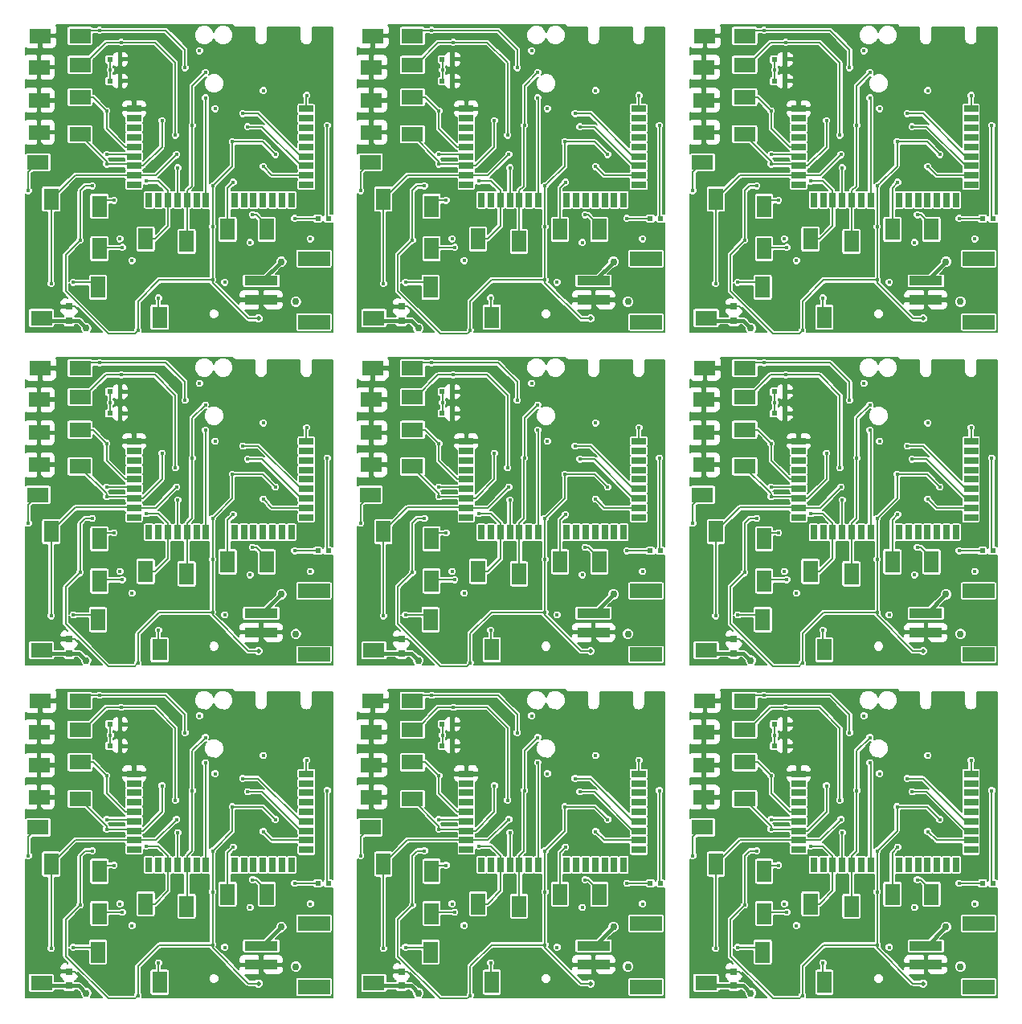
<source format=gbr>
G04 #@! TF.FileFunction,Copper,L4,Bot,Signal*
%FSLAX46Y46*%
G04 Gerber Fmt 4.6, Leading zero omitted, Abs format (unit mm)*
G04 Created by KiCad (PCBNEW 4.0.2+dfsg1-stable) date Wed 22 Jun 2016 02:24:39 PM EDT*
%MOMM*%
G01*
G04 APERTURE LIST*
%ADD10C,0.100000*%
%ADD11R,2.300000X1.550000*%
%ADD12R,0.700000X1.500000*%
%ADD13R,1.500000X0.754000*%
%ADD14R,1.500000X0.700000*%
%ADD15R,1.550000X2.300000*%
%ADD16R,0.600000X0.500000*%
%ADD17R,3.395980X1.498600*%
%ADD18R,3.497580X0.995680*%
%ADD19R,0.750000X0.800000*%
%ADD20C,0.406400*%
%ADD21C,0.762000*%
%ADD22C,0.508000*%
%ADD23C,0.203200*%
%ADD24C,0.381000*%
G04 APERTURE END LIST*
D10*
D11*
X84772000Y-113918500D03*
D12*
X105103000Y-101477000D03*
X102103000Y-101477000D03*
X106103000Y-101477000D03*
X107103000Y-101477000D03*
X108103000Y-101477000D03*
X109103000Y-101477000D03*
X110103000Y-101477000D03*
X111103000Y-101477000D03*
X101103000Y-101477000D03*
X100103000Y-101477000D03*
X99103000Y-101477000D03*
X98103000Y-101477000D03*
X97103000Y-101477000D03*
X96103000Y-101477000D03*
D13*
X112681900Y-99898100D03*
D14*
X94524100Y-99898100D03*
X112681900Y-98898100D03*
X112681900Y-97898100D03*
X112681900Y-96898100D03*
X112681900Y-95898100D03*
X112681900Y-94898100D03*
X112681900Y-93898100D03*
X112681900Y-92898100D03*
X112681900Y-91898100D03*
X94524100Y-98898100D03*
X94524100Y-97898100D03*
X94524100Y-96898100D03*
X94524100Y-95898100D03*
X94524100Y-94898100D03*
X94524100Y-93898100D03*
X94524100Y-92898100D03*
X94524100Y-91898100D03*
D15*
X108521000Y-104584000D03*
X100075500Y-105854000D03*
X95757500Y-105600000D03*
D16*
X91969000Y-88963000D03*
X93069000Y-88963000D03*
X91969000Y-86677000D03*
X93069000Y-86677000D03*
D15*
X104393500Y-104584000D03*
X97218000Y-113855000D03*
X90868000Y-102171000D03*
X90868000Y-106616000D03*
X90741000Y-110680000D03*
D11*
X88836000Y-90677500D03*
X88836000Y-94551000D03*
X84391000Y-97535500D03*
D15*
X85788000Y-101409000D03*
D11*
X88836000Y-87248500D03*
X88836000Y-84200500D03*
X84518000Y-94360500D03*
X84518000Y-90995000D03*
X84518000Y-87502500D03*
X84645000Y-84200500D03*
D16*
X114998000Y-103441000D03*
X113898000Y-103441000D03*
D17*
X113474000Y-107667560D03*
D18*
X107924100Y-110017060D03*
X107924100Y-112013500D03*
D17*
X113474000Y-114363000D03*
D19*
X87693000Y-114224000D03*
X87693000Y-112724000D03*
D11*
X84772000Y-78898500D03*
D12*
X105103000Y-66457000D03*
X102103000Y-66457000D03*
X106103000Y-66457000D03*
X107103000Y-66457000D03*
X108103000Y-66457000D03*
X109103000Y-66457000D03*
X110103000Y-66457000D03*
X111103000Y-66457000D03*
X101103000Y-66457000D03*
X100103000Y-66457000D03*
X99103000Y-66457000D03*
X98103000Y-66457000D03*
X97103000Y-66457000D03*
X96103000Y-66457000D03*
D13*
X112681900Y-64878100D03*
D14*
X94524100Y-64878100D03*
X112681900Y-63878100D03*
X112681900Y-62878100D03*
X112681900Y-61878100D03*
X112681900Y-60878100D03*
X112681900Y-59878100D03*
X112681900Y-58878100D03*
X112681900Y-57878100D03*
X112681900Y-56878100D03*
X94524100Y-63878100D03*
X94524100Y-62878100D03*
X94524100Y-61878100D03*
X94524100Y-60878100D03*
X94524100Y-59878100D03*
X94524100Y-58878100D03*
X94524100Y-57878100D03*
X94524100Y-56878100D03*
D15*
X108521000Y-69564000D03*
X100075500Y-70834000D03*
X95757500Y-70580000D03*
D16*
X91969000Y-53943000D03*
X93069000Y-53943000D03*
X91969000Y-51657000D03*
X93069000Y-51657000D03*
D15*
X104393500Y-69564000D03*
X97218000Y-78835000D03*
X90868000Y-67151000D03*
X90868000Y-71596000D03*
X90741000Y-75660000D03*
D11*
X88836000Y-55657500D03*
X88836000Y-59531000D03*
X84391000Y-62515500D03*
D15*
X85788000Y-66389000D03*
D11*
X88836000Y-52228500D03*
X88836000Y-49180500D03*
X84518000Y-59340500D03*
X84518000Y-55975000D03*
X84518000Y-52482500D03*
X84645000Y-49180500D03*
D16*
X114998000Y-68421000D03*
X113898000Y-68421000D03*
D17*
X113474000Y-72647560D03*
D18*
X107924100Y-74997060D03*
X107924100Y-76993500D03*
D17*
X113474000Y-79343000D03*
D19*
X87693000Y-79204000D03*
X87693000Y-77704000D03*
D11*
X84772000Y-43878500D03*
D12*
X105103000Y-31437000D03*
X102103000Y-31437000D03*
X106103000Y-31437000D03*
X107103000Y-31437000D03*
X108103000Y-31437000D03*
X109103000Y-31437000D03*
X110103000Y-31437000D03*
X111103000Y-31437000D03*
X101103000Y-31437000D03*
X100103000Y-31437000D03*
X99103000Y-31437000D03*
X98103000Y-31437000D03*
X97103000Y-31437000D03*
X96103000Y-31437000D03*
D13*
X112681900Y-29858100D03*
D14*
X94524100Y-29858100D03*
X112681900Y-28858100D03*
X112681900Y-27858100D03*
X112681900Y-26858100D03*
X112681900Y-25858100D03*
X112681900Y-24858100D03*
X112681900Y-23858100D03*
X112681900Y-22858100D03*
X112681900Y-21858100D03*
X94524100Y-28858100D03*
X94524100Y-27858100D03*
X94524100Y-26858100D03*
X94524100Y-25858100D03*
X94524100Y-24858100D03*
X94524100Y-23858100D03*
X94524100Y-22858100D03*
X94524100Y-21858100D03*
D15*
X108521000Y-34544000D03*
X100075500Y-35814000D03*
X95757500Y-35560000D03*
D16*
X91969000Y-18923000D03*
X93069000Y-18923000D03*
X91969000Y-16637000D03*
X93069000Y-16637000D03*
D15*
X104393500Y-34544000D03*
X97218000Y-43815000D03*
X90868000Y-32131000D03*
X90868000Y-36576000D03*
X90741000Y-40640000D03*
D11*
X88836000Y-20637500D03*
X88836000Y-24511000D03*
X84391000Y-27495500D03*
D15*
X85788000Y-31369000D03*
D11*
X88836000Y-17208500D03*
X88836000Y-14160500D03*
X84518000Y-24320500D03*
X84518000Y-20955000D03*
X84518000Y-17462500D03*
X84645000Y-14160500D03*
D16*
X114998000Y-33401000D03*
X113898000Y-33401000D03*
D17*
X113474000Y-37627560D03*
D18*
X107924100Y-39977060D03*
X107924100Y-41973500D03*
D17*
X113474000Y-44323000D03*
D19*
X87693000Y-44184000D03*
X87693000Y-42684000D03*
D11*
X49752000Y-113918500D03*
D12*
X70083000Y-101477000D03*
X67083000Y-101477000D03*
X71083000Y-101477000D03*
X72083000Y-101477000D03*
X73083000Y-101477000D03*
X74083000Y-101477000D03*
X75083000Y-101477000D03*
X76083000Y-101477000D03*
X66083000Y-101477000D03*
X65083000Y-101477000D03*
X64083000Y-101477000D03*
X63083000Y-101477000D03*
X62083000Y-101477000D03*
X61083000Y-101477000D03*
D13*
X77661900Y-99898100D03*
D14*
X59504100Y-99898100D03*
X77661900Y-98898100D03*
X77661900Y-97898100D03*
X77661900Y-96898100D03*
X77661900Y-95898100D03*
X77661900Y-94898100D03*
X77661900Y-93898100D03*
X77661900Y-92898100D03*
X77661900Y-91898100D03*
X59504100Y-98898100D03*
X59504100Y-97898100D03*
X59504100Y-96898100D03*
X59504100Y-95898100D03*
X59504100Y-94898100D03*
X59504100Y-93898100D03*
X59504100Y-92898100D03*
X59504100Y-91898100D03*
D15*
X73501000Y-104584000D03*
X65055500Y-105854000D03*
X60737500Y-105600000D03*
D16*
X56949000Y-88963000D03*
X58049000Y-88963000D03*
X56949000Y-86677000D03*
X58049000Y-86677000D03*
D15*
X69373500Y-104584000D03*
X62198000Y-113855000D03*
X55848000Y-102171000D03*
X55848000Y-106616000D03*
X55721000Y-110680000D03*
D11*
X53816000Y-90677500D03*
X53816000Y-94551000D03*
X49371000Y-97535500D03*
D15*
X50768000Y-101409000D03*
D11*
X53816000Y-87248500D03*
X53816000Y-84200500D03*
X49498000Y-94360500D03*
X49498000Y-90995000D03*
X49498000Y-87502500D03*
X49625000Y-84200500D03*
D16*
X79978000Y-103441000D03*
X78878000Y-103441000D03*
D17*
X78454000Y-107667560D03*
D18*
X72904100Y-110017060D03*
X72904100Y-112013500D03*
D17*
X78454000Y-114363000D03*
D19*
X52673000Y-114224000D03*
X52673000Y-112724000D03*
D11*
X49752000Y-78898500D03*
D12*
X70083000Y-66457000D03*
X67083000Y-66457000D03*
X71083000Y-66457000D03*
X72083000Y-66457000D03*
X73083000Y-66457000D03*
X74083000Y-66457000D03*
X75083000Y-66457000D03*
X76083000Y-66457000D03*
X66083000Y-66457000D03*
X65083000Y-66457000D03*
X64083000Y-66457000D03*
X63083000Y-66457000D03*
X62083000Y-66457000D03*
X61083000Y-66457000D03*
D13*
X77661900Y-64878100D03*
D14*
X59504100Y-64878100D03*
X77661900Y-63878100D03*
X77661900Y-62878100D03*
X77661900Y-61878100D03*
X77661900Y-60878100D03*
X77661900Y-59878100D03*
X77661900Y-58878100D03*
X77661900Y-57878100D03*
X77661900Y-56878100D03*
X59504100Y-63878100D03*
X59504100Y-62878100D03*
X59504100Y-61878100D03*
X59504100Y-60878100D03*
X59504100Y-59878100D03*
X59504100Y-58878100D03*
X59504100Y-57878100D03*
X59504100Y-56878100D03*
D15*
X73501000Y-69564000D03*
X65055500Y-70834000D03*
X60737500Y-70580000D03*
D16*
X56949000Y-53943000D03*
X58049000Y-53943000D03*
X56949000Y-51657000D03*
X58049000Y-51657000D03*
D15*
X69373500Y-69564000D03*
X62198000Y-78835000D03*
X55848000Y-67151000D03*
X55848000Y-71596000D03*
X55721000Y-75660000D03*
D11*
X53816000Y-55657500D03*
X53816000Y-59531000D03*
X49371000Y-62515500D03*
D15*
X50768000Y-66389000D03*
D11*
X53816000Y-52228500D03*
X53816000Y-49180500D03*
X49498000Y-59340500D03*
X49498000Y-55975000D03*
X49498000Y-52482500D03*
X49625000Y-49180500D03*
D16*
X79978000Y-68421000D03*
X78878000Y-68421000D03*
D17*
X78454000Y-72647560D03*
D18*
X72904100Y-74997060D03*
X72904100Y-76993500D03*
D17*
X78454000Y-79343000D03*
D19*
X52673000Y-79204000D03*
X52673000Y-77704000D03*
D11*
X49752000Y-43878500D03*
D12*
X70083000Y-31437000D03*
X67083000Y-31437000D03*
X71083000Y-31437000D03*
X72083000Y-31437000D03*
X73083000Y-31437000D03*
X74083000Y-31437000D03*
X75083000Y-31437000D03*
X76083000Y-31437000D03*
X66083000Y-31437000D03*
X65083000Y-31437000D03*
X64083000Y-31437000D03*
X63083000Y-31437000D03*
X62083000Y-31437000D03*
X61083000Y-31437000D03*
D13*
X77661900Y-29858100D03*
D14*
X59504100Y-29858100D03*
X77661900Y-28858100D03*
X77661900Y-27858100D03*
X77661900Y-26858100D03*
X77661900Y-25858100D03*
X77661900Y-24858100D03*
X77661900Y-23858100D03*
X77661900Y-22858100D03*
X77661900Y-21858100D03*
X59504100Y-28858100D03*
X59504100Y-27858100D03*
X59504100Y-26858100D03*
X59504100Y-25858100D03*
X59504100Y-24858100D03*
X59504100Y-23858100D03*
X59504100Y-22858100D03*
X59504100Y-21858100D03*
D15*
X73501000Y-34544000D03*
X65055500Y-35814000D03*
X60737500Y-35560000D03*
D16*
X56949000Y-18923000D03*
X58049000Y-18923000D03*
X56949000Y-16637000D03*
X58049000Y-16637000D03*
D15*
X69373500Y-34544000D03*
X62198000Y-43815000D03*
X55848000Y-32131000D03*
X55848000Y-36576000D03*
X55721000Y-40640000D03*
D11*
X53816000Y-20637500D03*
X53816000Y-24511000D03*
X49371000Y-27495500D03*
D15*
X50768000Y-31369000D03*
D11*
X53816000Y-17208500D03*
X53816000Y-14160500D03*
X49498000Y-24320500D03*
X49498000Y-20955000D03*
X49498000Y-17462500D03*
X49625000Y-14160500D03*
D16*
X79978000Y-33401000D03*
X78878000Y-33401000D03*
D17*
X78454000Y-37627560D03*
D18*
X72904100Y-39977060D03*
X72904100Y-41973500D03*
D17*
X78454000Y-44323000D03*
D19*
X52673000Y-44184000D03*
X52673000Y-42684000D03*
D11*
X14732000Y-113918500D03*
D12*
X35063000Y-101477000D03*
X32063000Y-101477000D03*
X36063000Y-101477000D03*
X37063000Y-101477000D03*
X38063000Y-101477000D03*
X39063000Y-101477000D03*
X40063000Y-101477000D03*
X41063000Y-101477000D03*
X31063000Y-101477000D03*
X30063000Y-101477000D03*
X29063000Y-101477000D03*
X28063000Y-101477000D03*
X27063000Y-101477000D03*
X26063000Y-101477000D03*
D13*
X42641900Y-99898100D03*
D14*
X24484100Y-99898100D03*
X42641900Y-98898100D03*
X42641900Y-97898100D03*
X42641900Y-96898100D03*
X42641900Y-95898100D03*
X42641900Y-94898100D03*
X42641900Y-93898100D03*
X42641900Y-92898100D03*
X42641900Y-91898100D03*
X24484100Y-98898100D03*
X24484100Y-97898100D03*
X24484100Y-96898100D03*
X24484100Y-95898100D03*
X24484100Y-94898100D03*
X24484100Y-93898100D03*
X24484100Y-92898100D03*
X24484100Y-91898100D03*
D15*
X38481000Y-104584000D03*
X30035500Y-105854000D03*
X25717500Y-105600000D03*
D16*
X21929000Y-88963000D03*
X23029000Y-88963000D03*
X21929000Y-86677000D03*
X23029000Y-86677000D03*
D15*
X34353500Y-104584000D03*
X27178000Y-113855000D03*
X20828000Y-102171000D03*
X20828000Y-106616000D03*
X20701000Y-110680000D03*
D11*
X18796000Y-90677500D03*
X18796000Y-94551000D03*
X14351000Y-97535500D03*
D15*
X15748000Y-101409000D03*
D11*
X18796000Y-87248500D03*
X18796000Y-84200500D03*
X14478000Y-94360500D03*
X14478000Y-90995000D03*
X14478000Y-87502500D03*
X14605000Y-84200500D03*
D16*
X44958000Y-103441000D03*
X43858000Y-103441000D03*
D17*
X43434000Y-107667560D03*
D18*
X37884100Y-110017060D03*
X37884100Y-112013500D03*
D17*
X43434000Y-114363000D03*
D19*
X17653000Y-114224000D03*
X17653000Y-112724000D03*
D11*
X14732000Y-78898500D03*
D12*
X35063000Y-66457000D03*
X32063000Y-66457000D03*
X36063000Y-66457000D03*
X37063000Y-66457000D03*
X38063000Y-66457000D03*
X39063000Y-66457000D03*
X40063000Y-66457000D03*
X41063000Y-66457000D03*
X31063000Y-66457000D03*
X30063000Y-66457000D03*
X29063000Y-66457000D03*
X28063000Y-66457000D03*
X27063000Y-66457000D03*
X26063000Y-66457000D03*
D13*
X42641900Y-64878100D03*
D14*
X24484100Y-64878100D03*
X42641900Y-63878100D03*
X42641900Y-62878100D03*
X42641900Y-61878100D03*
X42641900Y-60878100D03*
X42641900Y-59878100D03*
X42641900Y-58878100D03*
X42641900Y-57878100D03*
X42641900Y-56878100D03*
X24484100Y-63878100D03*
X24484100Y-62878100D03*
X24484100Y-61878100D03*
X24484100Y-60878100D03*
X24484100Y-59878100D03*
X24484100Y-58878100D03*
X24484100Y-57878100D03*
X24484100Y-56878100D03*
D15*
X38481000Y-69564000D03*
X30035500Y-70834000D03*
X25717500Y-70580000D03*
D16*
X21929000Y-53943000D03*
X23029000Y-53943000D03*
X21929000Y-51657000D03*
X23029000Y-51657000D03*
D15*
X34353500Y-69564000D03*
X27178000Y-78835000D03*
X20828000Y-67151000D03*
X20828000Y-71596000D03*
X20701000Y-75660000D03*
D11*
X18796000Y-55657500D03*
X18796000Y-59531000D03*
X14351000Y-62515500D03*
D15*
X15748000Y-66389000D03*
D11*
X18796000Y-52228500D03*
X18796000Y-49180500D03*
X14478000Y-59340500D03*
X14478000Y-55975000D03*
X14478000Y-52482500D03*
X14605000Y-49180500D03*
D16*
X44958000Y-68421000D03*
X43858000Y-68421000D03*
D17*
X43434000Y-72647560D03*
D18*
X37884100Y-74997060D03*
X37884100Y-76993500D03*
D17*
X43434000Y-79343000D03*
D19*
X17653000Y-79204000D03*
X17653000Y-77704000D03*
X17653000Y-44184000D03*
X17653000Y-42684000D03*
D17*
X43434000Y-37627560D03*
D18*
X37884100Y-39977060D03*
X37884100Y-41973500D03*
D17*
X43434000Y-44323000D03*
D16*
X44958000Y-33401000D03*
X43858000Y-33401000D03*
D11*
X14605000Y-14160500D03*
X14478000Y-17462500D03*
X14478000Y-20955000D03*
X14478000Y-24320500D03*
X18796000Y-14160500D03*
X18796000Y-17208500D03*
D15*
X15748000Y-31369000D03*
D11*
X14351000Y-27495500D03*
X18796000Y-24511000D03*
X18796000Y-20637500D03*
D15*
X20701000Y-40640000D03*
X20828000Y-36576000D03*
X20828000Y-32131000D03*
X27178000Y-43815000D03*
X34353500Y-34544000D03*
D16*
X21929000Y-16637000D03*
X23029000Y-16637000D03*
X21929000Y-18923000D03*
X23029000Y-18923000D03*
D15*
X25717500Y-35560000D03*
X30035500Y-35814000D03*
X38481000Y-34544000D03*
D12*
X35063000Y-31437000D03*
X32063000Y-31437000D03*
X36063000Y-31437000D03*
X37063000Y-31437000D03*
X38063000Y-31437000D03*
X39063000Y-31437000D03*
X40063000Y-31437000D03*
X41063000Y-31437000D03*
X31063000Y-31437000D03*
X30063000Y-31437000D03*
X29063000Y-31437000D03*
X28063000Y-31437000D03*
X27063000Y-31437000D03*
X26063000Y-31437000D03*
D13*
X42641900Y-29858100D03*
D14*
X24484100Y-29858100D03*
X42641900Y-28858100D03*
X42641900Y-27858100D03*
X42641900Y-26858100D03*
X42641900Y-25858100D03*
X42641900Y-24858100D03*
X42641900Y-23858100D03*
X42641900Y-22858100D03*
X42641900Y-21858100D03*
X24484100Y-28858100D03*
X24484100Y-27858100D03*
X24484100Y-26858100D03*
X24484100Y-25858100D03*
X24484100Y-24858100D03*
X24484100Y-23858100D03*
X24484100Y-22858100D03*
X24484100Y-21858100D03*
D11*
X14732000Y-43878500D03*
D20*
X88116000Y-110172000D03*
X88116000Y-75152000D03*
X88116000Y-40132000D03*
X53096000Y-110172000D03*
X53096000Y-75152000D03*
X53096000Y-40132000D03*
X18076000Y-110172000D03*
X18076000Y-75152000D03*
X18076000Y-40132000D03*
X104965000Y-99631000D03*
X104965000Y-64611000D03*
X104965000Y-29591000D03*
X69945000Y-99631000D03*
X69945000Y-64611000D03*
X69945000Y-29591000D03*
X34925000Y-99631000D03*
X34925000Y-64611000D03*
X34925000Y-29591000D03*
X93027000Y-105600000D03*
X94297000Y-107886000D03*
D21*
X111569000Y-112204000D03*
D20*
X104076000Y-110172000D03*
X113093000Y-105600000D03*
X101409000Y-85788000D03*
X108140000Y-89979000D03*
X103060000Y-91884000D03*
X112712000Y-90487000D03*
X92011000Y-87820000D03*
X106743000Y-105981000D03*
D21*
X89471000Y-114998000D03*
D20*
X93027000Y-70580000D03*
X94297000Y-72866000D03*
D21*
X111569000Y-77184000D03*
D20*
X104076000Y-75152000D03*
X113093000Y-70580000D03*
X101409000Y-50768000D03*
X108140000Y-54959000D03*
X103060000Y-56864000D03*
X112712000Y-55467000D03*
X92011000Y-52800000D03*
X106743000Y-70961000D03*
D21*
X89471000Y-79978000D03*
D20*
X93027000Y-35560000D03*
X94297000Y-37846000D03*
D21*
X111569000Y-42164000D03*
D20*
X104076000Y-40132000D03*
X113093000Y-35560000D03*
X101409000Y-15748000D03*
X108140000Y-19939000D03*
X103060000Y-21844000D03*
X112712000Y-20447000D03*
X92011000Y-17780000D03*
X106743000Y-35941000D03*
D21*
X89471000Y-44958000D03*
D20*
X58007000Y-105600000D03*
X59277000Y-107886000D03*
D21*
X76549000Y-112204000D03*
D20*
X69056000Y-110172000D03*
X78073000Y-105600000D03*
X66389000Y-85788000D03*
X73120000Y-89979000D03*
X68040000Y-91884000D03*
X77692000Y-90487000D03*
X56991000Y-87820000D03*
X71723000Y-105981000D03*
D21*
X54451000Y-114998000D03*
D20*
X58007000Y-70580000D03*
X59277000Y-72866000D03*
D21*
X76549000Y-77184000D03*
D20*
X69056000Y-75152000D03*
X78073000Y-70580000D03*
X66389000Y-50768000D03*
X73120000Y-54959000D03*
X68040000Y-56864000D03*
X77692000Y-55467000D03*
X56991000Y-52800000D03*
X71723000Y-70961000D03*
D21*
X54451000Y-79978000D03*
D20*
X58007000Y-35560000D03*
X59277000Y-37846000D03*
D21*
X76549000Y-42164000D03*
D20*
X69056000Y-40132000D03*
X78073000Y-35560000D03*
X66389000Y-15748000D03*
X73120000Y-19939000D03*
X68040000Y-21844000D03*
X77692000Y-20447000D03*
X56991000Y-17780000D03*
X71723000Y-35941000D03*
D21*
X54451000Y-44958000D03*
D20*
X22987000Y-105600000D03*
X24257000Y-107886000D03*
D21*
X41529000Y-112204000D03*
D20*
X34036000Y-110172000D03*
X43053000Y-105600000D03*
X31369000Y-85788000D03*
X38100000Y-89979000D03*
X33020000Y-91884000D03*
X42672000Y-90487000D03*
X21971000Y-87820000D03*
X36703000Y-105981000D03*
D21*
X19431000Y-114998000D03*
D20*
X22987000Y-70580000D03*
X24257000Y-72866000D03*
D21*
X41529000Y-77184000D03*
D20*
X34036000Y-75152000D03*
X43053000Y-70580000D03*
X31369000Y-50768000D03*
X38100000Y-54959000D03*
X33020000Y-56864000D03*
X42672000Y-55467000D03*
X21971000Y-52800000D03*
X36703000Y-70961000D03*
D21*
X19431000Y-79978000D03*
X19431000Y-44958000D03*
D20*
X36703000Y-35941000D03*
X21971000Y-17780000D03*
X42672000Y-20447000D03*
X33020000Y-21844000D03*
X38100000Y-19939000D03*
X31369000Y-15748000D03*
X43053000Y-35560000D03*
X34036000Y-40132000D03*
D21*
X41529000Y-42164000D03*
D20*
X24257000Y-37846000D03*
X22987000Y-35560000D03*
X92392000Y-115125000D03*
X89344000Y-112458000D03*
X111442000Y-111315000D03*
X110934000Y-93789000D03*
X113982000Y-109283000D03*
X98615000Y-95948000D03*
X97599000Y-88836000D03*
X103060000Y-92646000D03*
X95567000Y-103568000D03*
X97980000Y-107759000D03*
X96202000Y-111569000D03*
X94170000Y-84264000D03*
X84772000Y-92646000D03*
X84518000Y-85915000D03*
X101409000Y-99758000D03*
X110807000Y-97726000D03*
X87312000Y-97472000D03*
X107124000Y-88709000D03*
X113474000Y-88709000D03*
X103568000Y-87439000D03*
X87947000Y-101536000D03*
D21*
X110680000Y-114236000D03*
D20*
X101028000Y-114998000D03*
X104838000Y-114998000D03*
X88582000Y-108013000D03*
X93662000Y-113093000D03*
X94678000Y-109664000D03*
X92900000Y-109537000D03*
X108267000Y-107124000D03*
X105219000Y-107505000D03*
X98996000Y-103441000D03*
X106489000Y-98361000D03*
X92773000Y-90868000D03*
X109156000Y-97853000D03*
X90614000Y-115125000D03*
X92519000Y-97218000D03*
X90741000Y-95694000D03*
X98361000Y-99631000D03*
X104330000Y-95186000D03*
X83883000Y-108140000D03*
X98107000Y-112077000D03*
X92392000Y-80105000D03*
X89344000Y-77438000D03*
X111442000Y-76295000D03*
X110934000Y-58769000D03*
X113982000Y-74263000D03*
X98615000Y-60928000D03*
X97599000Y-53816000D03*
X103060000Y-57626000D03*
X95567000Y-68548000D03*
X97980000Y-72739000D03*
X96202000Y-76549000D03*
X94170000Y-49244000D03*
X84772000Y-57626000D03*
X84518000Y-50895000D03*
X101409000Y-64738000D03*
X110807000Y-62706000D03*
X87312000Y-62452000D03*
X107124000Y-53689000D03*
X113474000Y-53689000D03*
X103568000Y-52419000D03*
X87947000Y-66516000D03*
D21*
X110680000Y-79216000D03*
D20*
X101028000Y-79978000D03*
X104838000Y-79978000D03*
X88582000Y-72993000D03*
X93662000Y-78073000D03*
X94678000Y-74644000D03*
X92900000Y-74517000D03*
X108267000Y-72104000D03*
X105219000Y-72485000D03*
X98996000Y-68421000D03*
X106489000Y-63341000D03*
X92773000Y-55848000D03*
X109156000Y-62833000D03*
X90614000Y-80105000D03*
X92519000Y-62198000D03*
X90741000Y-60674000D03*
X98361000Y-64611000D03*
X104330000Y-60166000D03*
X83883000Y-73120000D03*
X98107000Y-77057000D03*
X92392000Y-45085000D03*
X89344000Y-42418000D03*
X111442000Y-41275000D03*
X110934000Y-23749000D03*
X113982000Y-39243000D03*
X98615000Y-25908000D03*
X97599000Y-18796000D03*
X103060000Y-22606000D03*
X95567000Y-33528000D03*
X97980000Y-37719000D03*
X96202000Y-41529000D03*
X94170000Y-14224000D03*
X84772000Y-22606000D03*
X84518000Y-15875000D03*
X101409000Y-29718000D03*
X110807000Y-27686000D03*
X87312000Y-27432000D03*
X107124000Y-18669000D03*
X113474000Y-18669000D03*
X103568000Y-17399000D03*
X87947000Y-31496000D03*
D21*
X110680000Y-44196000D03*
D20*
X101028000Y-44958000D03*
X104838000Y-44958000D03*
X88582000Y-37973000D03*
X93662000Y-43053000D03*
X94678000Y-39624000D03*
X92900000Y-39497000D03*
X108267000Y-37084000D03*
X105219000Y-37465000D03*
X98996000Y-33401000D03*
X106489000Y-28321000D03*
X92773000Y-20828000D03*
X109156000Y-27813000D03*
X90614000Y-45085000D03*
X92519000Y-27178000D03*
X90741000Y-25654000D03*
X98361000Y-29591000D03*
X104330000Y-25146000D03*
X83883000Y-38100000D03*
X98107000Y-42037000D03*
X57372000Y-115125000D03*
X54324000Y-112458000D03*
X76422000Y-111315000D03*
X75914000Y-93789000D03*
X78962000Y-109283000D03*
X63595000Y-95948000D03*
X62579000Y-88836000D03*
X68040000Y-92646000D03*
X60547000Y-103568000D03*
X62960000Y-107759000D03*
X61182000Y-111569000D03*
X59150000Y-84264000D03*
X49752000Y-92646000D03*
X49498000Y-85915000D03*
X66389000Y-99758000D03*
X75787000Y-97726000D03*
X52292000Y-97472000D03*
X72104000Y-88709000D03*
X78454000Y-88709000D03*
X68548000Y-87439000D03*
X52927000Y-101536000D03*
D21*
X75660000Y-114236000D03*
D20*
X66008000Y-114998000D03*
X69818000Y-114998000D03*
X53562000Y-108013000D03*
X58642000Y-113093000D03*
X59658000Y-109664000D03*
X57880000Y-109537000D03*
X73247000Y-107124000D03*
X70199000Y-107505000D03*
X63976000Y-103441000D03*
X71469000Y-98361000D03*
X57753000Y-90868000D03*
X74136000Y-97853000D03*
X55594000Y-115125000D03*
X57499000Y-97218000D03*
X55721000Y-95694000D03*
X63341000Y-99631000D03*
X69310000Y-95186000D03*
X48863000Y-108140000D03*
X63087000Y-112077000D03*
X57372000Y-80105000D03*
X54324000Y-77438000D03*
X76422000Y-76295000D03*
X75914000Y-58769000D03*
X78962000Y-74263000D03*
X63595000Y-60928000D03*
X62579000Y-53816000D03*
X68040000Y-57626000D03*
X60547000Y-68548000D03*
X62960000Y-72739000D03*
X61182000Y-76549000D03*
X59150000Y-49244000D03*
X49752000Y-57626000D03*
X49498000Y-50895000D03*
X66389000Y-64738000D03*
X75787000Y-62706000D03*
X52292000Y-62452000D03*
X72104000Y-53689000D03*
X78454000Y-53689000D03*
X68548000Y-52419000D03*
X52927000Y-66516000D03*
D21*
X75660000Y-79216000D03*
D20*
X66008000Y-79978000D03*
X69818000Y-79978000D03*
X53562000Y-72993000D03*
X58642000Y-78073000D03*
X59658000Y-74644000D03*
X57880000Y-74517000D03*
X73247000Y-72104000D03*
X70199000Y-72485000D03*
X63976000Y-68421000D03*
X71469000Y-63341000D03*
X57753000Y-55848000D03*
X74136000Y-62833000D03*
X55594000Y-80105000D03*
X57499000Y-62198000D03*
X55721000Y-60674000D03*
X63341000Y-64611000D03*
X69310000Y-60166000D03*
X48863000Y-73120000D03*
X63087000Y-77057000D03*
X57372000Y-45085000D03*
X54324000Y-42418000D03*
X76422000Y-41275000D03*
X75914000Y-23749000D03*
X78962000Y-39243000D03*
X63595000Y-25908000D03*
X62579000Y-18796000D03*
X68040000Y-22606000D03*
X60547000Y-33528000D03*
X62960000Y-37719000D03*
X61182000Y-41529000D03*
X59150000Y-14224000D03*
X49752000Y-22606000D03*
X49498000Y-15875000D03*
X66389000Y-29718000D03*
X75787000Y-27686000D03*
X52292000Y-27432000D03*
X72104000Y-18669000D03*
X78454000Y-18669000D03*
X68548000Y-17399000D03*
X52927000Y-31496000D03*
D21*
X75660000Y-44196000D03*
D20*
X66008000Y-44958000D03*
X69818000Y-44958000D03*
X53562000Y-37973000D03*
X58642000Y-43053000D03*
X59658000Y-39624000D03*
X57880000Y-39497000D03*
X73247000Y-37084000D03*
X70199000Y-37465000D03*
X63976000Y-33401000D03*
X71469000Y-28321000D03*
X57753000Y-20828000D03*
X74136000Y-27813000D03*
X55594000Y-45085000D03*
X57499000Y-27178000D03*
X55721000Y-25654000D03*
X63341000Y-29591000D03*
X69310000Y-25146000D03*
X48863000Y-38100000D03*
X63087000Y-42037000D03*
X22352000Y-115125000D03*
X19304000Y-112458000D03*
X41402000Y-111315000D03*
X40894000Y-93789000D03*
X43942000Y-109283000D03*
X28575000Y-95948000D03*
X27559000Y-88836000D03*
X33020000Y-92646000D03*
X25527000Y-103568000D03*
X27940000Y-107759000D03*
X26162000Y-111569000D03*
X24130000Y-84264000D03*
X14732000Y-92646000D03*
X14478000Y-85915000D03*
X31369000Y-99758000D03*
X40767000Y-97726000D03*
X17272000Y-97472000D03*
X37084000Y-88709000D03*
X43434000Y-88709000D03*
X33528000Y-87439000D03*
X17907000Y-101536000D03*
D21*
X40640000Y-114236000D03*
D20*
X30988000Y-114998000D03*
X34798000Y-114998000D03*
X18542000Y-108013000D03*
X23622000Y-113093000D03*
X24638000Y-109664000D03*
X22860000Y-109537000D03*
X38227000Y-107124000D03*
X35179000Y-107505000D03*
X28956000Y-103441000D03*
X36449000Y-98361000D03*
X22733000Y-90868000D03*
X39116000Y-97853000D03*
X20574000Y-115125000D03*
X22479000Y-97218000D03*
X20701000Y-95694000D03*
X28321000Y-99631000D03*
X34290000Y-95186000D03*
X13843000Y-108140000D03*
X28067000Y-112077000D03*
X22352000Y-80105000D03*
X19304000Y-77438000D03*
X41402000Y-76295000D03*
X40894000Y-58769000D03*
X43942000Y-74263000D03*
X28575000Y-60928000D03*
X27559000Y-53816000D03*
X33020000Y-57626000D03*
X25527000Y-68548000D03*
X27940000Y-72739000D03*
X26162000Y-76549000D03*
X24130000Y-49244000D03*
X14732000Y-57626000D03*
X14478000Y-50895000D03*
X31369000Y-64738000D03*
X40767000Y-62706000D03*
X17272000Y-62452000D03*
X37084000Y-53689000D03*
X43434000Y-53689000D03*
X33528000Y-52419000D03*
X17907000Y-66516000D03*
D21*
X40640000Y-79216000D03*
D20*
X30988000Y-79978000D03*
X34798000Y-79978000D03*
X18542000Y-72993000D03*
X23622000Y-78073000D03*
X24638000Y-74644000D03*
X22860000Y-74517000D03*
X38227000Y-72104000D03*
X35179000Y-72485000D03*
X28956000Y-68421000D03*
X36449000Y-63341000D03*
X22733000Y-55848000D03*
X39116000Y-62833000D03*
X20574000Y-80105000D03*
X22479000Y-62198000D03*
X20701000Y-60674000D03*
X28321000Y-64611000D03*
X34290000Y-60166000D03*
X13843000Y-73120000D03*
X28067000Y-77057000D03*
X28067000Y-42037000D03*
X13843000Y-38100000D03*
X34290000Y-25146000D03*
X28321000Y-29591000D03*
X20701000Y-25654000D03*
X22479000Y-27178000D03*
X20574000Y-45085000D03*
X39116000Y-27813000D03*
X22733000Y-20828000D03*
X36449000Y-28321000D03*
X28956000Y-33401000D03*
X35179000Y-37465000D03*
X38227000Y-37084000D03*
X22860000Y-39497000D03*
X24638000Y-39624000D03*
X23622000Y-43053000D03*
X18542000Y-37973000D03*
X34798000Y-44958000D03*
X30988000Y-44958000D03*
D21*
X40640000Y-44196000D03*
D20*
X17907000Y-31496000D03*
X33528000Y-17399000D03*
X43434000Y-18669000D03*
X37084000Y-18669000D03*
X17272000Y-27432000D03*
X40767000Y-27686000D03*
X31369000Y-29718000D03*
X14478000Y-15875000D03*
X14732000Y-22606000D03*
X24130000Y-14224000D03*
X26162000Y-41529000D03*
X27940000Y-37719000D03*
X25527000Y-33528000D03*
X33020000Y-22606000D03*
X27559000Y-18796000D03*
X28575000Y-25908000D03*
X43942000Y-39243000D03*
X40894000Y-23749000D03*
X41402000Y-41275000D03*
X19304000Y-42418000D03*
X22352000Y-45085000D03*
X107028000Y-103060000D03*
X107028000Y-68040000D03*
X107028000Y-33020000D03*
X72008000Y-103060000D03*
X72008000Y-68040000D03*
X72008000Y-33020000D03*
X36988000Y-103060000D03*
X36988000Y-68040000D03*
X36988000Y-33020000D03*
X97091000Y-111823000D03*
X97091000Y-76803000D03*
X97091000Y-41783000D03*
X62071000Y-111823000D03*
X62071000Y-76803000D03*
X62071000Y-41783000D03*
X27051000Y-111823000D03*
X27051000Y-76803000D03*
X27051000Y-41783000D03*
X95821000Y-99504000D03*
X95821000Y-64484000D03*
X95821000Y-29464000D03*
X60801000Y-99504000D03*
X60801000Y-64484000D03*
X60801000Y-29464000D03*
X25781000Y-99504000D03*
X25781000Y-64484000D03*
X25781000Y-29464000D03*
X98869000Y-94678000D03*
X93154000Y-84899000D03*
X98869000Y-59658000D03*
X93154000Y-49879000D03*
X98869000Y-24638000D03*
X93154000Y-14859000D03*
X63849000Y-94678000D03*
X58134000Y-84899000D03*
X63849000Y-59658000D03*
X58134000Y-49879000D03*
X63849000Y-24638000D03*
X58134000Y-14859000D03*
X28829000Y-94678000D03*
X23114000Y-84899000D03*
X28829000Y-59658000D03*
X23114000Y-49879000D03*
X23114000Y-14859000D03*
X28829000Y-24638000D03*
X90868000Y-83629000D03*
X99885000Y-87566000D03*
X90868000Y-48609000D03*
X99885000Y-52546000D03*
X90868000Y-13589000D03*
X99885000Y-17526000D03*
X55848000Y-83629000D03*
X64865000Y-87566000D03*
X55848000Y-48609000D03*
X64865000Y-52546000D03*
X55848000Y-13589000D03*
X64865000Y-17526000D03*
X20828000Y-83629000D03*
X29845000Y-87566000D03*
X20828000Y-48609000D03*
X29845000Y-52546000D03*
X29845000Y-17526000D03*
X20828000Y-13589000D03*
X91630000Y-92118300D03*
X91630000Y-57098300D03*
X91630000Y-22078300D03*
X56610000Y-92118300D03*
X56610000Y-57098300D03*
X56610000Y-22078300D03*
X21590000Y-92118300D03*
X21590000Y-57098300D03*
X21590000Y-22078300D03*
X92392000Y-101536000D03*
X92392000Y-66516000D03*
X92392000Y-31496000D03*
X57372000Y-101536000D03*
X57372000Y-66516000D03*
X57372000Y-31496000D03*
X22352000Y-101536000D03*
X22352000Y-66516000D03*
X22352000Y-31496000D03*
X94932000Y-115252000D03*
D22*
X107632000Y-113982000D03*
D20*
X104894000Y-95369000D03*
X88836000Y-105727000D03*
X102806000Y-109918000D03*
X109410000Y-96710000D03*
X102806000Y-100012000D03*
X102806000Y-104330000D03*
X90106000Y-100012000D03*
X94932000Y-80232000D03*
D22*
X107632000Y-78962000D03*
D20*
X104894000Y-60349000D03*
X88836000Y-70707000D03*
X102806000Y-74898000D03*
X109410000Y-61690000D03*
X102806000Y-64992000D03*
X102806000Y-69310000D03*
X90106000Y-64992000D03*
X94932000Y-45212000D03*
D22*
X107632000Y-43942000D03*
D20*
X104894000Y-25329000D03*
X88836000Y-35687000D03*
X102806000Y-39878000D03*
X109410000Y-26670000D03*
X102806000Y-29972000D03*
X102806000Y-34290000D03*
X90106000Y-29972000D03*
X59912000Y-115252000D03*
D22*
X72612000Y-113982000D03*
D20*
X69874000Y-95369000D03*
X53816000Y-105727000D03*
X67786000Y-109918000D03*
X74390000Y-96710000D03*
X67786000Y-100012000D03*
X67786000Y-104330000D03*
X55086000Y-100012000D03*
X59912000Y-80232000D03*
D22*
X72612000Y-78962000D03*
D20*
X69874000Y-60349000D03*
X53816000Y-70707000D03*
X67786000Y-74898000D03*
X74390000Y-61690000D03*
X67786000Y-64992000D03*
X67786000Y-69310000D03*
X55086000Y-64992000D03*
X59912000Y-45212000D03*
D22*
X72612000Y-43942000D03*
D20*
X69874000Y-25329000D03*
X53816000Y-35687000D03*
X67786000Y-39878000D03*
X74390000Y-26670000D03*
X67786000Y-29972000D03*
X67786000Y-34290000D03*
X55086000Y-29972000D03*
X24892000Y-115252000D03*
D22*
X37592000Y-113982000D03*
D20*
X34854000Y-95369000D03*
X18796000Y-105727000D03*
X32766000Y-109918000D03*
X39370000Y-96710000D03*
X32766000Y-100012000D03*
X32766000Y-104330000D03*
X20066000Y-100012000D03*
X24892000Y-80232000D03*
D22*
X37592000Y-78962000D03*
D20*
X34854000Y-60349000D03*
X18796000Y-70707000D03*
X32766000Y-74898000D03*
X39370000Y-61690000D03*
X32766000Y-64992000D03*
X32766000Y-69310000D03*
X20066000Y-64992000D03*
X20066000Y-29972000D03*
X32766000Y-34290000D03*
X32766000Y-29972000D03*
X39370000Y-26670000D03*
X32766000Y-39878000D03*
X18796000Y-35687000D03*
X34854000Y-25329000D03*
D22*
X37592000Y-43942000D03*
D20*
X24892000Y-45212000D03*
X93281000Y-106489000D03*
X93281000Y-71469000D03*
X93281000Y-36449000D03*
X58261000Y-106489000D03*
X58261000Y-71469000D03*
X58261000Y-36449000D03*
X23241000Y-106489000D03*
X23241000Y-71469000D03*
X23241000Y-36449000D03*
X106489000Y-93789000D03*
X106489000Y-58769000D03*
X106489000Y-23749000D03*
X71469000Y-93789000D03*
X71469000Y-58769000D03*
X71469000Y-23749000D03*
X36449000Y-93789000D03*
X36449000Y-58769000D03*
X36449000Y-23749000D03*
X98996000Y-96710000D03*
X85788000Y-110299000D03*
X98996000Y-61690000D03*
X85788000Y-75279000D03*
X98996000Y-26670000D03*
X85788000Y-40259000D03*
X63976000Y-96710000D03*
X50768000Y-110299000D03*
X63976000Y-61690000D03*
X50768000Y-75279000D03*
X63976000Y-26670000D03*
X50768000Y-40259000D03*
X28956000Y-96710000D03*
X15748000Y-110299000D03*
X28956000Y-61690000D03*
X15748000Y-75279000D03*
X15748000Y-40259000D03*
X28956000Y-26670000D03*
X91630000Y-96710000D03*
X83375000Y-100520000D03*
X91630000Y-61690000D03*
X83375000Y-65500000D03*
X91630000Y-26670000D03*
X83375000Y-30480000D03*
X56610000Y-96710000D03*
X48355000Y-100520000D03*
X56610000Y-61690000D03*
X48355000Y-65500000D03*
X56610000Y-26670000D03*
X48355000Y-30480000D03*
X21590000Y-96710000D03*
X13335000Y-100520000D03*
X21590000Y-61690000D03*
X13335000Y-65500000D03*
X13335000Y-30480000D03*
X21590000Y-26670000D03*
X91630000Y-97726000D03*
X97472000Y-93154000D03*
X91630000Y-62706000D03*
X97472000Y-58134000D03*
X91630000Y-27686000D03*
X97472000Y-23114000D03*
X56610000Y-97726000D03*
X62452000Y-93154000D03*
X56610000Y-62706000D03*
X62452000Y-58134000D03*
X56610000Y-27686000D03*
X62452000Y-23114000D03*
X21590000Y-97726000D03*
X27432000Y-93154000D03*
X21590000Y-62706000D03*
X27432000Y-58134000D03*
X27432000Y-23114000D03*
X21590000Y-27686000D03*
X108140000Y-97980000D03*
X108140000Y-62960000D03*
X108140000Y-27940000D03*
X73120000Y-97980000D03*
X73120000Y-62960000D03*
X73120000Y-27940000D03*
X38100000Y-97980000D03*
X38100000Y-62960000D03*
X38100000Y-27940000D03*
D21*
X110045000Y-108013000D03*
X110045000Y-72993000D03*
X110045000Y-37973000D03*
X75025000Y-108013000D03*
X75025000Y-72993000D03*
X75025000Y-37973000D03*
X40005000Y-108013000D03*
X40005000Y-72993000D03*
X40005000Y-37973000D03*
D20*
X114871000Y-93662000D03*
X114871000Y-58642000D03*
X114871000Y-23622000D03*
X79851000Y-93662000D03*
X79851000Y-58642000D03*
X79851000Y-23622000D03*
X44831000Y-93662000D03*
X44831000Y-58642000D03*
X44831000Y-23622000D03*
X111442000Y-103441000D03*
X111442000Y-68421000D03*
X111442000Y-33401000D03*
X76422000Y-103441000D03*
X76422000Y-68421000D03*
X76422000Y-33401000D03*
X41402000Y-103441000D03*
X41402000Y-68421000D03*
X41402000Y-33401000D03*
X102044000Y-90741000D03*
X102044000Y-55721000D03*
X102044000Y-20701000D03*
X67024000Y-90741000D03*
X67024000Y-55721000D03*
X67024000Y-20701000D03*
X32004000Y-90741000D03*
X32004000Y-55721000D03*
X32004000Y-20701000D03*
X100647000Y-93662000D03*
X102044000Y-88074000D03*
X100647000Y-58642000D03*
X102044000Y-53054000D03*
X100647000Y-23622000D03*
X102044000Y-18034000D03*
X65627000Y-93662000D03*
X67024000Y-88074000D03*
X65627000Y-58642000D03*
X67024000Y-53054000D03*
X65627000Y-23622000D03*
X67024000Y-18034000D03*
X30607000Y-93662000D03*
X32004000Y-88074000D03*
X30607000Y-58642000D03*
X32004000Y-53054000D03*
X32004000Y-18034000D03*
X30607000Y-23622000D03*
X99123000Y-98107000D03*
X99123000Y-63087000D03*
X99123000Y-28067000D03*
X64103000Y-98107000D03*
X64103000Y-63087000D03*
X64103000Y-28067000D03*
X29083000Y-98107000D03*
X29083000Y-63087000D03*
X29083000Y-28067000D03*
X105981000Y-92392000D03*
X105981000Y-57372000D03*
X105981000Y-22352000D03*
X70961000Y-92392000D03*
X70961000Y-57372000D03*
X70961000Y-22352000D03*
X35941000Y-92392000D03*
X35941000Y-57372000D03*
X35941000Y-22352000D03*
D23*
X90233000Y-110172000D02*
X90741000Y-110680000D01*
X88116000Y-110172000D02*
X90233000Y-110172000D01*
X90233000Y-75152000D02*
X90741000Y-75660000D01*
X88116000Y-75152000D02*
X90233000Y-75152000D01*
X90233000Y-40132000D02*
X90741000Y-40640000D01*
X88116000Y-40132000D02*
X90233000Y-40132000D01*
X55213000Y-110172000D02*
X55721000Y-110680000D01*
X53096000Y-110172000D02*
X55213000Y-110172000D01*
X55213000Y-75152000D02*
X55721000Y-75660000D01*
X53096000Y-75152000D02*
X55213000Y-75152000D01*
X55213000Y-40132000D02*
X55721000Y-40640000D01*
X53096000Y-40132000D02*
X55213000Y-40132000D01*
X20193000Y-110172000D02*
X20701000Y-110680000D01*
X18076000Y-110172000D02*
X20193000Y-110172000D01*
X20193000Y-75152000D02*
X20701000Y-75660000D01*
X18076000Y-75152000D02*
X20193000Y-75152000D01*
X18076000Y-40132000D02*
X20193000Y-40132000D01*
X20193000Y-40132000D02*
X20701000Y-40640000D01*
X104393500Y-100202500D02*
X104393500Y-104584000D01*
X104965000Y-99631000D02*
X104393500Y-100202500D01*
X104393500Y-65182500D02*
X104393500Y-69564000D01*
X104965000Y-64611000D02*
X104393500Y-65182500D01*
X104393500Y-30162500D02*
X104393500Y-34544000D01*
X104965000Y-29591000D02*
X104393500Y-30162500D01*
X69373500Y-100202500D02*
X69373500Y-104584000D01*
X69945000Y-99631000D02*
X69373500Y-100202500D01*
X69373500Y-65182500D02*
X69373500Y-69564000D01*
X69945000Y-64611000D02*
X69373500Y-65182500D01*
X69373500Y-30162500D02*
X69373500Y-34544000D01*
X69945000Y-29591000D02*
X69373500Y-30162500D01*
X34353500Y-100202500D02*
X34353500Y-104584000D01*
X34925000Y-99631000D02*
X34353500Y-100202500D01*
X34353500Y-65182500D02*
X34353500Y-69564000D01*
X34925000Y-64611000D02*
X34353500Y-65182500D01*
X34925000Y-29591000D02*
X34353500Y-30162500D01*
X34353500Y-30162500D02*
X34353500Y-34544000D01*
X112681900Y-90517100D02*
X112712000Y-90487000D01*
X112681900Y-91898100D02*
X112681900Y-90517100D01*
X92011000Y-88921000D02*
X91969000Y-88963000D01*
X92011000Y-87820000D02*
X92011000Y-88921000D01*
X92011000Y-86719000D02*
X91969000Y-86677000D01*
X92011000Y-87820000D02*
X92011000Y-86719000D01*
X85077500Y-114224000D02*
X84772000Y-113918500D01*
D24*
X87693000Y-114224000D02*
X85077500Y-114224000D01*
X88697000Y-114224000D02*
X89471000Y-114998000D01*
X87693000Y-114224000D02*
X88697000Y-114224000D01*
D23*
X112681900Y-55497100D02*
X112712000Y-55467000D01*
X112681900Y-56878100D02*
X112681900Y-55497100D01*
X92011000Y-53901000D02*
X91969000Y-53943000D01*
X92011000Y-52800000D02*
X92011000Y-53901000D01*
X92011000Y-51699000D02*
X91969000Y-51657000D01*
X92011000Y-52800000D02*
X92011000Y-51699000D01*
X85077500Y-79204000D02*
X84772000Y-78898500D01*
D24*
X87693000Y-79204000D02*
X85077500Y-79204000D01*
X88697000Y-79204000D02*
X89471000Y-79978000D01*
X87693000Y-79204000D02*
X88697000Y-79204000D01*
D23*
X112681900Y-20477100D02*
X112712000Y-20447000D01*
X112681900Y-21858100D02*
X112681900Y-20477100D01*
X92011000Y-18881000D02*
X91969000Y-18923000D01*
X92011000Y-17780000D02*
X92011000Y-18881000D01*
X92011000Y-16679000D02*
X91969000Y-16637000D01*
X92011000Y-17780000D02*
X92011000Y-16679000D01*
X85077500Y-44184000D02*
X84772000Y-43878500D01*
D24*
X87693000Y-44184000D02*
X85077500Y-44184000D01*
X88697000Y-44184000D02*
X89471000Y-44958000D01*
X87693000Y-44184000D02*
X88697000Y-44184000D01*
D23*
X77661900Y-90517100D02*
X77692000Y-90487000D01*
X77661900Y-91898100D02*
X77661900Y-90517100D01*
X56991000Y-88921000D02*
X56949000Y-88963000D01*
X56991000Y-87820000D02*
X56991000Y-88921000D01*
X56991000Y-86719000D02*
X56949000Y-86677000D01*
X56991000Y-87820000D02*
X56991000Y-86719000D01*
X50057500Y-114224000D02*
X49752000Y-113918500D01*
D24*
X52673000Y-114224000D02*
X50057500Y-114224000D01*
X53677000Y-114224000D02*
X54451000Y-114998000D01*
X52673000Y-114224000D02*
X53677000Y-114224000D01*
D23*
X77661900Y-55497100D02*
X77692000Y-55467000D01*
X77661900Y-56878100D02*
X77661900Y-55497100D01*
X56991000Y-53901000D02*
X56949000Y-53943000D01*
X56991000Y-52800000D02*
X56991000Y-53901000D01*
X56991000Y-51699000D02*
X56949000Y-51657000D01*
X56991000Y-52800000D02*
X56991000Y-51699000D01*
X50057500Y-79204000D02*
X49752000Y-78898500D01*
D24*
X52673000Y-79204000D02*
X50057500Y-79204000D01*
X53677000Y-79204000D02*
X54451000Y-79978000D01*
X52673000Y-79204000D02*
X53677000Y-79204000D01*
D23*
X77661900Y-20477100D02*
X77692000Y-20447000D01*
X77661900Y-21858100D02*
X77661900Y-20477100D01*
X56991000Y-18881000D02*
X56949000Y-18923000D01*
X56991000Y-17780000D02*
X56991000Y-18881000D01*
X56991000Y-16679000D02*
X56949000Y-16637000D01*
X56991000Y-17780000D02*
X56991000Y-16679000D01*
X50057500Y-44184000D02*
X49752000Y-43878500D01*
D24*
X52673000Y-44184000D02*
X50057500Y-44184000D01*
X53677000Y-44184000D02*
X54451000Y-44958000D01*
X52673000Y-44184000D02*
X53677000Y-44184000D01*
D23*
X42641900Y-90517100D02*
X42672000Y-90487000D01*
X42641900Y-91898100D02*
X42641900Y-90517100D01*
X21971000Y-88921000D02*
X21929000Y-88963000D01*
X21971000Y-87820000D02*
X21971000Y-88921000D01*
X21971000Y-86719000D02*
X21929000Y-86677000D01*
X21971000Y-87820000D02*
X21971000Y-86719000D01*
X15037500Y-114224000D02*
X14732000Y-113918500D01*
D24*
X17653000Y-114224000D02*
X15037500Y-114224000D01*
X18657000Y-114224000D02*
X19431000Y-114998000D01*
X17653000Y-114224000D02*
X18657000Y-114224000D01*
D23*
X42641900Y-55497100D02*
X42672000Y-55467000D01*
X42641900Y-56878100D02*
X42641900Y-55497100D01*
X21971000Y-53901000D02*
X21929000Y-53943000D01*
X21971000Y-52800000D02*
X21971000Y-53901000D01*
X21971000Y-51699000D02*
X21929000Y-51657000D01*
X21971000Y-52800000D02*
X21971000Y-51699000D01*
X15037500Y-79204000D02*
X14732000Y-78898500D01*
D24*
X17653000Y-79204000D02*
X15037500Y-79204000D01*
X18657000Y-79204000D02*
X19431000Y-79978000D01*
X17653000Y-79204000D02*
X18657000Y-79204000D01*
X17653000Y-44184000D02*
X18657000Y-44184000D01*
X18657000Y-44184000D02*
X19431000Y-44958000D01*
X17653000Y-44184000D02*
X15037500Y-44184000D01*
D23*
X15037500Y-44184000D02*
X14732000Y-43878500D01*
X21971000Y-17780000D02*
X21971000Y-16679000D01*
X21971000Y-16679000D02*
X21929000Y-16637000D01*
X21971000Y-17780000D02*
X21971000Y-18881000D01*
X21971000Y-18881000D02*
X21929000Y-18923000D01*
X42641900Y-21858100D02*
X42641900Y-20477100D01*
X42641900Y-20477100D02*
X42672000Y-20447000D01*
X86651300Y-97472000D02*
X87312000Y-97472000D01*
X84518000Y-95338700D02*
X86651300Y-97472000D01*
X84518000Y-94360500D02*
X84518000Y-95338700D01*
D24*
X109445560Y-114236000D02*
X110680000Y-114236000D01*
X107924100Y-112714540D02*
X109445560Y-114236000D01*
X107924100Y-112013500D02*
X107924100Y-112714540D01*
D23*
X90614000Y-115066800D02*
X90614000Y-115125000D01*
X88271200Y-112724000D02*
X90614000Y-115066800D01*
X87693000Y-112724000D02*
X88271200Y-112724000D01*
X86651300Y-62452000D02*
X87312000Y-62452000D01*
X84518000Y-60318700D02*
X86651300Y-62452000D01*
X84518000Y-59340500D02*
X84518000Y-60318700D01*
D24*
X109445560Y-79216000D02*
X110680000Y-79216000D01*
X107924100Y-77694540D02*
X109445560Y-79216000D01*
X107924100Y-76993500D02*
X107924100Y-77694540D01*
D23*
X90614000Y-80046800D02*
X90614000Y-80105000D01*
X88271200Y-77704000D02*
X90614000Y-80046800D01*
X87693000Y-77704000D02*
X88271200Y-77704000D01*
X86651300Y-27432000D02*
X87312000Y-27432000D01*
X84518000Y-25298700D02*
X86651300Y-27432000D01*
X84518000Y-24320500D02*
X84518000Y-25298700D01*
D24*
X109445560Y-44196000D02*
X110680000Y-44196000D01*
X107924100Y-42674540D02*
X109445560Y-44196000D01*
X107924100Y-41973500D02*
X107924100Y-42674540D01*
D23*
X90614000Y-45026800D02*
X90614000Y-45085000D01*
X88271200Y-42684000D02*
X90614000Y-45026800D01*
X87693000Y-42684000D02*
X88271200Y-42684000D01*
X51631300Y-97472000D02*
X52292000Y-97472000D01*
X49498000Y-95338700D02*
X51631300Y-97472000D01*
X49498000Y-94360500D02*
X49498000Y-95338700D01*
D24*
X74425560Y-114236000D02*
X75660000Y-114236000D01*
X72904100Y-112714540D02*
X74425560Y-114236000D01*
X72904100Y-112013500D02*
X72904100Y-112714540D01*
D23*
X55594000Y-115066800D02*
X55594000Y-115125000D01*
X53251200Y-112724000D02*
X55594000Y-115066800D01*
X52673000Y-112724000D02*
X53251200Y-112724000D01*
X51631300Y-62452000D02*
X52292000Y-62452000D01*
X49498000Y-60318700D02*
X51631300Y-62452000D01*
X49498000Y-59340500D02*
X49498000Y-60318700D01*
D24*
X74425560Y-79216000D02*
X75660000Y-79216000D01*
X72904100Y-77694540D02*
X74425560Y-79216000D01*
X72904100Y-76993500D02*
X72904100Y-77694540D01*
D23*
X55594000Y-80046800D02*
X55594000Y-80105000D01*
X53251200Y-77704000D02*
X55594000Y-80046800D01*
X52673000Y-77704000D02*
X53251200Y-77704000D01*
X51631300Y-27432000D02*
X52292000Y-27432000D01*
X49498000Y-25298700D02*
X51631300Y-27432000D01*
X49498000Y-24320500D02*
X49498000Y-25298700D01*
D24*
X74425560Y-44196000D02*
X75660000Y-44196000D01*
X72904100Y-42674540D02*
X74425560Y-44196000D01*
X72904100Y-41973500D02*
X72904100Y-42674540D01*
D23*
X55594000Y-45026800D02*
X55594000Y-45085000D01*
X53251200Y-42684000D02*
X55594000Y-45026800D01*
X52673000Y-42684000D02*
X53251200Y-42684000D01*
X16611300Y-97472000D02*
X17272000Y-97472000D01*
X14478000Y-95338700D02*
X16611300Y-97472000D01*
X14478000Y-94360500D02*
X14478000Y-95338700D01*
D24*
X39405560Y-114236000D02*
X40640000Y-114236000D01*
X37884100Y-112714540D02*
X39405560Y-114236000D01*
X37884100Y-112013500D02*
X37884100Y-112714540D01*
D23*
X20574000Y-115066800D02*
X20574000Y-115125000D01*
X18231200Y-112724000D02*
X20574000Y-115066800D01*
X17653000Y-112724000D02*
X18231200Y-112724000D01*
X16611300Y-62452000D02*
X17272000Y-62452000D01*
X14478000Y-60318700D02*
X16611300Y-62452000D01*
X14478000Y-59340500D02*
X14478000Y-60318700D01*
D24*
X39405560Y-79216000D02*
X40640000Y-79216000D01*
X37884100Y-77694540D02*
X39405560Y-79216000D01*
X37884100Y-76993500D02*
X37884100Y-77694540D01*
D23*
X20574000Y-80046800D02*
X20574000Y-80105000D01*
X18231200Y-77704000D02*
X20574000Y-80046800D01*
X17653000Y-77704000D02*
X18231200Y-77704000D01*
X17653000Y-42684000D02*
X18231200Y-42684000D01*
X18231200Y-42684000D02*
X20574000Y-45026800D01*
X20574000Y-45026800D02*
X20574000Y-45085000D01*
D24*
X37884100Y-41973500D02*
X37884100Y-42674540D01*
X37884100Y-42674540D02*
X39405560Y-44196000D01*
X39405560Y-44196000D02*
X40640000Y-44196000D01*
D23*
X14478000Y-24320500D02*
X14478000Y-25298700D01*
X14478000Y-25298700D02*
X16611300Y-27432000D01*
X16611300Y-27432000D02*
X17272000Y-27432000D01*
X107372000Y-103060000D02*
X107028000Y-103060000D01*
X108521000Y-104209000D02*
X107372000Y-103060000D01*
X108521000Y-104584000D02*
X108521000Y-104209000D01*
X107372000Y-68040000D02*
X107028000Y-68040000D01*
X108521000Y-69189000D02*
X107372000Y-68040000D01*
X108521000Y-69564000D02*
X108521000Y-69189000D01*
X107372000Y-33020000D02*
X107028000Y-33020000D01*
X108521000Y-34169000D02*
X107372000Y-33020000D01*
X108521000Y-34544000D02*
X108521000Y-34169000D01*
X72352000Y-103060000D02*
X72008000Y-103060000D01*
X73501000Y-104209000D02*
X72352000Y-103060000D01*
X73501000Y-104584000D02*
X73501000Y-104209000D01*
X72352000Y-68040000D02*
X72008000Y-68040000D01*
X73501000Y-69189000D02*
X72352000Y-68040000D01*
X73501000Y-69564000D02*
X73501000Y-69189000D01*
X72352000Y-33020000D02*
X72008000Y-33020000D01*
X73501000Y-34169000D02*
X72352000Y-33020000D01*
X73501000Y-34544000D02*
X73501000Y-34169000D01*
X37332000Y-103060000D02*
X36988000Y-103060000D01*
X38481000Y-104209000D02*
X37332000Y-103060000D01*
X38481000Y-104584000D02*
X38481000Y-104209000D01*
X37332000Y-68040000D02*
X36988000Y-68040000D01*
X38481000Y-69189000D02*
X37332000Y-68040000D01*
X38481000Y-69564000D02*
X38481000Y-69189000D01*
X38481000Y-34544000D02*
X38481000Y-34169000D01*
X38481000Y-34169000D02*
X37332000Y-33020000D01*
X37332000Y-33020000D02*
X36988000Y-33020000D01*
X97091000Y-113728000D02*
X97218000Y-113855000D01*
X97091000Y-111823000D02*
X97091000Y-113728000D01*
X97091000Y-78708000D02*
X97218000Y-78835000D01*
X97091000Y-76803000D02*
X97091000Y-78708000D01*
X97091000Y-43688000D02*
X97218000Y-43815000D01*
X97091000Y-41783000D02*
X97091000Y-43688000D01*
X62071000Y-113728000D02*
X62198000Y-113855000D01*
X62071000Y-111823000D02*
X62071000Y-113728000D01*
X62071000Y-78708000D02*
X62198000Y-78835000D01*
X62071000Y-76803000D02*
X62071000Y-78708000D01*
X62071000Y-43688000D02*
X62198000Y-43815000D01*
X62071000Y-41783000D02*
X62071000Y-43688000D01*
X27051000Y-113728000D02*
X27178000Y-113855000D01*
X27051000Y-111823000D02*
X27051000Y-113728000D01*
X27051000Y-78708000D02*
X27178000Y-78835000D01*
X27051000Y-76803000D02*
X27051000Y-78708000D01*
X27051000Y-41783000D02*
X27051000Y-43688000D01*
X27051000Y-43688000D02*
X27178000Y-43815000D01*
X98107000Y-101473000D02*
X98103000Y-101477000D01*
X96735700Y-105600000D02*
X95757500Y-105600000D01*
X98103000Y-104232700D02*
X96735700Y-105600000D01*
X98103000Y-101477000D02*
X98103000Y-104232700D01*
X98103000Y-101477000D02*
X98103000Y-100523800D01*
X98103000Y-100523800D02*
X97083200Y-99504000D01*
X97083200Y-99504000D02*
X95821000Y-99504000D01*
X98107000Y-66453000D02*
X98103000Y-66457000D01*
X96735700Y-70580000D02*
X95757500Y-70580000D01*
X98103000Y-69212700D02*
X96735700Y-70580000D01*
X98103000Y-66457000D02*
X98103000Y-69212700D01*
X98103000Y-66457000D02*
X98103000Y-65503800D01*
X98103000Y-65503800D02*
X97083200Y-64484000D01*
X97083200Y-64484000D02*
X95821000Y-64484000D01*
X98107000Y-31433000D02*
X98103000Y-31437000D01*
X96735700Y-35560000D02*
X95757500Y-35560000D01*
X98103000Y-34192700D02*
X96735700Y-35560000D01*
X98103000Y-31437000D02*
X98103000Y-34192700D01*
X98103000Y-31437000D02*
X98103000Y-30483800D01*
X98103000Y-30483800D02*
X97083200Y-29464000D01*
X97083200Y-29464000D02*
X95821000Y-29464000D01*
X63087000Y-101473000D02*
X63083000Y-101477000D01*
X61715700Y-105600000D02*
X60737500Y-105600000D01*
X63083000Y-104232700D02*
X61715700Y-105600000D01*
X63083000Y-101477000D02*
X63083000Y-104232700D01*
X63083000Y-101477000D02*
X63083000Y-100523800D01*
X63083000Y-100523800D02*
X62063200Y-99504000D01*
X62063200Y-99504000D02*
X60801000Y-99504000D01*
X63087000Y-66453000D02*
X63083000Y-66457000D01*
X61715700Y-70580000D02*
X60737500Y-70580000D01*
X63083000Y-69212700D02*
X61715700Y-70580000D01*
X63083000Y-66457000D02*
X63083000Y-69212700D01*
X63083000Y-66457000D02*
X63083000Y-65503800D01*
X63083000Y-65503800D02*
X62063200Y-64484000D01*
X62063200Y-64484000D02*
X60801000Y-64484000D01*
X63087000Y-31433000D02*
X63083000Y-31437000D01*
X61715700Y-35560000D02*
X60737500Y-35560000D01*
X63083000Y-34192700D02*
X61715700Y-35560000D01*
X63083000Y-31437000D02*
X63083000Y-34192700D01*
X63083000Y-31437000D02*
X63083000Y-30483800D01*
X63083000Y-30483800D02*
X62063200Y-29464000D01*
X62063200Y-29464000D02*
X60801000Y-29464000D01*
X28067000Y-101473000D02*
X28063000Y-101477000D01*
X26695700Y-105600000D02*
X25717500Y-105600000D01*
X28063000Y-104232700D02*
X26695700Y-105600000D01*
X28063000Y-101477000D02*
X28063000Y-104232700D01*
X28063000Y-101477000D02*
X28063000Y-100523800D01*
X28063000Y-100523800D02*
X27043200Y-99504000D01*
X27043200Y-99504000D02*
X25781000Y-99504000D01*
X28067000Y-66453000D02*
X28063000Y-66457000D01*
X26695700Y-70580000D02*
X25717500Y-70580000D01*
X28063000Y-69212700D02*
X26695700Y-70580000D01*
X28063000Y-66457000D02*
X28063000Y-69212700D01*
X28063000Y-66457000D02*
X28063000Y-65503800D01*
X28063000Y-65503800D02*
X27043200Y-64484000D01*
X27043200Y-64484000D02*
X25781000Y-64484000D01*
X27043200Y-29464000D02*
X25781000Y-29464000D01*
X28063000Y-30483800D02*
X27043200Y-29464000D01*
X28063000Y-31437000D02*
X28063000Y-30483800D01*
X28063000Y-31437000D02*
X28063000Y-34192700D01*
X28063000Y-34192700D02*
X26695700Y-35560000D01*
X26695700Y-35560000D02*
X25717500Y-35560000D01*
X28067000Y-31433000D02*
X28063000Y-31437000D01*
X98869000Y-87058000D02*
X98869000Y-94678000D01*
X93154000Y-84899000D02*
X96710000Y-84899000D01*
X96710000Y-84899000D02*
X98869000Y-87058000D01*
X89211000Y-87248500D02*
X91560500Y-84899000D01*
X88836000Y-87248500D02*
X89211000Y-87248500D01*
X91560500Y-84899000D02*
X93154000Y-84899000D01*
X98869000Y-52038000D02*
X98869000Y-59658000D01*
X93154000Y-49879000D02*
X96710000Y-49879000D01*
X96710000Y-49879000D02*
X98869000Y-52038000D01*
X89211000Y-52228500D02*
X91560500Y-49879000D01*
X88836000Y-52228500D02*
X89211000Y-52228500D01*
X91560500Y-49879000D02*
X93154000Y-49879000D01*
X98869000Y-17018000D02*
X98869000Y-24638000D01*
X93154000Y-14859000D02*
X96710000Y-14859000D01*
X96710000Y-14859000D02*
X98869000Y-17018000D01*
X89211000Y-17208500D02*
X91560500Y-14859000D01*
X88836000Y-17208500D02*
X89211000Y-17208500D01*
X91560500Y-14859000D02*
X93154000Y-14859000D01*
X63849000Y-87058000D02*
X63849000Y-94678000D01*
X58134000Y-84899000D02*
X61690000Y-84899000D01*
X61690000Y-84899000D02*
X63849000Y-87058000D01*
X54191000Y-87248500D02*
X56540500Y-84899000D01*
X53816000Y-87248500D02*
X54191000Y-87248500D01*
X56540500Y-84899000D02*
X58134000Y-84899000D01*
X63849000Y-52038000D02*
X63849000Y-59658000D01*
X58134000Y-49879000D02*
X61690000Y-49879000D01*
X61690000Y-49879000D02*
X63849000Y-52038000D01*
X54191000Y-52228500D02*
X56540500Y-49879000D01*
X53816000Y-52228500D02*
X54191000Y-52228500D01*
X56540500Y-49879000D02*
X58134000Y-49879000D01*
X63849000Y-17018000D02*
X63849000Y-24638000D01*
X58134000Y-14859000D02*
X61690000Y-14859000D01*
X61690000Y-14859000D02*
X63849000Y-17018000D01*
X54191000Y-17208500D02*
X56540500Y-14859000D01*
X53816000Y-17208500D02*
X54191000Y-17208500D01*
X56540500Y-14859000D02*
X58134000Y-14859000D01*
X28829000Y-87058000D02*
X28829000Y-94678000D01*
X23114000Y-84899000D02*
X26670000Y-84899000D01*
X26670000Y-84899000D02*
X28829000Y-87058000D01*
X19171000Y-87248500D02*
X21520500Y-84899000D01*
X18796000Y-87248500D02*
X19171000Y-87248500D01*
X21520500Y-84899000D02*
X23114000Y-84899000D01*
X28829000Y-52038000D02*
X28829000Y-59658000D01*
X23114000Y-49879000D02*
X26670000Y-49879000D01*
X26670000Y-49879000D02*
X28829000Y-52038000D01*
X19171000Y-52228500D02*
X21520500Y-49879000D01*
X18796000Y-52228500D02*
X19171000Y-52228500D01*
X21520500Y-49879000D02*
X23114000Y-49879000D01*
X21520500Y-14859000D02*
X23114000Y-14859000D01*
X18796000Y-17208500D02*
X19171000Y-17208500D01*
X19171000Y-17208500D02*
X21520500Y-14859000D01*
X26670000Y-14859000D02*
X28829000Y-17018000D01*
X23114000Y-14859000D02*
X26670000Y-14859000D01*
X28829000Y-17018000D02*
X28829000Y-24638000D01*
X97853000Y-83629000D02*
X90868000Y-83629000D01*
X99885000Y-85661000D02*
X97853000Y-83629000D01*
X99885000Y-87566000D02*
X99885000Y-85661000D01*
X89407500Y-83629000D02*
X88836000Y-84200500D01*
X90868000Y-83629000D02*
X89407500Y-83629000D01*
X97853000Y-48609000D02*
X90868000Y-48609000D01*
X99885000Y-50641000D02*
X97853000Y-48609000D01*
X99885000Y-52546000D02*
X99885000Y-50641000D01*
X89407500Y-48609000D02*
X88836000Y-49180500D01*
X90868000Y-48609000D02*
X89407500Y-48609000D01*
X97853000Y-13589000D02*
X90868000Y-13589000D01*
X99885000Y-15621000D02*
X97853000Y-13589000D01*
X99885000Y-17526000D02*
X99885000Y-15621000D01*
X89407500Y-13589000D02*
X88836000Y-14160500D01*
X90868000Y-13589000D02*
X89407500Y-13589000D01*
X62833000Y-83629000D02*
X55848000Y-83629000D01*
X64865000Y-85661000D02*
X62833000Y-83629000D01*
X64865000Y-87566000D02*
X64865000Y-85661000D01*
X54387500Y-83629000D02*
X53816000Y-84200500D01*
X55848000Y-83629000D02*
X54387500Y-83629000D01*
X62833000Y-48609000D02*
X55848000Y-48609000D01*
X64865000Y-50641000D02*
X62833000Y-48609000D01*
X64865000Y-52546000D02*
X64865000Y-50641000D01*
X54387500Y-48609000D02*
X53816000Y-49180500D01*
X55848000Y-48609000D02*
X54387500Y-48609000D01*
X62833000Y-13589000D02*
X55848000Y-13589000D01*
X64865000Y-15621000D02*
X62833000Y-13589000D01*
X64865000Y-17526000D02*
X64865000Y-15621000D01*
X54387500Y-13589000D02*
X53816000Y-14160500D01*
X55848000Y-13589000D02*
X54387500Y-13589000D01*
X27813000Y-83629000D02*
X20828000Y-83629000D01*
X29845000Y-85661000D02*
X27813000Y-83629000D01*
X29845000Y-87566000D02*
X29845000Y-85661000D01*
X19367500Y-83629000D02*
X18796000Y-84200500D01*
X20828000Y-83629000D02*
X19367500Y-83629000D01*
X27813000Y-48609000D02*
X20828000Y-48609000D01*
X29845000Y-50641000D02*
X27813000Y-48609000D01*
X29845000Y-52546000D02*
X29845000Y-50641000D01*
X19367500Y-48609000D02*
X18796000Y-49180500D01*
X20828000Y-48609000D02*
X19367500Y-48609000D01*
X20828000Y-13589000D02*
X19367500Y-13589000D01*
X19367500Y-13589000D02*
X18796000Y-14160500D01*
X29845000Y-17526000D02*
X29845000Y-15621000D01*
X29845000Y-15621000D02*
X27813000Y-13589000D01*
X27813000Y-13589000D02*
X20828000Y-13589000D01*
X94447000Y-95821000D02*
X94524100Y-95898100D01*
X90189200Y-90677500D02*
X91630000Y-92118300D01*
X88836000Y-90677500D02*
X90189200Y-90677500D01*
X91630000Y-93957200D02*
X91630000Y-92118300D01*
X93570900Y-95898100D02*
X91630000Y-93957200D01*
X94524100Y-95898100D02*
X93570900Y-95898100D01*
X94447000Y-60801000D02*
X94524100Y-60878100D01*
X90189200Y-55657500D02*
X91630000Y-57098300D01*
X88836000Y-55657500D02*
X90189200Y-55657500D01*
X91630000Y-58937200D02*
X91630000Y-57098300D01*
X93570900Y-60878100D02*
X91630000Y-58937200D01*
X94524100Y-60878100D02*
X93570900Y-60878100D01*
X94447000Y-25781000D02*
X94524100Y-25858100D01*
X90189200Y-20637500D02*
X91630000Y-22078300D01*
X88836000Y-20637500D02*
X90189200Y-20637500D01*
X91630000Y-23917200D02*
X91630000Y-22078300D01*
X93570900Y-25858100D02*
X91630000Y-23917200D01*
X94524100Y-25858100D02*
X93570900Y-25858100D01*
X59427000Y-95821000D02*
X59504100Y-95898100D01*
X55169200Y-90677500D02*
X56610000Y-92118300D01*
X53816000Y-90677500D02*
X55169200Y-90677500D01*
X56610000Y-93957200D02*
X56610000Y-92118300D01*
X58550900Y-95898100D02*
X56610000Y-93957200D01*
X59504100Y-95898100D02*
X58550900Y-95898100D01*
X59427000Y-60801000D02*
X59504100Y-60878100D01*
X55169200Y-55657500D02*
X56610000Y-57098300D01*
X53816000Y-55657500D02*
X55169200Y-55657500D01*
X56610000Y-58937200D02*
X56610000Y-57098300D01*
X58550900Y-60878100D02*
X56610000Y-58937200D01*
X59504100Y-60878100D02*
X58550900Y-60878100D01*
X59427000Y-25781000D02*
X59504100Y-25858100D01*
X55169200Y-20637500D02*
X56610000Y-22078300D01*
X53816000Y-20637500D02*
X55169200Y-20637500D01*
X56610000Y-23917200D02*
X56610000Y-22078300D01*
X58550900Y-25858100D02*
X56610000Y-23917200D01*
X59504100Y-25858100D02*
X58550900Y-25858100D01*
X24407000Y-95821000D02*
X24484100Y-95898100D01*
X20149200Y-90677500D02*
X21590000Y-92118300D01*
X18796000Y-90677500D02*
X20149200Y-90677500D01*
X21590000Y-93957200D02*
X21590000Y-92118300D01*
X23530900Y-95898100D02*
X21590000Y-93957200D01*
X24484100Y-95898100D02*
X23530900Y-95898100D01*
X24407000Y-60801000D02*
X24484100Y-60878100D01*
X20149200Y-55657500D02*
X21590000Y-57098300D01*
X18796000Y-55657500D02*
X20149200Y-55657500D01*
X21590000Y-58937200D02*
X21590000Y-57098300D01*
X23530900Y-60878100D02*
X21590000Y-58937200D01*
X24484100Y-60878100D02*
X23530900Y-60878100D01*
X24484100Y-25858100D02*
X23530900Y-25858100D01*
X23530900Y-25858100D02*
X21590000Y-23917200D01*
X21590000Y-23917200D02*
X21590000Y-22078300D01*
X18796000Y-20637500D02*
X20149200Y-20637500D01*
X20149200Y-20637500D02*
X21590000Y-22078300D01*
X24407000Y-25781000D02*
X24484100Y-25858100D01*
X91503000Y-101536000D02*
X90868000Y-102171000D01*
X92392000Y-101536000D02*
X91503000Y-101536000D01*
X91503000Y-66516000D02*
X90868000Y-67151000D01*
X92392000Y-66516000D02*
X91503000Y-66516000D01*
X91503000Y-31496000D02*
X90868000Y-32131000D01*
X92392000Y-31496000D02*
X91503000Y-31496000D01*
X56483000Y-101536000D02*
X55848000Y-102171000D01*
X57372000Y-101536000D02*
X56483000Y-101536000D01*
X56483000Y-66516000D02*
X55848000Y-67151000D01*
X57372000Y-66516000D02*
X56483000Y-66516000D01*
X56483000Y-31496000D02*
X55848000Y-32131000D01*
X57372000Y-31496000D02*
X56483000Y-31496000D01*
X21463000Y-101536000D02*
X20828000Y-102171000D01*
X22352000Y-101536000D02*
X21463000Y-101536000D01*
X21463000Y-66516000D02*
X20828000Y-67151000D01*
X22352000Y-66516000D02*
X21463000Y-66516000D01*
X22352000Y-31496000D02*
X21463000Y-31496000D01*
X21463000Y-31496000D02*
X20828000Y-32131000D01*
X108069000Y-95369000D02*
X109410000Y-96710000D01*
X104894000Y-95369000D02*
X108069000Y-95369000D01*
X106582632Y-113982000D02*
X107272790Y-113982000D01*
X107272790Y-113982000D02*
X107632000Y-113982000D01*
X102806000Y-110205368D02*
X106582632Y-113982000D01*
X102806000Y-109918000D02*
X102806000Y-110205368D01*
X94932000Y-114964632D02*
X94932000Y-115252000D01*
X94932000Y-112162342D02*
X94932000Y-114964632D01*
X97176342Y-109918000D02*
X94932000Y-112162342D01*
X102806000Y-109918000D02*
X97176342Y-109918000D01*
X104894000Y-97924000D02*
X104894000Y-95369000D01*
X94728801Y-115455199D02*
X94932000Y-115252000D01*
X94601799Y-115582201D02*
X94728801Y-115455199D01*
X91791543Y-115582201D02*
X94601799Y-115582201D01*
X87312000Y-111102658D02*
X91791543Y-115582201D01*
X87312000Y-107251000D02*
X87312000Y-111102658D01*
X88836000Y-105727000D02*
X87312000Y-107251000D01*
X103060000Y-99758000D02*
X104894000Y-97924000D01*
X102806000Y-100012000D02*
X103060000Y-99758000D01*
X102806000Y-104330000D02*
X102806000Y-100012000D01*
X102806000Y-109918000D02*
X102806000Y-104330000D01*
X88836000Y-105727000D02*
X88836000Y-100520000D01*
X88836000Y-100520000D02*
X89344000Y-100012000D01*
X89344000Y-100012000D02*
X90106000Y-100012000D01*
X108069000Y-60349000D02*
X109410000Y-61690000D01*
X104894000Y-60349000D02*
X108069000Y-60349000D01*
X106582632Y-78962000D02*
X107272790Y-78962000D01*
X107272790Y-78962000D02*
X107632000Y-78962000D01*
X102806000Y-75185368D02*
X106582632Y-78962000D01*
X102806000Y-74898000D02*
X102806000Y-75185368D01*
X94932000Y-79944632D02*
X94932000Y-80232000D01*
X94932000Y-77142342D02*
X94932000Y-79944632D01*
X97176342Y-74898000D02*
X94932000Y-77142342D01*
X102806000Y-74898000D02*
X97176342Y-74898000D01*
X104894000Y-62904000D02*
X104894000Y-60349000D01*
X94728801Y-80435199D02*
X94932000Y-80232000D01*
X94601799Y-80562201D02*
X94728801Y-80435199D01*
X91791543Y-80562201D02*
X94601799Y-80562201D01*
X87312000Y-76082658D02*
X91791543Y-80562201D01*
X87312000Y-72231000D02*
X87312000Y-76082658D01*
X88836000Y-70707000D02*
X87312000Y-72231000D01*
X103060000Y-64738000D02*
X104894000Y-62904000D01*
X102806000Y-64992000D02*
X103060000Y-64738000D01*
X102806000Y-69310000D02*
X102806000Y-64992000D01*
X102806000Y-74898000D02*
X102806000Y-69310000D01*
X88836000Y-70707000D02*
X88836000Y-65500000D01*
X88836000Y-65500000D02*
X89344000Y-64992000D01*
X89344000Y-64992000D02*
X90106000Y-64992000D01*
X108069000Y-25329000D02*
X109410000Y-26670000D01*
X104894000Y-25329000D02*
X108069000Y-25329000D01*
X106582632Y-43942000D02*
X107272790Y-43942000D01*
X107272790Y-43942000D02*
X107632000Y-43942000D01*
X102806000Y-40165368D02*
X106582632Y-43942000D01*
X102806000Y-39878000D02*
X102806000Y-40165368D01*
X94932000Y-44924632D02*
X94932000Y-45212000D01*
X94932000Y-42122342D02*
X94932000Y-44924632D01*
X97176342Y-39878000D02*
X94932000Y-42122342D01*
X102806000Y-39878000D02*
X97176342Y-39878000D01*
X104894000Y-27884000D02*
X104894000Y-25329000D01*
X94728801Y-45415199D02*
X94932000Y-45212000D01*
X94601799Y-45542201D02*
X94728801Y-45415199D01*
X91791543Y-45542201D02*
X94601799Y-45542201D01*
X87312000Y-41062658D02*
X91791543Y-45542201D01*
X87312000Y-37211000D02*
X87312000Y-41062658D01*
X88836000Y-35687000D02*
X87312000Y-37211000D01*
X103060000Y-29718000D02*
X104894000Y-27884000D01*
X102806000Y-29972000D02*
X103060000Y-29718000D01*
X102806000Y-34290000D02*
X102806000Y-29972000D01*
X102806000Y-39878000D02*
X102806000Y-34290000D01*
X88836000Y-35687000D02*
X88836000Y-30480000D01*
X88836000Y-30480000D02*
X89344000Y-29972000D01*
X89344000Y-29972000D02*
X90106000Y-29972000D01*
X73049000Y-95369000D02*
X74390000Y-96710000D01*
X69874000Y-95369000D02*
X73049000Y-95369000D01*
X71562632Y-113982000D02*
X72252790Y-113982000D01*
X72252790Y-113982000D02*
X72612000Y-113982000D01*
X67786000Y-110205368D02*
X71562632Y-113982000D01*
X67786000Y-109918000D02*
X67786000Y-110205368D01*
X59912000Y-114964632D02*
X59912000Y-115252000D01*
X59912000Y-112162342D02*
X59912000Y-114964632D01*
X62156342Y-109918000D02*
X59912000Y-112162342D01*
X67786000Y-109918000D02*
X62156342Y-109918000D01*
X69874000Y-97924000D02*
X69874000Y-95369000D01*
X59708801Y-115455199D02*
X59912000Y-115252000D01*
X59581799Y-115582201D02*
X59708801Y-115455199D01*
X56771543Y-115582201D02*
X59581799Y-115582201D01*
X52292000Y-111102658D02*
X56771543Y-115582201D01*
X52292000Y-107251000D02*
X52292000Y-111102658D01*
X53816000Y-105727000D02*
X52292000Y-107251000D01*
X68040000Y-99758000D02*
X69874000Y-97924000D01*
X67786000Y-100012000D02*
X68040000Y-99758000D01*
X67786000Y-104330000D02*
X67786000Y-100012000D01*
X67786000Y-109918000D02*
X67786000Y-104330000D01*
X53816000Y-105727000D02*
X53816000Y-100520000D01*
X53816000Y-100520000D02*
X54324000Y-100012000D01*
X54324000Y-100012000D02*
X55086000Y-100012000D01*
X73049000Y-60349000D02*
X74390000Y-61690000D01*
X69874000Y-60349000D02*
X73049000Y-60349000D01*
X71562632Y-78962000D02*
X72252790Y-78962000D01*
X72252790Y-78962000D02*
X72612000Y-78962000D01*
X67786000Y-75185368D02*
X71562632Y-78962000D01*
X67786000Y-74898000D02*
X67786000Y-75185368D01*
X59912000Y-79944632D02*
X59912000Y-80232000D01*
X59912000Y-77142342D02*
X59912000Y-79944632D01*
X62156342Y-74898000D02*
X59912000Y-77142342D01*
X67786000Y-74898000D02*
X62156342Y-74898000D01*
X69874000Y-62904000D02*
X69874000Y-60349000D01*
X59708801Y-80435199D02*
X59912000Y-80232000D01*
X59581799Y-80562201D02*
X59708801Y-80435199D01*
X56771543Y-80562201D02*
X59581799Y-80562201D01*
X52292000Y-76082658D02*
X56771543Y-80562201D01*
X52292000Y-72231000D02*
X52292000Y-76082658D01*
X53816000Y-70707000D02*
X52292000Y-72231000D01*
X68040000Y-64738000D02*
X69874000Y-62904000D01*
X67786000Y-64992000D02*
X68040000Y-64738000D01*
X67786000Y-69310000D02*
X67786000Y-64992000D01*
X67786000Y-74898000D02*
X67786000Y-69310000D01*
X53816000Y-70707000D02*
X53816000Y-65500000D01*
X53816000Y-65500000D02*
X54324000Y-64992000D01*
X54324000Y-64992000D02*
X55086000Y-64992000D01*
X73049000Y-25329000D02*
X74390000Y-26670000D01*
X69874000Y-25329000D02*
X73049000Y-25329000D01*
X71562632Y-43942000D02*
X72252790Y-43942000D01*
X72252790Y-43942000D02*
X72612000Y-43942000D01*
X67786000Y-40165368D02*
X71562632Y-43942000D01*
X67786000Y-39878000D02*
X67786000Y-40165368D01*
X59912000Y-44924632D02*
X59912000Y-45212000D01*
X59912000Y-42122342D02*
X59912000Y-44924632D01*
X62156342Y-39878000D02*
X59912000Y-42122342D01*
X67786000Y-39878000D02*
X62156342Y-39878000D01*
X69874000Y-27884000D02*
X69874000Y-25329000D01*
X59708801Y-45415199D02*
X59912000Y-45212000D01*
X59581799Y-45542201D02*
X59708801Y-45415199D01*
X56771543Y-45542201D02*
X59581799Y-45542201D01*
X52292000Y-41062658D02*
X56771543Y-45542201D01*
X52292000Y-37211000D02*
X52292000Y-41062658D01*
X53816000Y-35687000D02*
X52292000Y-37211000D01*
X68040000Y-29718000D02*
X69874000Y-27884000D01*
X67786000Y-29972000D02*
X68040000Y-29718000D01*
X67786000Y-34290000D02*
X67786000Y-29972000D01*
X67786000Y-39878000D02*
X67786000Y-34290000D01*
X53816000Y-35687000D02*
X53816000Y-30480000D01*
X53816000Y-30480000D02*
X54324000Y-29972000D01*
X54324000Y-29972000D02*
X55086000Y-29972000D01*
X38029000Y-95369000D02*
X39370000Y-96710000D01*
X34854000Y-95369000D02*
X38029000Y-95369000D01*
X36542632Y-113982000D02*
X37232790Y-113982000D01*
X37232790Y-113982000D02*
X37592000Y-113982000D01*
X32766000Y-110205368D02*
X36542632Y-113982000D01*
X32766000Y-109918000D02*
X32766000Y-110205368D01*
X24892000Y-114964632D02*
X24892000Y-115252000D01*
X24892000Y-112162342D02*
X24892000Y-114964632D01*
X27136342Y-109918000D02*
X24892000Y-112162342D01*
X32766000Y-109918000D02*
X27136342Y-109918000D01*
X34854000Y-97924000D02*
X34854000Y-95369000D01*
X24688801Y-115455199D02*
X24892000Y-115252000D01*
X24561799Y-115582201D02*
X24688801Y-115455199D01*
X21751543Y-115582201D02*
X24561799Y-115582201D01*
X17272000Y-111102658D02*
X21751543Y-115582201D01*
X17272000Y-107251000D02*
X17272000Y-111102658D01*
X18796000Y-105727000D02*
X17272000Y-107251000D01*
X33020000Y-99758000D02*
X34854000Y-97924000D01*
X32766000Y-100012000D02*
X33020000Y-99758000D01*
X32766000Y-104330000D02*
X32766000Y-100012000D01*
X32766000Y-109918000D02*
X32766000Y-104330000D01*
X18796000Y-105727000D02*
X18796000Y-100520000D01*
X18796000Y-100520000D02*
X19304000Y-100012000D01*
X19304000Y-100012000D02*
X20066000Y-100012000D01*
X38029000Y-60349000D02*
X39370000Y-61690000D01*
X34854000Y-60349000D02*
X38029000Y-60349000D01*
X36542632Y-78962000D02*
X37232790Y-78962000D01*
X37232790Y-78962000D02*
X37592000Y-78962000D01*
X32766000Y-75185368D02*
X36542632Y-78962000D01*
X32766000Y-74898000D02*
X32766000Y-75185368D01*
X24892000Y-79944632D02*
X24892000Y-80232000D01*
X24892000Y-77142342D02*
X24892000Y-79944632D01*
X27136342Y-74898000D02*
X24892000Y-77142342D01*
X32766000Y-74898000D02*
X27136342Y-74898000D01*
X34854000Y-62904000D02*
X34854000Y-60349000D01*
X24688801Y-80435199D02*
X24892000Y-80232000D01*
X24561799Y-80562201D02*
X24688801Y-80435199D01*
X21751543Y-80562201D02*
X24561799Y-80562201D01*
X17272000Y-76082658D02*
X21751543Y-80562201D01*
X17272000Y-72231000D02*
X17272000Y-76082658D01*
X18796000Y-70707000D02*
X17272000Y-72231000D01*
X33020000Y-64738000D02*
X34854000Y-62904000D01*
X32766000Y-64992000D02*
X33020000Y-64738000D01*
X32766000Y-69310000D02*
X32766000Y-64992000D01*
X32766000Y-74898000D02*
X32766000Y-69310000D01*
X18796000Y-70707000D02*
X18796000Y-65500000D01*
X18796000Y-65500000D02*
X19304000Y-64992000D01*
X19304000Y-64992000D02*
X20066000Y-64992000D01*
X19304000Y-29972000D02*
X20066000Y-29972000D01*
X18796000Y-30480000D02*
X19304000Y-29972000D01*
X18796000Y-35687000D02*
X18796000Y-30480000D01*
X32766000Y-39878000D02*
X32766000Y-34290000D01*
X32766000Y-34290000D02*
X32766000Y-29972000D01*
X32766000Y-29972000D02*
X33020000Y-29718000D01*
X33020000Y-29718000D02*
X34854000Y-27884000D01*
X18796000Y-35687000D02*
X17272000Y-37211000D01*
X17272000Y-37211000D02*
X17272000Y-41062658D01*
X17272000Y-41062658D02*
X21751543Y-45542201D01*
X21751543Y-45542201D02*
X24561799Y-45542201D01*
X24561799Y-45542201D02*
X24688801Y-45415199D01*
X24688801Y-45415199D02*
X24892000Y-45212000D01*
X34854000Y-27884000D02*
X34854000Y-25329000D01*
X32766000Y-39878000D02*
X27136342Y-39878000D01*
X27136342Y-39878000D02*
X24892000Y-42122342D01*
X24892000Y-42122342D02*
X24892000Y-44924632D01*
X24892000Y-44924632D02*
X24892000Y-45212000D01*
X32766000Y-39878000D02*
X32766000Y-40165368D01*
X32766000Y-40165368D02*
X36542632Y-43942000D01*
X37232790Y-43942000D02*
X37592000Y-43942000D01*
X36542632Y-43942000D02*
X37232790Y-43942000D01*
X34854000Y-25329000D02*
X38029000Y-25329000D01*
X38029000Y-25329000D02*
X39370000Y-26670000D01*
X90995000Y-106489000D02*
X90868000Y-106616000D01*
X93281000Y-106489000D02*
X90995000Y-106489000D01*
X90995000Y-71469000D02*
X90868000Y-71596000D01*
X93281000Y-71469000D02*
X90995000Y-71469000D01*
X90995000Y-36449000D02*
X90868000Y-36576000D01*
X93281000Y-36449000D02*
X90995000Y-36449000D01*
X55975000Y-106489000D02*
X55848000Y-106616000D01*
X58261000Y-106489000D02*
X55975000Y-106489000D01*
X55975000Y-71469000D02*
X55848000Y-71596000D01*
X58261000Y-71469000D02*
X55975000Y-71469000D01*
X55975000Y-36449000D02*
X55848000Y-36576000D01*
X58261000Y-36449000D02*
X55975000Y-36449000D01*
X20955000Y-106489000D02*
X20828000Y-106616000D01*
X23241000Y-106489000D02*
X20955000Y-106489000D01*
X20955000Y-71469000D02*
X20828000Y-71596000D01*
X23241000Y-71469000D02*
X20955000Y-71469000D01*
X23241000Y-36449000D02*
X20955000Y-36449000D01*
X20955000Y-36449000D02*
X20828000Y-36576000D01*
X112600000Y-97980000D02*
X112681900Y-97898100D01*
X112124698Y-97898100D02*
X112681900Y-97898100D01*
X108015598Y-93789000D02*
X112124698Y-97898100D01*
X106489000Y-93789000D02*
X108015598Y-93789000D01*
X112600000Y-62960000D02*
X112681900Y-62878100D01*
X112124698Y-62878100D02*
X112681900Y-62878100D01*
X108015598Y-58769000D02*
X112124698Y-62878100D01*
X106489000Y-58769000D02*
X108015598Y-58769000D01*
X112600000Y-27940000D02*
X112681900Y-27858100D01*
X112124698Y-27858100D02*
X112681900Y-27858100D01*
X108015598Y-23749000D02*
X112124698Y-27858100D01*
X106489000Y-23749000D02*
X108015598Y-23749000D01*
X77580000Y-97980000D02*
X77661900Y-97898100D01*
X77104698Y-97898100D02*
X77661900Y-97898100D01*
X72995598Y-93789000D02*
X77104698Y-97898100D01*
X71469000Y-93789000D02*
X72995598Y-93789000D01*
X77580000Y-62960000D02*
X77661900Y-62878100D01*
X77104698Y-62878100D02*
X77661900Y-62878100D01*
X72995598Y-58769000D02*
X77104698Y-62878100D01*
X71469000Y-58769000D02*
X72995598Y-58769000D01*
X77580000Y-27940000D02*
X77661900Y-27858100D01*
X77104698Y-27858100D02*
X77661900Y-27858100D01*
X72995598Y-23749000D02*
X77104698Y-27858100D01*
X71469000Y-23749000D02*
X72995598Y-23749000D01*
X42560000Y-97980000D02*
X42641900Y-97898100D01*
X42084698Y-97898100D02*
X42641900Y-97898100D01*
X37975598Y-93789000D02*
X42084698Y-97898100D01*
X36449000Y-93789000D02*
X37975598Y-93789000D01*
X42560000Y-62960000D02*
X42641900Y-62878100D01*
X42084698Y-62878100D02*
X42641900Y-62878100D01*
X37975598Y-58769000D02*
X42084698Y-62878100D01*
X36449000Y-58769000D02*
X37975598Y-58769000D01*
X36449000Y-23749000D02*
X37975598Y-23749000D01*
X37975598Y-23749000D02*
X42084698Y-27858100D01*
X42084698Y-27858100D02*
X42641900Y-27858100D01*
X42560000Y-27940000D02*
X42641900Y-27858100D01*
X96807900Y-98898100D02*
X94524100Y-98898100D01*
X98996000Y-96710000D02*
X96807900Y-98898100D01*
X94495000Y-98869000D02*
X94524100Y-98898100D01*
X88328000Y-98869000D02*
X94495000Y-98869000D01*
X85788000Y-101409000D02*
X88328000Y-98869000D01*
X85788000Y-110299000D02*
X85788000Y-101409000D01*
X96807900Y-63878100D02*
X94524100Y-63878100D01*
X98996000Y-61690000D02*
X96807900Y-63878100D01*
X94495000Y-63849000D02*
X94524100Y-63878100D01*
X88328000Y-63849000D02*
X94495000Y-63849000D01*
X85788000Y-66389000D02*
X88328000Y-63849000D01*
X85788000Y-75279000D02*
X85788000Y-66389000D01*
X96807900Y-28858100D02*
X94524100Y-28858100D01*
X98996000Y-26670000D02*
X96807900Y-28858100D01*
X94495000Y-28829000D02*
X94524100Y-28858100D01*
X88328000Y-28829000D02*
X94495000Y-28829000D01*
X85788000Y-31369000D02*
X88328000Y-28829000D01*
X85788000Y-40259000D02*
X85788000Y-31369000D01*
X61787900Y-98898100D02*
X59504100Y-98898100D01*
X63976000Y-96710000D02*
X61787900Y-98898100D01*
X59475000Y-98869000D02*
X59504100Y-98898100D01*
X53308000Y-98869000D02*
X59475000Y-98869000D01*
X50768000Y-101409000D02*
X53308000Y-98869000D01*
X50768000Y-110299000D02*
X50768000Y-101409000D01*
X61787900Y-63878100D02*
X59504100Y-63878100D01*
X63976000Y-61690000D02*
X61787900Y-63878100D01*
X59475000Y-63849000D02*
X59504100Y-63878100D01*
X53308000Y-63849000D02*
X59475000Y-63849000D01*
X50768000Y-66389000D02*
X53308000Y-63849000D01*
X50768000Y-75279000D02*
X50768000Y-66389000D01*
X61787900Y-28858100D02*
X59504100Y-28858100D01*
X63976000Y-26670000D02*
X61787900Y-28858100D01*
X59475000Y-28829000D02*
X59504100Y-28858100D01*
X53308000Y-28829000D02*
X59475000Y-28829000D01*
X50768000Y-31369000D02*
X53308000Y-28829000D01*
X50768000Y-40259000D02*
X50768000Y-31369000D01*
X26767900Y-98898100D02*
X24484100Y-98898100D01*
X28956000Y-96710000D02*
X26767900Y-98898100D01*
X24455000Y-98869000D02*
X24484100Y-98898100D01*
X18288000Y-98869000D02*
X24455000Y-98869000D01*
X15748000Y-101409000D02*
X18288000Y-98869000D01*
X15748000Y-110299000D02*
X15748000Y-101409000D01*
X26767900Y-63878100D02*
X24484100Y-63878100D01*
X28956000Y-61690000D02*
X26767900Y-63878100D01*
X24455000Y-63849000D02*
X24484100Y-63878100D01*
X18288000Y-63849000D02*
X24455000Y-63849000D01*
X15748000Y-66389000D02*
X18288000Y-63849000D01*
X15748000Y-75279000D02*
X15748000Y-66389000D01*
X15748000Y-40259000D02*
X15748000Y-31369000D01*
X15748000Y-31369000D02*
X18288000Y-28829000D01*
X18288000Y-28829000D02*
X24455000Y-28829000D01*
X24455000Y-28829000D02*
X24484100Y-28858100D01*
X28956000Y-26670000D02*
X26767900Y-28858100D01*
X26767900Y-28858100D02*
X24484100Y-28858100D01*
X94336000Y-96710000D02*
X94524100Y-96898100D01*
X91630000Y-96710000D02*
X94336000Y-96710000D01*
X83375000Y-98551500D02*
X84391000Y-97535500D01*
X83375000Y-100520000D02*
X83375000Y-98551500D01*
X94336000Y-61690000D02*
X94524100Y-61878100D01*
X91630000Y-61690000D02*
X94336000Y-61690000D01*
X83375000Y-63531500D02*
X84391000Y-62515500D01*
X83375000Y-65500000D02*
X83375000Y-63531500D01*
X94336000Y-26670000D02*
X94524100Y-26858100D01*
X91630000Y-26670000D02*
X94336000Y-26670000D01*
X83375000Y-28511500D02*
X84391000Y-27495500D01*
X83375000Y-30480000D02*
X83375000Y-28511500D01*
X59316000Y-96710000D02*
X59504100Y-96898100D01*
X56610000Y-96710000D02*
X59316000Y-96710000D01*
X48355000Y-98551500D02*
X49371000Y-97535500D01*
X48355000Y-100520000D02*
X48355000Y-98551500D01*
X59316000Y-61690000D02*
X59504100Y-61878100D01*
X56610000Y-61690000D02*
X59316000Y-61690000D01*
X48355000Y-63531500D02*
X49371000Y-62515500D01*
X48355000Y-65500000D02*
X48355000Y-63531500D01*
X59316000Y-26670000D02*
X59504100Y-26858100D01*
X56610000Y-26670000D02*
X59316000Y-26670000D01*
X48355000Y-28511500D02*
X49371000Y-27495500D01*
X48355000Y-30480000D02*
X48355000Y-28511500D01*
X24296000Y-96710000D02*
X24484100Y-96898100D01*
X21590000Y-96710000D02*
X24296000Y-96710000D01*
X13335000Y-98551500D02*
X14351000Y-97535500D01*
X13335000Y-100520000D02*
X13335000Y-98551500D01*
X24296000Y-61690000D02*
X24484100Y-61878100D01*
X21590000Y-61690000D02*
X24296000Y-61690000D01*
X13335000Y-63531500D02*
X14351000Y-62515500D01*
X13335000Y-65500000D02*
X13335000Y-63531500D01*
X13335000Y-30480000D02*
X13335000Y-28511500D01*
X13335000Y-28511500D02*
X14351000Y-27495500D01*
X21590000Y-26670000D02*
X24296000Y-26670000D01*
X24296000Y-26670000D02*
X24484100Y-26858100D01*
X97472000Y-95903400D02*
X97472000Y-93154000D01*
X94352000Y-97726000D02*
X94524100Y-97898100D01*
X91630000Y-97726000D02*
X94352000Y-97726000D01*
X94524100Y-97898100D02*
X95477300Y-97898100D01*
X95477300Y-97898100D02*
X97472000Y-95903400D01*
X91630000Y-97408500D02*
X88709000Y-94487500D01*
X91630000Y-97726000D02*
X91630000Y-97408500D01*
X97472000Y-60883400D02*
X97472000Y-58134000D01*
X94352000Y-62706000D02*
X94524100Y-62878100D01*
X91630000Y-62706000D02*
X94352000Y-62706000D01*
X94524100Y-62878100D02*
X95477300Y-62878100D01*
X95477300Y-62878100D02*
X97472000Y-60883400D01*
X91630000Y-62388500D02*
X88709000Y-59467500D01*
X91630000Y-62706000D02*
X91630000Y-62388500D01*
X97472000Y-25863400D02*
X97472000Y-23114000D01*
X94352000Y-27686000D02*
X94524100Y-27858100D01*
X91630000Y-27686000D02*
X94352000Y-27686000D01*
X94524100Y-27858100D02*
X95477300Y-27858100D01*
X95477300Y-27858100D02*
X97472000Y-25863400D01*
X91630000Y-27368500D02*
X88709000Y-24447500D01*
X91630000Y-27686000D02*
X91630000Y-27368500D01*
X62452000Y-95903400D02*
X62452000Y-93154000D01*
X59332000Y-97726000D02*
X59504100Y-97898100D01*
X56610000Y-97726000D02*
X59332000Y-97726000D01*
X59504100Y-97898100D02*
X60457300Y-97898100D01*
X60457300Y-97898100D02*
X62452000Y-95903400D01*
X56610000Y-97408500D02*
X53689000Y-94487500D01*
X56610000Y-97726000D02*
X56610000Y-97408500D01*
X62452000Y-60883400D02*
X62452000Y-58134000D01*
X59332000Y-62706000D02*
X59504100Y-62878100D01*
X56610000Y-62706000D02*
X59332000Y-62706000D01*
X59504100Y-62878100D02*
X60457300Y-62878100D01*
X60457300Y-62878100D02*
X62452000Y-60883400D01*
X56610000Y-62388500D02*
X53689000Y-59467500D01*
X56610000Y-62706000D02*
X56610000Y-62388500D01*
X62452000Y-25863400D02*
X62452000Y-23114000D01*
X59332000Y-27686000D02*
X59504100Y-27858100D01*
X56610000Y-27686000D02*
X59332000Y-27686000D01*
X59504100Y-27858100D02*
X60457300Y-27858100D01*
X60457300Y-27858100D02*
X62452000Y-25863400D01*
X56610000Y-27368500D02*
X53689000Y-24447500D01*
X56610000Y-27686000D02*
X56610000Y-27368500D01*
X27432000Y-95903400D02*
X27432000Y-93154000D01*
X24312000Y-97726000D02*
X24484100Y-97898100D01*
X21590000Y-97726000D02*
X24312000Y-97726000D01*
X24484100Y-97898100D02*
X25437300Y-97898100D01*
X25437300Y-97898100D02*
X27432000Y-95903400D01*
X21590000Y-97408500D02*
X18669000Y-94487500D01*
X21590000Y-97726000D02*
X21590000Y-97408500D01*
X27432000Y-60883400D02*
X27432000Y-58134000D01*
X24312000Y-62706000D02*
X24484100Y-62878100D01*
X21590000Y-62706000D02*
X24312000Y-62706000D01*
X24484100Y-62878100D02*
X25437300Y-62878100D01*
X25437300Y-62878100D02*
X27432000Y-60883400D01*
X21590000Y-62388500D02*
X18669000Y-59467500D01*
X21590000Y-62706000D02*
X21590000Y-62388500D01*
X21590000Y-27686000D02*
X21590000Y-27368500D01*
X21590000Y-27368500D02*
X18669000Y-24447500D01*
X25437300Y-27858100D02*
X27432000Y-25863400D01*
X24484100Y-27858100D02*
X25437300Y-27858100D01*
X21590000Y-27686000D02*
X24312000Y-27686000D01*
X24312000Y-27686000D02*
X24484100Y-27858100D01*
X27432000Y-25863400D02*
X27432000Y-23114000D01*
X109058100Y-98898100D02*
X112681900Y-98898100D01*
X108140000Y-97980000D02*
X109058100Y-98898100D01*
X109058100Y-63878100D02*
X112681900Y-63878100D01*
X108140000Y-62960000D02*
X109058100Y-63878100D01*
X109058100Y-28858100D02*
X112681900Y-28858100D01*
X108140000Y-27940000D02*
X109058100Y-28858100D01*
X74038100Y-98898100D02*
X77661900Y-98898100D01*
X73120000Y-97980000D02*
X74038100Y-98898100D01*
X74038100Y-63878100D02*
X77661900Y-63878100D01*
X73120000Y-62960000D02*
X74038100Y-63878100D01*
X74038100Y-28858100D02*
X77661900Y-28858100D01*
X73120000Y-27940000D02*
X74038100Y-28858100D01*
X39018100Y-98898100D02*
X42641900Y-98898100D01*
X38100000Y-97980000D02*
X39018100Y-98898100D01*
X39018100Y-63878100D02*
X42641900Y-63878100D01*
X38100000Y-62960000D02*
X39018100Y-63878100D01*
X38100000Y-27940000D02*
X39018100Y-28858100D01*
X39018100Y-28858100D02*
X42641900Y-28858100D01*
X108040940Y-110017060D02*
X107924100Y-110017060D01*
D24*
X110045000Y-108013000D02*
X108040940Y-110017060D01*
D23*
X108040940Y-74997060D02*
X107924100Y-74997060D01*
D24*
X110045000Y-72993000D02*
X108040940Y-74997060D01*
D23*
X108040940Y-39977060D02*
X107924100Y-39977060D01*
D24*
X110045000Y-37973000D02*
X108040940Y-39977060D01*
D23*
X73020940Y-110017060D02*
X72904100Y-110017060D01*
D24*
X75025000Y-108013000D02*
X73020940Y-110017060D01*
D23*
X73020940Y-74997060D02*
X72904100Y-74997060D01*
D24*
X75025000Y-72993000D02*
X73020940Y-74997060D01*
D23*
X73020940Y-39977060D02*
X72904100Y-39977060D01*
D24*
X75025000Y-37973000D02*
X73020940Y-39977060D01*
D23*
X38000940Y-110017060D02*
X37884100Y-110017060D01*
D24*
X40005000Y-108013000D02*
X38000940Y-110017060D01*
D23*
X38000940Y-74997060D02*
X37884100Y-74997060D01*
D24*
X40005000Y-72993000D02*
X38000940Y-74997060D01*
X40005000Y-37973000D02*
X38000940Y-39977060D01*
D23*
X38000940Y-39977060D02*
X37884100Y-39977060D01*
X114871000Y-103314000D02*
X114998000Y-103441000D01*
X114871000Y-93662000D02*
X114871000Y-103314000D01*
X114871000Y-68294000D02*
X114998000Y-68421000D01*
X114871000Y-58642000D02*
X114871000Y-68294000D01*
X114871000Y-33274000D02*
X114998000Y-33401000D01*
X114871000Y-23622000D02*
X114871000Y-33274000D01*
X79851000Y-103314000D02*
X79978000Y-103441000D01*
X79851000Y-93662000D02*
X79851000Y-103314000D01*
X79851000Y-68294000D02*
X79978000Y-68421000D01*
X79851000Y-58642000D02*
X79851000Y-68294000D01*
X79851000Y-33274000D02*
X79978000Y-33401000D01*
X79851000Y-23622000D02*
X79851000Y-33274000D01*
X44831000Y-103314000D02*
X44958000Y-103441000D01*
X44831000Y-93662000D02*
X44831000Y-103314000D01*
X44831000Y-68294000D02*
X44958000Y-68421000D01*
X44831000Y-58642000D02*
X44831000Y-68294000D01*
X44831000Y-23622000D02*
X44831000Y-33274000D01*
X44831000Y-33274000D02*
X44958000Y-33401000D01*
X111442000Y-103441000D02*
X113898000Y-103441000D01*
X111442000Y-68421000D02*
X113898000Y-68421000D01*
X111442000Y-33401000D02*
X113898000Y-33401000D01*
X76422000Y-103441000D02*
X78878000Y-103441000D01*
X76422000Y-68421000D02*
X78878000Y-68421000D01*
X76422000Y-33401000D02*
X78878000Y-33401000D01*
X41402000Y-103441000D02*
X43858000Y-103441000D01*
X41402000Y-68421000D02*
X43858000Y-68421000D01*
X41402000Y-33401000D02*
X43858000Y-33401000D01*
X102103000Y-90800000D02*
X102044000Y-90741000D01*
X102103000Y-101477000D02*
X102103000Y-90800000D01*
X102103000Y-55780000D02*
X102044000Y-55721000D01*
X102103000Y-66457000D02*
X102103000Y-55780000D01*
X102103000Y-20760000D02*
X102044000Y-20701000D01*
X102103000Y-31437000D02*
X102103000Y-20760000D01*
X67083000Y-90800000D02*
X67024000Y-90741000D01*
X67083000Y-101477000D02*
X67083000Y-90800000D01*
X67083000Y-55780000D02*
X67024000Y-55721000D01*
X67083000Y-66457000D02*
X67083000Y-55780000D01*
X67083000Y-20760000D02*
X67024000Y-20701000D01*
X67083000Y-31437000D02*
X67083000Y-20760000D01*
X32063000Y-90800000D02*
X32004000Y-90741000D01*
X32063000Y-101477000D02*
X32063000Y-90800000D01*
X32063000Y-55780000D02*
X32004000Y-55721000D01*
X32063000Y-66457000D02*
X32063000Y-55780000D01*
X32063000Y-31437000D02*
X32063000Y-20760000D01*
X32063000Y-20760000D02*
X32004000Y-20701000D01*
X100103000Y-100523800D02*
X100103000Y-101477000D01*
X100596201Y-100030599D02*
X100103000Y-100523800D01*
X100596201Y-93712799D02*
X100596201Y-100030599D01*
X100647000Y-93662000D02*
X100596201Y-93712799D01*
X100647000Y-89471000D02*
X102044000Y-88074000D01*
X100647000Y-93662000D02*
X100647000Y-89471000D01*
X100103000Y-105826500D02*
X100075500Y-105854000D01*
X100103000Y-101477000D02*
X100103000Y-105826500D01*
X100103000Y-65503800D02*
X100103000Y-66457000D01*
X100596201Y-65010599D02*
X100103000Y-65503800D01*
X100596201Y-58692799D02*
X100596201Y-65010599D01*
X100647000Y-58642000D02*
X100596201Y-58692799D01*
X100647000Y-54451000D02*
X102044000Y-53054000D01*
X100647000Y-58642000D02*
X100647000Y-54451000D01*
X100103000Y-70806500D02*
X100075500Y-70834000D01*
X100103000Y-66457000D02*
X100103000Y-70806500D01*
X100103000Y-30483800D02*
X100103000Y-31437000D01*
X100596201Y-29990599D02*
X100103000Y-30483800D01*
X100596201Y-23672799D02*
X100596201Y-29990599D01*
X100647000Y-23622000D02*
X100596201Y-23672799D01*
X100647000Y-19431000D02*
X102044000Y-18034000D01*
X100647000Y-23622000D02*
X100647000Y-19431000D01*
X100103000Y-35786500D02*
X100075500Y-35814000D01*
X100103000Y-31437000D02*
X100103000Y-35786500D01*
X65083000Y-100523800D02*
X65083000Y-101477000D01*
X65576201Y-100030599D02*
X65083000Y-100523800D01*
X65576201Y-93712799D02*
X65576201Y-100030599D01*
X65627000Y-93662000D02*
X65576201Y-93712799D01*
X65627000Y-89471000D02*
X67024000Y-88074000D01*
X65627000Y-93662000D02*
X65627000Y-89471000D01*
X65083000Y-105826500D02*
X65055500Y-105854000D01*
X65083000Y-101477000D02*
X65083000Y-105826500D01*
X65083000Y-65503800D02*
X65083000Y-66457000D01*
X65576201Y-65010599D02*
X65083000Y-65503800D01*
X65576201Y-58692799D02*
X65576201Y-65010599D01*
X65627000Y-58642000D02*
X65576201Y-58692799D01*
X65627000Y-54451000D02*
X67024000Y-53054000D01*
X65627000Y-58642000D02*
X65627000Y-54451000D01*
X65083000Y-70806500D02*
X65055500Y-70834000D01*
X65083000Y-66457000D02*
X65083000Y-70806500D01*
X65083000Y-30483800D02*
X65083000Y-31437000D01*
X65576201Y-29990599D02*
X65083000Y-30483800D01*
X65576201Y-23672799D02*
X65576201Y-29990599D01*
X65627000Y-23622000D02*
X65576201Y-23672799D01*
X65627000Y-19431000D02*
X67024000Y-18034000D01*
X65627000Y-23622000D02*
X65627000Y-19431000D01*
X65083000Y-35786500D02*
X65055500Y-35814000D01*
X65083000Y-31437000D02*
X65083000Y-35786500D01*
X30063000Y-100523800D02*
X30063000Y-101477000D01*
X30556201Y-100030599D02*
X30063000Y-100523800D01*
X30556201Y-93712799D02*
X30556201Y-100030599D01*
X30607000Y-93662000D02*
X30556201Y-93712799D01*
X30607000Y-89471000D02*
X32004000Y-88074000D01*
X30607000Y-93662000D02*
X30607000Y-89471000D01*
X30063000Y-105826500D02*
X30035500Y-105854000D01*
X30063000Y-101477000D02*
X30063000Y-105826500D01*
X30063000Y-65503800D02*
X30063000Y-66457000D01*
X30556201Y-65010599D02*
X30063000Y-65503800D01*
X30556201Y-58692799D02*
X30556201Y-65010599D01*
X30607000Y-58642000D02*
X30556201Y-58692799D01*
X30607000Y-54451000D02*
X32004000Y-53054000D01*
X30607000Y-58642000D02*
X30607000Y-54451000D01*
X30063000Y-70806500D02*
X30035500Y-70834000D01*
X30063000Y-66457000D02*
X30063000Y-70806500D01*
X30063000Y-31437000D02*
X30063000Y-35786500D01*
X30063000Y-35786500D02*
X30035500Y-35814000D01*
X30607000Y-23622000D02*
X30607000Y-19431000D01*
X30607000Y-19431000D02*
X32004000Y-18034000D01*
X30607000Y-23622000D02*
X30556201Y-23672799D01*
X30556201Y-23672799D02*
X30556201Y-29990599D01*
X30556201Y-29990599D02*
X30063000Y-30483800D01*
X30063000Y-30483800D02*
X30063000Y-31437000D01*
X99103000Y-101477000D02*
X99103000Y-99143000D01*
X99103000Y-98127000D02*
X99123000Y-98107000D01*
X99103000Y-99143000D02*
X99103000Y-98127000D01*
X99103000Y-66457000D02*
X99103000Y-64123000D01*
X99103000Y-63107000D02*
X99123000Y-63087000D01*
X99103000Y-64123000D02*
X99103000Y-63107000D01*
X99103000Y-31437000D02*
X99103000Y-29103000D01*
X99103000Y-28087000D02*
X99123000Y-28067000D01*
X99103000Y-29103000D02*
X99103000Y-28087000D01*
X64083000Y-101477000D02*
X64083000Y-99143000D01*
X64083000Y-98127000D02*
X64103000Y-98107000D01*
X64083000Y-99143000D02*
X64083000Y-98127000D01*
X64083000Y-66457000D02*
X64083000Y-64123000D01*
X64083000Y-63107000D02*
X64103000Y-63087000D01*
X64083000Y-64123000D02*
X64083000Y-63107000D01*
X64083000Y-31437000D02*
X64083000Y-29103000D01*
X64083000Y-28087000D02*
X64103000Y-28067000D01*
X64083000Y-29103000D02*
X64083000Y-28087000D01*
X29063000Y-101477000D02*
X29063000Y-99143000D01*
X29063000Y-98127000D02*
X29083000Y-98107000D01*
X29063000Y-99143000D02*
X29063000Y-98127000D01*
X29063000Y-66457000D02*
X29063000Y-64123000D01*
X29063000Y-63107000D02*
X29083000Y-63087000D01*
X29063000Y-64123000D02*
X29063000Y-63107000D01*
X29063000Y-29103000D02*
X29063000Y-28087000D01*
X29063000Y-28087000D02*
X29083000Y-28067000D01*
X29063000Y-31437000D02*
X29063000Y-29103000D01*
X112124698Y-96898100D02*
X112681900Y-96898100D01*
X107618598Y-92392000D02*
X112124698Y-96898100D01*
X105981000Y-92392000D02*
X107618598Y-92392000D01*
X112124698Y-61878100D02*
X112681900Y-61878100D01*
X107618598Y-57372000D02*
X112124698Y-61878100D01*
X105981000Y-57372000D02*
X107618598Y-57372000D01*
X112124698Y-26858100D02*
X112681900Y-26858100D01*
X107618598Y-22352000D02*
X112124698Y-26858100D01*
X105981000Y-22352000D02*
X107618598Y-22352000D01*
X77104698Y-96898100D02*
X77661900Y-96898100D01*
X72598598Y-92392000D02*
X77104698Y-96898100D01*
X70961000Y-92392000D02*
X72598598Y-92392000D01*
X77104698Y-61878100D02*
X77661900Y-61878100D01*
X72598598Y-57372000D02*
X77104698Y-61878100D01*
X70961000Y-57372000D02*
X72598598Y-57372000D01*
X77104698Y-26858100D02*
X77661900Y-26858100D01*
X72598598Y-22352000D02*
X77104698Y-26858100D01*
X70961000Y-22352000D02*
X72598598Y-22352000D01*
X42084698Y-96898100D02*
X42641900Y-96898100D01*
X37578598Y-92392000D02*
X42084698Y-96898100D01*
X35941000Y-92392000D02*
X37578598Y-92392000D01*
X42084698Y-61878100D02*
X42641900Y-61878100D01*
X37578598Y-57372000D02*
X42084698Y-61878100D01*
X35941000Y-57372000D02*
X37578598Y-57372000D01*
X35941000Y-22352000D02*
X37578598Y-22352000D01*
X37578598Y-22352000D02*
X42084698Y-26858100D01*
X42084698Y-26858100D02*
X42641900Y-26858100D01*
G36*
X21097448Y-45391000D02*
X19896053Y-45391000D01*
X19969013Y-45318168D01*
X20065889Y-45084863D01*
X20066110Y-44832245D01*
X19969640Y-44598772D01*
X19791168Y-44419987D01*
X19557863Y-44323111D01*
X19424612Y-44322994D01*
X18971309Y-43869691D01*
X18927635Y-43840509D01*
X18827103Y-43773336D01*
X18657000Y-43739500D01*
X18278603Y-43739500D01*
X18269265Y-43689873D01*
X18245903Y-43653568D01*
X18373311Y-43600794D01*
X18544794Y-43429311D01*
X18637600Y-43205257D01*
X18637600Y-42988800D01*
X18485202Y-42836402D01*
X18542850Y-42836402D01*
X21097448Y-45391000D01*
X21097448Y-45391000D01*
G37*
X21097448Y-45391000D02*
X19896053Y-45391000D01*
X19969013Y-45318168D01*
X20065889Y-45084863D01*
X20066110Y-44832245D01*
X19969640Y-44598772D01*
X19791168Y-44419987D01*
X19557863Y-44323111D01*
X19424612Y-44322994D01*
X18971309Y-43869691D01*
X18927635Y-43840509D01*
X18827103Y-43773336D01*
X18657000Y-43739500D01*
X18278603Y-43739500D01*
X18269265Y-43689873D01*
X18245903Y-43653568D01*
X18373311Y-43600794D01*
X18544794Y-43429311D01*
X18637600Y-43205257D01*
X18637600Y-42988800D01*
X18485202Y-42836402D01*
X18542850Y-42836402D01*
X21097448Y-45391000D01*
G36*
X34944335Y-13117202D02*
X34999395Y-13199605D01*
X35081798Y-13254665D01*
X35179000Y-13274000D01*
X37205000Y-13274000D01*
X37205000Y-14519000D01*
X37209881Y-14543538D01*
X37209881Y-14568553D01*
X37238882Y-14714350D01*
X37238882Y-14714353D01*
X37276808Y-14805916D01*
X37359398Y-14929522D01*
X37429478Y-14999602D01*
X37553084Y-15082192D01*
X37644647Y-15120118D01*
X37644650Y-15120118D01*
X37790446Y-15149119D01*
X37815462Y-15149119D01*
X37840000Y-15154000D01*
X37928000Y-15154000D01*
X37952538Y-15149119D01*
X37977553Y-15149119D01*
X38123350Y-15120118D01*
X38123353Y-15120118D01*
X38214916Y-15082192D01*
X38338522Y-14999602D01*
X38408602Y-14929522D01*
X38491192Y-14805916D01*
X38529118Y-14714353D01*
X38529118Y-14714350D01*
X38558119Y-14568554D01*
X38558119Y-14543538D01*
X38563000Y-14519000D01*
X38563000Y-13274000D01*
X41955000Y-13274000D01*
X41955000Y-14519000D01*
X41959881Y-14543538D01*
X41959881Y-14568553D01*
X41988882Y-14714350D01*
X41988882Y-14714353D01*
X42026808Y-14805916D01*
X42109398Y-14929522D01*
X42179478Y-14999602D01*
X42303084Y-15082192D01*
X42394647Y-15120118D01*
X42394650Y-15120118D01*
X42540446Y-15149119D01*
X42565462Y-15149119D01*
X42590000Y-15154000D01*
X42678000Y-15154000D01*
X42702538Y-15149119D01*
X42727553Y-15149119D01*
X42873350Y-15120118D01*
X42873353Y-15120118D01*
X42964916Y-15082192D01*
X43088522Y-14999602D01*
X43158602Y-14929522D01*
X43241192Y-14805916D01*
X43279118Y-14714353D01*
X43279118Y-14714350D01*
X43308119Y-14568554D01*
X43308119Y-14543538D01*
X43313000Y-14519000D01*
X43313000Y-13274000D01*
X45339000Y-13274000D01*
X45391000Y-13263656D01*
X45391000Y-32934459D01*
X45358756Y-32912428D01*
X45258000Y-32892024D01*
X45186600Y-32892024D01*
X45186600Y-23913035D01*
X45218369Y-23881321D01*
X45288120Y-23713342D01*
X45288279Y-23531456D01*
X45218821Y-23363355D01*
X45090321Y-23234631D01*
X44922342Y-23164880D01*
X44740456Y-23164721D01*
X44572355Y-23234179D01*
X44443631Y-23362679D01*
X44373880Y-23530658D01*
X44373721Y-23712544D01*
X44443179Y-23880645D01*
X44475400Y-23912922D01*
X44475400Y-32968326D01*
X44419428Y-33050244D01*
X44408330Y-33105048D01*
X44399265Y-33056873D01*
X44343636Y-32970424D01*
X44258756Y-32912428D01*
X44158000Y-32892024D01*
X43558000Y-32892024D01*
X43463873Y-32909735D01*
X43377424Y-32965364D01*
X43322738Y-33045400D01*
X41693035Y-33045400D01*
X41661321Y-33013631D01*
X41493342Y-32943880D01*
X41311456Y-32943721D01*
X41143355Y-33013179D01*
X41014631Y-33141679D01*
X40944880Y-33309658D01*
X40944721Y-33491544D01*
X41014179Y-33659645D01*
X41142679Y-33788369D01*
X41310658Y-33858120D01*
X41492544Y-33858279D01*
X41660645Y-33788821D01*
X41692922Y-33756600D01*
X43324118Y-33756600D01*
X43372364Y-33831576D01*
X43457244Y-33889572D01*
X43558000Y-33909976D01*
X44158000Y-33909976D01*
X44252127Y-33892265D01*
X44338576Y-33836636D01*
X44396572Y-33751756D01*
X44407670Y-33696952D01*
X44416735Y-33745127D01*
X44472364Y-33831576D01*
X44557244Y-33889572D01*
X44658000Y-33909976D01*
X45258000Y-33909976D01*
X45352127Y-33892265D01*
X45391000Y-33867251D01*
X45391000Y-45391000D01*
X25312721Y-45391000D01*
X25349120Y-45303342D01*
X25349279Y-45121456D01*
X25279821Y-44953355D01*
X25247600Y-44921078D01*
X25247600Y-42665000D01*
X26144024Y-42665000D01*
X26144024Y-44965000D01*
X26161735Y-45059127D01*
X26217364Y-45145576D01*
X26302244Y-45203572D01*
X26403000Y-45223976D01*
X27953000Y-45223976D01*
X28047127Y-45206265D01*
X28133576Y-45150636D01*
X28191572Y-45065756D01*
X28211976Y-44965000D01*
X28211976Y-43545704D01*
X32334904Y-43545704D01*
X32419827Y-43751234D01*
X32576939Y-43908620D01*
X32782320Y-43993902D01*
X33004704Y-43994096D01*
X33210234Y-43909173D01*
X33367620Y-43752061D01*
X33452902Y-43546680D01*
X33453096Y-43324296D01*
X33368173Y-43118766D01*
X33211061Y-42961380D01*
X33005680Y-42876098D01*
X32783296Y-42875904D01*
X32577766Y-42960827D01*
X32420380Y-43117939D01*
X32335098Y-43323320D01*
X32334904Y-43545704D01*
X28211976Y-43545704D01*
X28211976Y-42665000D01*
X28194265Y-42570873D01*
X28138636Y-42484424D01*
X28053756Y-42426428D01*
X27953000Y-42406024D01*
X27406600Y-42406024D01*
X27406600Y-42074035D01*
X27438369Y-42042321D01*
X27508120Y-41874342D01*
X27508279Y-41692456D01*
X27438821Y-41524355D01*
X27310321Y-41395631D01*
X27142342Y-41325880D01*
X26960456Y-41325721D01*
X26792355Y-41395179D01*
X26663631Y-41523679D01*
X26593880Y-41691658D01*
X26593721Y-41873544D01*
X26663179Y-42041645D01*
X26695400Y-42073922D01*
X26695400Y-42406024D01*
X26403000Y-42406024D01*
X26308873Y-42423735D01*
X26222424Y-42479364D01*
X26164428Y-42564244D01*
X26144024Y-42665000D01*
X25247600Y-42665000D01*
X25247600Y-42269636D01*
X27283636Y-40233600D01*
X32423972Y-40233600D01*
X32437468Y-40301451D01*
X32514553Y-40416815D01*
X36291185Y-44193447D01*
X36406549Y-44270532D01*
X36542632Y-44297600D01*
X37229186Y-44297600D01*
X37303866Y-44372410D01*
X37490509Y-44449911D01*
X37692604Y-44450088D01*
X37879383Y-44372912D01*
X38022410Y-44230134D01*
X38099911Y-44043491D01*
X38100088Y-43841396D01*
X38022912Y-43654617D01*
X37942136Y-43573700D01*
X41477034Y-43573700D01*
X41477034Y-45072300D01*
X41494745Y-45166427D01*
X41550374Y-45252876D01*
X41635254Y-45310872D01*
X41736010Y-45331276D01*
X45131990Y-45331276D01*
X45226117Y-45313565D01*
X45312566Y-45257936D01*
X45370562Y-45173056D01*
X45390966Y-45072300D01*
X45390966Y-43573700D01*
X45373255Y-43479573D01*
X45317626Y-43393124D01*
X45232746Y-43335128D01*
X45131990Y-43314724D01*
X41736010Y-43314724D01*
X41641883Y-43332435D01*
X41555434Y-43388064D01*
X41497438Y-43472944D01*
X41477034Y-43573700D01*
X37942136Y-43573700D01*
X37880134Y-43511590D01*
X37693491Y-43434089D01*
X37491396Y-43433912D01*
X37304617Y-43511088D01*
X37229174Y-43586400D01*
X36689926Y-43586400D01*
X36184466Y-43080940D01*
X37579300Y-43080940D01*
X37731700Y-42928540D01*
X37731700Y-42125900D01*
X38036500Y-42125900D01*
X38036500Y-42928540D01*
X38188900Y-43080940D01*
X39754147Y-43080940D01*
X39978201Y-42988134D01*
X40149684Y-42816651D01*
X40242490Y-42592597D01*
X40242490Y-42289755D01*
X40893890Y-42289755D01*
X40990360Y-42523228D01*
X41168832Y-42702013D01*
X41402137Y-42798889D01*
X41654755Y-42799110D01*
X41888228Y-42702640D01*
X42067013Y-42524168D01*
X42163889Y-42290863D01*
X42164110Y-42038245D01*
X42067640Y-41804772D01*
X41889168Y-41625987D01*
X41655863Y-41529111D01*
X41403245Y-41528890D01*
X41169772Y-41625360D01*
X40990987Y-41803832D01*
X40894111Y-42037137D01*
X40893890Y-42289755D01*
X40242490Y-42289755D01*
X40242490Y-42278300D01*
X40090090Y-42125900D01*
X38036500Y-42125900D01*
X37731700Y-42125900D01*
X35678110Y-42125900D01*
X35525710Y-42278300D01*
X35525710Y-42422184D01*
X34457929Y-41354403D01*
X35525710Y-41354403D01*
X35525710Y-41668700D01*
X35678110Y-41821100D01*
X37731700Y-41821100D01*
X37731700Y-41018460D01*
X38036500Y-41018460D01*
X38036500Y-41821100D01*
X40090090Y-41821100D01*
X40242490Y-41668700D01*
X40242490Y-41354403D01*
X40149684Y-41130349D01*
X39978201Y-40958866D01*
X39754147Y-40866060D01*
X38188900Y-40866060D01*
X38036500Y-41018460D01*
X37731700Y-41018460D01*
X37579300Y-40866060D01*
X36014053Y-40866060D01*
X35789999Y-40958866D01*
X35618516Y-41130349D01*
X35525710Y-41354403D01*
X34457929Y-41354403D01*
X33326070Y-40222544D01*
X33578721Y-40222544D01*
X33648179Y-40390645D01*
X33776679Y-40519369D01*
X33944658Y-40589120D01*
X34126544Y-40589279D01*
X34294645Y-40519821D01*
X34423369Y-40391321D01*
X34493120Y-40223342D01*
X34493279Y-40041456D01*
X34423821Y-39873355D01*
X34295321Y-39744631D01*
X34127342Y-39674880D01*
X33945456Y-39674721D01*
X33777355Y-39744179D01*
X33648631Y-39872679D01*
X33578880Y-40040658D01*
X33578721Y-40222544D01*
X33326070Y-40222544D01*
X33179035Y-40075509D01*
X33223120Y-39969342D01*
X33223279Y-39787456D01*
X33153821Y-39619355D01*
X33121600Y-39587078D01*
X33121600Y-39479220D01*
X35876334Y-39479220D01*
X35876334Y-40474900D01*
X35894045Y-40569027D01*
X35949674Y-40655476D01*
X36034554Y-40713472D01*
X36135310Y-40733876D01*
X39632890Y-40733876D01*
X39727017Y-40716165D01*
X39813466Y-40660536D01*
X39871462Y-40575656D01*
X39891866Y-40474900D01*
X39891866Y-39479220D01*
X39874155Y-39385093D01*
X39818526Y-39298644D01*
X39733646Y-39240648D01*
X39632890Y-39220244D01*
X39386374Y-39220244D01*
X39998624Y-38607994D01*
X40130755Y-38608110D01*
X40364228Y-38511640D01*
X40543013Y-38333168D01*
X40639889Y-38099863D01*
X40640110Y-37847245D01*
X40543640Y-37613772D01*
X40365168Y-37434987D01*
X40131863Y-37338111D01*
X39879245Y-37337890D01*
X39645772Y-37434360D01*
X39466987Y-37612832D01*
X39370111Y-37846137D01*
X39369994Y-37979388D01*
X38129138Y-39220244D01*
X36135310Y-39220244D01*
X36041183Y-39237955D01*
X35954734Y-39293584D01*
X35896738Y-39378464D01*
X35876334Y-39479220D01*
X33121600Y-39479220D01*
X33121600Y-36878260D01*
X41477034Y-36878260D01*
X41477034Y-38376860D01*
X41494745Y-38470987D01*
X41550374Y-38557436D01*
X41635254Y-38615432D01*
X41736010Y-38635836D01*
X45131990Y-38635836D01*
X45226117Y-38618125D01*
X45312566Y-38562496D01*
X45370562Y-38477616D01*
X45390966Y-38376860D01*
X45390966Y-36878260D01*
X45373255Y-36784133D01*
X45317626Y-36697684D01*
X45232746Y-36639688D01*
X45131990Y-36619284D01*
X41736010Y-36619284D01*
X41641883Y-36636995D01*
X41555434Y-36692624D01*
X41497438Y-36777504D01*
X41477034Y-36878260D01*
X33121600Y-36878260D01*
X33121600Y-36031544D01*
X36245721Y-36031544D01*
X36315179Y-36199645D01*
X36443679Y-36328369D01*
X36611658Y-36398120D01*
X36793544Y-36398279D01*
X36961645Y-36328821D01*
X37090369Y-36200321D01*
X37160120Y-36032342D01*
X37160279Y-35850456D01*
X37090821Y-35682355D01*
X36962321Y-35553631D01*
X36794342Y-35483880D01*
X36612456Y-35483721D01*
X36444355Y-35553179D01*
X36315631Y-35681679D01*
X36245880Y-35849658D01*
X36245721Y-36031544D01*
X33121600Y-36031544D01*
X33121600Y-34581035D01*
X33153369Y-34549321D01*
X33223120Y-34381342D01*
X33223279Y-34199456D01*
X33153821Y-34031355D01*
X33121600Y-33999078D01*
X33121600Y-33394000D01*
X33319524Y-33394000D01*
X33319524Y-35694000D01*
X33337235Y-35788127D01*
X33392864Y-35874576D01*
X33477744Y-35932572D01*
X33578500Y-35952976D01*
X35128500Y-35952976D01*
X35222627Y-35935265D01*
X35309076Y-35879636D01*
X35367072Y-35794756D01*
X35387476Y-35694000D01*
X35387476Y-33394000D01*
X35369765Y-33299873D01*
X35314136Y-33213424D01*
X35229256Y-33155428D01*
X35128500Y-33135024D01*
X34709100Y-33135024D01*
X34709100Y-33110544D01*
X36530721Y-33110544D01*
X36600179Y-33278645D01*
X36728679Y-33407369D01*
X36896658Y-33477120D01*
X37078544Y-33477279D01*
X37225616Y-33416510D01*
X37447024Y-33637918D01*
X37447024Y-35694000D01*
X37464735Y-35788127D01*
X37520364Y-35874576D01*
X37605244Y-35932572D01*
X37706000Y-35952976D01*
X39256000Y-35952976D01*
X39350127Y-35935265D01*
X39436576Y-35879636D01*
X39494572Y-35794756D01*
X39514976Y-35694000D01*
X39514976Y-35650544D01*
X42595721Y-35650544D01*
X42665179Y-35818645D01*
X42793679Y-35947369D01*
X42961658Y-36017120D01*
X43143544Y-36017279D01*
X43311645Y-35947821D01*
X43440369Y-35819321D01*
X43510120Y-35651342D01*
X43510279Y-35469456D01*
X43440821Y-35301355D01*
X43312321Y-35172631D01*
X43144342Y-35102880D01*
X42962456Y-35102721D01*
X42794355Y-35172179D01*
X42665631Y-35300679D01*
X42595880Y-35468658D01*
X42595721Y-35650544D01*
X39514976Y-35650544D01*
X39514976Y-33394000D01*
X39497265Y-33299873D01*
X39441636Y-33213424D01*
X39356756Y-33155428D01*
X39256000Y-33135024D01*
X37949918Y-33135024D01*
X37583447Y-32768553D01*
X37468083Y-32691468D01*
X37332000Y-32664400D01*
X37279035Y-32664400D01*
X37247321Y-32632631D01*
X37079342Y-32562880D01*
X36897456Y-32562721D01*
X36729355Y-32632179D01*
X36600631Y-32760679D01*
X36530880Y-32928658D01*
X36530721Y-33110544D01*
X34709100Y-33110544D01*
X34709100Y-32445186D01*
X34713000Y-32445976D01*
X35413000Y-32445976D01*
X35507127Y-32428265D01*
X35563291Y-32392124D01*
X35612244Y-32425572D01*
X35713000Y-32445976D01*
X36413000Y-32445976D01*
X36507127Y-32428265D01*
X36563291Y-32392124D01*
X36612244Y-32425572D01*
X36713000Y-32445976D01*
X37413000Y-32445976D01*
X37507127Y-32428265D01*
X37563291Y-32392124D01*
X37612244Y-32425572D01*
X37713000Y-32445976D01*
X38413000Y-32445976D01*
X38507127Y-32428265D01*
X38563291Y-32392124D01*
X38612244Y-32425572D01*
X38713000Y-32445976D01*
X39413000Y-32445976D01*
X39507127Y-32428265D01*
X39563291Y-32392124D01*
X39612244Y-32425572D01*
X39713000Y-32445976D01*
X40413000Y-32445976D01*
X40507127Y-32428265D01*
X40563291Y-32392124D01*
X40612244Y-32425572D01*
X40713000Y-32445976D01*
X41413000Y-32445976D01*
X41507127Y-32428265D01*
X41593576Y-32372636D01*
X41651572Y-32287756D01*
X41671976Y-32187000D01*
X41671976Y-30687000D01*
X41654265Y-30592873D01*
X41598636Y-30506424D01*
X41513756Y-30448428D01*
X41413000Y-30428024D01*
X40713000Y-30428024D01*
X40618873Y-30445735D01*
X40562709Y-30481876D01*
X40513756Y-30448428D01*
X40413000Y-30428024D01*
X39713000Y-30428024D01*
X39618873Y-30445735D01*
X39562709Y-30481876D01*
X39513756Y-30448428D01*
X39413000Y-30428024D01*
X38713000Y-30428024D01*
X38618873Y-30445735D01*
X38562709Y-30481876D01*
X38513756Y-30448428D01*
X38413000Y-30428024D01*
X37713000Y-30428024D01*
X37618873Y-30445735D01*
X37562709Y-30481876D01*
X37513756Y-30448428D01*
X37413000Y-30428024D01*
X36713000Y-30428024D01*
X36618873Y-30445735D01*
X36562709Y-30481876D01*
X36513756Y-30448428D01*
X36413000Y-30428024D01*
X35713000Y-30428024D01*
X35618873Y-30445735D01*
X35562709Y-30481876D01*
X35513756Y-30448428D01*
X35413000Y-30428024D01*
X34713000Y-30428024D01*
X34709100Y-30428758D01*
X34709100Y-30309794D01*
X34970654Y-30048240D01*
X35015544Y-30048279D01*
X35183645Y-29978821D01*
X35312369Y-29850321D01*
X35382120Y-29682342D01*
X35382279Y-29500456D01*
X35312821Y-29332355D01*
X35184321Y-29203631D01*
X35016342Y-29133880D01*
X34834456Y-29133721D01*
X34666355Y-29203179D01*
X34537631Y-29331679D01*
X34467880Y-29499658D01*
X34467840Y-29545266D01*
X34102053Y-29911053D01*
X34024968Y-30026417D01*
X34011798Y-30092631D01*
X33997900Y-30162500D01*
X33997900Y-33135024D01*
X33578500Y-33135024D01*
X33484373Y-33152735D01*
X33397924Y-33208364D01*
X33339928Y-33293244D01*
X33319524Y-33394000D01*
X33121600Y-33394000D01*
X33121600Y-30263035D01*
X33153369Y-30231321D01*
X33223120Y-30063342D01*
X33223160Y-30017734D01*
X35105447Y-28135447D01*
X35182532Y-28020082D01*
X35209600Y-27884000D01*
X35209600Y-25684600D01*
X37881706Y-25684600D01*
X38912760Y-26715654D01*
X38912721Y-26760544D01*
X38982179Y-26928645D01*
X39110679Y-27057369D01*
X39278658Y-27127120D01*
X39460544Y-27127279D01*
X39628645Y-27057821D01*
X39757369Y-26929321D01*
X39827120Y-26761342D01*
X39827279Y-26579456D01*
X39757821Y-26411355D01*
X39629321Y-26282631D01*
X39461342Y-26212880D01*
X39415734Y-26212840D01*
X38280447Y-25077553D01*
X38165083Y-25000468D01*
X38029000Y-24973400D01*
X35145035Y-24973400D01*
X35113321Y-24941631D01*
X34945342Y-24871880D01*
X34763456Y-24871721D01*
X34595355Y-24941179D01*
X34466631Y-25069679D01*
X34396880Y-25237658D01*
X34396721Y-25419544D01*
X34466179Y-25587645D01*
X34498400Y-25619922D01*
X34498400Y-27736706D01*
X32720346Y-29514760D01*
X32675456Y-29514721D01*
X32507355Y-29584179D01*
X32418600Y-29672780D01*
X32418600Y-22442544D01*
X35483721Y-22442544D01*
X35553179Y-22610645D01*
X35681679Y-22739369D01*
X35849658Y-22809120D01*
X36031544Y-22809279D01*
X36199645Y-22739821D01*
X36231922Y-22707600D01*
X37431304Y-22707600D01*
X38209601Y-23485897D01*
X38111681Y-23420468D01*
X37975598Y-23393400D01*
X36740035Y-23393400D01*
X36708321Y-23361631D01*
X36540342Y-23291880D01*
X36358456Y-23291721D01*
X36190355Y-23361179D01*
X36061631Y-23489679D01*
X35991880Y-23657658D01*
X35991721Y-23839544D01*
X36061179Y-24007645D01*
X36189679Y-24136369D01*
X36357658Y-24206120D01*
X36539544Y-24206279D01*
X36707645Y-24136821D01*
X36739922Y-24104600D01*
X37828304Y-24104600D01*
X41632924Y-27909220D01*
X41632924Y-28208100D01*
X41650635Y-28302227D01*
X41686776Y-28358391D01*
X41653328Y-28407344D01*
X41634058Y-28502500D01*
X39165395Y-28502500D01*
X38557240Y-27894346D01*
X38557279Y-27849456D01*
X38487821Y-27681355D01*
X38359321Y-27552631D01*
X38191342Y-27482880D01*
X38009456Y-27482721D01*
X37841355Y-27552179D01*
X37712631Y-27680679D01*
X37642880Y-27848658D01*
X37642721Y-28030544D01*
X37712179Y-28198645D01*
X37840679Y-28327369D01*
X38008658Y-28397120D01*
X38054266Y-28397160D01*
X38766652Y-29109547D01*
X38805446Y-29135468D01*
X38882018Y-29186632D01*
X39018100Y-29213700D01*
X41633978Y-29213700D01*
X41650635Y-29302227D01*
X41677828Y-29344486D01*
X41653328Y-29380344D01*
X41632924Y-29481100D01*
X41632924Y-30235100D01*
X41650635Y-30329227D01*
X41706264Y-30415676D01*
X41791144Y-30473672D01*
X41891900Y-30494076D01*
X43391900Y-30494076D01*
X43486027Y-30476365D01*
X43572476Y-30420736D01*
X43630472Y-30335856D01*
X43650876Y-30235100D01*
X43650876Y-29481100D01*
X43633165Y-29386973D01*
X43605972Y-29344714D01*
X43630472Y-29308856D01*
X43650876Y-29208100D01*
X43650876Y-28508100D01*
X43633165Y-28413973D01*
X43597024Y-28357809D01*
X43630472Y-28308856D01*
X43650876Y-28208100D01*
X43650876Y-27508100D01*
X43633165Y-27413973D01*
X43597024Y-27357809D01*
X43630472Y-27308856D01*
X43650876Y-27208100D01*
X43650876Y-26508100D01*
X43633165Y-26413973D01*
X43597024Y-26357809D01*
X43630472Y-26308856D01*
X43650876Y-26208100D01*
X43650876Y-25508100D01*
X43633165Y-25413973D01*
X43597024Y-25357809D01*
X43630472Y-25308856D01*
X43650876Y-25208100D01*
X43650876Y-24508100D01*
X43633165Y-24413973D01*
X43597024Y-24357809D01*
X43630472Y-24308856D01*
X43650876Y-24208100D01*
X43650876Y-23508100D01*
X43633165Y-23413973D01*
X43597024Y-23357809D01*
X43630472Y-23308856D01*
X43650876Y-23208100D01*
X43650876Y-22508100D01*
X43633165Y-22413973D01*
X43597024Y-22357809D01*
X43630472Y-22308856D01*
X43650876Y-22208100D01*
X43650876Y-21508100D01*
X43633165Y-21413973D01*
X43577536Y-21327524D01*
X43492656Y-21269528D01*
X43391900Y-21249124D01*
X42997500Y-21249124D01*
X42997500Y-20768082D01*
X43059369Y-20706321D01*
X43129120Y-20538342D01*
X43129279Y-20356456D01*
X43059821Y-20188355D01*
X42931321Y-20059631D01*
X42763342Y-19989880D01*
X42581456Y-19989721D01*
X42413355Y-20059179D01*
X42284631Y-20187679D01*
X42214880Y-20355658D01*
X42214721Y-20537544D01*
X42284179Y-20705645D01*
X42286300Y-20707770D01*
X42286300Y-21249124D01*
X41891900Y-21249124D01*
X41797773Y-21266835D01*
X41711324Y-21322464D01*
X41653328Y-21407344D01*
X41632924Y-21508100D01*
X41632924Y-22208100D01*
X41650635Y-22302227D01*
X41686776Y-22358391D01*
X41653328Y-22407344D01*
X41632924Y-22508100D01*
X41632924Y-23208100D01*
X41650635Y-23302227D01*
X41686776Y-23358391D01*
X41653328Y-23407344D01*
X41632924Y-23508100D01*
X41632924Y-24208100D01*
X41650635Y-24302227D01*
X41686776Y-24358391D01*
X41653328Y-24407344D01*
X41632924Y-24508100D01*
X41632924Y-25208100D01*
X41650635Y-25302227D01*
X41686776Y-25358391D01*
X41653328Y-25407344D01*
X41632924Y-25508100D01*
X41632924Y-25903432D01*
X37830045Y-22100553D01*
X37714681Y-22023468D01*
X37578598Y-21996400D01*
X36232035Y-21996400D01*
X36200321Y-21964631D01*
X36032342Y-21894880D01*
X35850456Y-21894721D01*
X35682355Y-21964179D01*
X35553631Y-22092679D01*
X35483880Y-22260658D01*
X35483721Y-22442544D01*
X32418600Y-22442544D01*
X32418600Y-21934544D01*
X32562721Y-21934544D01*
X32632179Y-22102645D01*
X32760679Y-22231369D01*
X32928658Y-22301120D01*
X33110544Y-22301279D01*
X33278645Y-22231821D01*
X33407369Y-22103321D01*
X33477120Y-21935342D01*
X33477279Y-21753456D01*
X33407821Y-21585355D01*
X33279321Y-21456631D01*
X33111342Y-21386880D01*
X32929456Y-21386721D01*
X32761355Y-21456179D01*
X32632631Y-21584679D01*
X32562880Y-21752658D01*
X32562721Y-21934544D01*
X32418600Y-21934544D01*
X32418600Y-20894741D01*
X32461120Y-20792342D01*
X32461279Y-20610456D01*
X32391821Y-20442355D01*
X32263321Y-20313631D01*
X32095342Y-20243880D01*
X31913456Y-20243721D01*
X31745355Y-20313179D01*
X31616631Y-20441679D01*
X31546880Y-20609658D01*
X31546721Y-20791544D01*
X31616179Y-20959645D01*
X31707400Y-21051025D01*
X31707400Y-30429078D01*
X31618873Y-30445735D01*
X31562709Y-30481876D01*
X31513756Y-30448428D01*
X31413000Y-30428024D01*
X30713000Y-30428024D01*
X30618873Y-30445735D01*
X30577040Y-30472654D01*
X30807648Y-30242046D01*
X30884733Y-30126681D01*
X30911801Y-29990599D01*
X30911801Y-23963745D01*
X30994369Y-23881321D01*
X31064120Y-23713342D01*
X31064279Y-23531456D01*
X30994821Y-23363355D01*
X30962600Y-23331078D01*
X30962600Y-19578294D01*
X32049654Y-18491240D01*
X32088040Y-18491273D01*
X31999983Y-18579177D01*
X31839183Y-18966427D01*
X31838818Y-19385734D01*
X31998941Y-19773263D01*
X32295177Y-20070017D01*
X32682427Y-20230817D01*
X33101734Y-20231182D01*
X33489263Y-20071059D01*
X33530850Y-20029544D01*
X37642721Y-20029544D01*
X37712179Y-20197645D01*
X37840679Y-20326369D01*
X38008658Y-20396120D01*
X38190544Y-20396279D01*
X38358645Y-20326821D01*
X38487369Y-20198321D01*
X38557120Y-20030342D01*
X38557279Y-19848456D01*
X38487821Y-19680355D01*
X38359321Y-19551631D01*
X38191342Y-19481880D01*
X38009456Y-19481721D01*
X37841355Y-19551179D01*
X37712631Y-19679679D01*
X37642880Y-19847658D01*
X37642721Y-20029544D01*
X33530850Y-20029544D01*
X33786017Y-19774823D01*
X33946817Y-19387573D01*
X33947182Y-18968266D01*
X33787059Y-18580737D01*
X33490823Y-18283983D01*
X33103573Y-18123183D01*
X32684266Y-18122818D01*
X32416171Y-18233592D01*
X32461120Y-18125342D01*
X32461279Y-17943456D01*
X32391821Y-17775355D01*
X32263321Y-17646631D01*
X32095342Y-17576880D01*
X31913456Y-17576721D01*
X31745355Y-17646179D01*
X31616631Y-17774679D01*
X31546880Y-17942658D01*
X31546840Y-17988266D01*
X30355553Y-19179553D01*
X30278468Y-19294917D01*
X30278468Y-19294918D01*
X30251400Y-19431000D01*
X30251400Y-23330965D01*
X30219631Y-23362679D01*
X30149880Y-23530658D01*
X30149721Y-23712544D01*
X30200601Y-23835683D01*
X30200601Y-29843305D01*
X29811553Y-30232353D01*
X29734468Y-30347717D01*
X29719944Y-30420736D01*
X29718494Y-30428024D01*
X29713000Y-30428024D01*
X29618873Y-30445735D01*
X29562709Y-30481876D01*
X29513756Y-30448428D01*
X29418600Y-30429158D01*
X29418600Y-28378000D01*
X29470369Y-28326321D01*
X29540120Y-28158342D01*
X29540279Y-27976456D01*
X29470821Y-27808355D01*
X29342321Y-27679631D01*
X29174342Y-27609880D01*
X28992456Y-27609721D01*
X28824355Y-27679179D01*
X28695631Y-27807679D01*
X28625880Y-27975658D01*
X28625721Y-28157544D01*
X28695179Y-28325645D01*
X28707400Y-28337887D01*
X28707400Y-30429078D01*
X28618873Y-30445735D01*
X28562709Y-30481876D01*
X28513756Y-30448428D01*
X28413000Y-30428024D01*
X28407506Y-30428024D01*
X28406056Y-30420736D01*
X28391532Y-30347717D01*
X28314447Y-30232353D01*
X27294647Y-29212553D01*
X27179283Y-29135468D01*
X27043200Y-29108400D01*
X27020494Y-29108400D01*
X29001654Y-27127240D01*
X29046544Y-27127279D01*
X29214645Y-27057821D01*
X29343369Y-26929321D01*
X29413120Y-26761342D01*
X29413279Y-26579456D01*
X29343821Y-26411355D01*
X29215321Y-26282631D01*
X29047342Y-26212880D01*
X28865456Y-26212721D01*
X28697355Y-26282179D01*
X28568631Y-26410679D01*
X28498880Y-26578658D01*
X28498840Y-26624266D01*
X26620606Y-28502500D01*
X25492022Y-28502500D01*
X25475365Y-28413973D01*
X25439224Y-28357809D01*
X25472672Y-28308856D01*
X25493076Y-28208100D01*
X25493076Y-28202606D01*
X25573383Y-28186632D01*
X25688747Y-28109547D01*
X27683447Y-26114847D01*
X27760532Y-25999483D01*
X27787600Y-25863400D01*
X27787600Y-23405035D01*
X27819369Y-23373321D01*
X27889120Y-23205342D01*
X27889279Y-23023456D01*
X27819821Y-22855355D01*
X27691321Y-22726631D01*
X27523342Y-22656880D01*
X27341456Y-22656721D01*
X27173355Y-22726179D01*
X27044631Y-22854679D01*
X26974880Y-23022658D01*
X26974721Y-23204544D01*
X27044179Y-23372645D01*
X27076400Y-23404922D01*
X27076400Y-25716106D01*
X25448990Y-27343516D01*
X25472672Y-27308856D01*
X25493076Y-27208100D01*
X25493076Y-26508100D01*
X25475365Y-26413973D01*
X25439224Y-26357809D01*
X25472672Y-26308856D01*
X25493076Y-26208100D01*
X25493076Y-25508100D01*
X25475365Y-25413973D01*
X25439224Y-25357809D01*
X25472672Y-25308856D01*
X25493076Y-25208100D01*
X25493076Y-24508100D01*
X25475365Y-24413973D01*
X25439224Y-24357809D01*
X25472672Y-24308856D01*
X25493076Y-24208100D01*
X25493076Y-23508100D01*
X25475365Y-23413973D01*
X25439224Y-23357809D01*
X25472672Y-23308856D01*
X25493076Y-23208100D01*
X25493076Y-22760655D01*
X25579411Y-22724894D01*
X25750894Y-22553411D01*
X25843700Y-22329357D01*
X25843700Y-22162900D01*
X25691300Y-22010500D01*
X24636500Y-22010500D01*
X24636500Y-22030500D01*
X24331700Y-22030500D01*
X24331700Y-22010500D01*
X23276900Y-22010500D01*
X23124500Y-22162900D01*
X23124500Y-22329357D01*
X23217306Y-22553411D01*
X23388789Y-22724894D01*
X23475124Y-22760655D01*
X23475124Y-23208100D01*
X23492835Y-23302227D01*
X23528976Y-23358391D01*
X23495528Y-23407344D01*
X23475124Y-23508100D01*
X23475124Y-24208100D01*
X23492835Y-24302227D01*
X23528976Y-24358391D01*
X23495528Y-24407344D01*
X23475124Y-24508100D01*
X23475124Y-25208100D01*
X23492835Y-25302227D01*
X23519754Y-25344060D01*
X21945600Y-23769906D01*
X21945600Y-22369335D01*
X21977369Y-22337621D01*
X22047120Y-22169642D01*
X22047279Y-21987756D01*
X21977821Y-21819655D01*
X21849321Y-21690931D01*
X21681342Y-21621180D01*
X21635734Y-21621140D01*
X21401437Y-21386843D01*
X23124500Y-21386843D01*
X23124500Y-21553300D01*
X23276900Y-21705700D01*
X24331700Y-21705700D01*
X24331700Y-21050900D01*
X24636500Y-21050900D01*
X24636500Y-21705700D01*
X25691300Y-21705700D01*
X25843700Y-21553300D01*
X25843700Y-21386843D01*
X25750894Y-21162789D01*
X25579411Y-20991306D01*
X25355357Y-20898500D01*
X24788900Y-20898500D01*
X24636500Y-21050900D01*
X24331700Y-21050900D01*
X24179300Y-20898500D01*
X23612843Y-20898500D01*
X23388789Y-20991306D01*
X23217306Y-21162789D01*
X23124500Y-21386843D01*
X21401437Y-21386843D01*
X20400647Y-20386053D01*
X20285283Y-20308968D01*
X20204976Y-20292994D01*
X20204976Y-19862500D01*
X20187265Y-19768373D01*
X20131636Y-19681924D01*
X20046756Y-19623928D01*
X19946000Y-19603524D01*
X17646000Y-19603524D01*
X17551873Y-19621235D01*
X17465424Y-19676864D01*
X17407428Y-19761744D01*
X17387024Y-19862500D01*
X17387024Y-21412500D01*
X17404735Y-21506627D01*
X17460364Y-21593076D01*
X17545244Y-21651072D01*
X17646000Y-21671476D01*
X19946000Y-21671476D01*
X20040127Y-21653765D01*
X20126576Y-21598136D01*
X20184572Y-21513256D01*
X20204976Y-21412500D01*
X20204976Y-21196170D01*
X21132760Y-22123954D01*
X21132721Y-22168844D01*
X21202179Y-22336945D01*
X21234400Y-22369222D01*
X21234400Y-23917200D01*
X21261468Y-24053283D01*
X21338553Y-24168647D01*
X23279453Y-26109547D01*
X23394817Y-26186632D01*
X23475124Y-26202606D01*
X23475124Y-26208100D01*
X23492835Y-26302227D01*
X23500668Y-26314400D01*
X21881035Y-26314400D01*
X21849321Y-26282631D01*
X21681342Y-26212880D01*
X21499456Y-26212721D01*
X21331355Y-26282179D01*
X21202631Y-26410679D01*
X21182809Y-26458415D01*
X20154769Y-25430375D01*
X20184572Y-25386756D01*
X20204976Y-25286000D01*
X20204976Y-23736000D01*
X20187265Y-23641873D01*
X20131636Y-23555424D01*
X20046756Y-23497428D01*
X19946000Y-23477024D01*
X17646000Y-23477024D01*
X17551873Y-23494735D01*
X17465424Y-23550364D01*
X17407428Y-23635244D01*
X17387024Y-23736000D01*
X17387024Y-25286000D01*
X17404735Y-25380127D01*
X17460364Y-25466576D01*
X17545244Y-25524572D01*
X17646000Y-25544976D01*
X19263582Y-25544976D01*
X21185805Y-27467199D01*
X21132880Y-27594658D01*
X21132721Y-27776544D01*
X21202179Y-27944645D01*
X21330679Y-28073369D01*
X21498658Y-28143120D01*
X21680544Y-28143279D01*
X21848645Y-28073821D01*
X21880922Y-28041600D01*
X23475124Y-28041600D01*
X23475124Y-28208100D01*
X23492835Y-28302227D01*
X23528976Y-28358391D01*
X23495528Y-28407344D01*
X23482151Y-28473400D01*
X18288000Y-28473400D01*
X18151918Y-28500468D01*
X18135408Y-28511500D01*
X18036553Y-28577553D01*
X16629650Y-29984456D01*
X16623756Y-29980428D01*
X16523000Y-29960024D01*
X14973000Y-29960024D01*
X14878873Y-29977735D01*
X14792424Y-30033364D01*
X14734428Y-30118244D01*
X14714024Y-30219000D01*
X14714024Y-32519000D01*
X14731735Y-32613127D01*
X14787364Y-32699576D01*
X14872244Y-32757572D01*
X14973000Y-32777976D01*
X15392400Y-32777976D01*
X15392400Y-39967965D01*
X15360631Y-39999679D01*
X15290880Y-40167658D01*
X15290721Y-40349544D01*
X15360179Y-40517645D01*
X15488679Y-40646369D01*
X15656658Y-40716120D01*
X15838544Y-40716279D01*
X16006645Y-40646821D01*
X16135369Y-40518321D01*
X16205120Y-40350342D01*
X16205279Y-40168456D01*
X16135821Y-40000355D01*
X16103600Y-39968078D01*
X16103600Y-32777976D01*
X16523000Y-32777976D01*
X16617127Y-32760265D01*
X16703576Y-32704636D01*
X16761572Y-32619756D01*
X16781976Y-32519000D01*
X16781976Y-30837918D01*
X18435294Y-29184600D01*
X23475124Y-29184600D01*
X23475124Y-29208100D01*
X23492835Y-29302227D01*
X23528976Y-29358391D01*
X23495528Y-29407344D01*
X23475124Y-29508100D01*
X23475124Y-30208100D01*
X23492835Y-30302227D01*
X23548464Y-30388676D01*
X23633344Y-30446672D01*
X23734100Y-30467076D01*
X25234100Y-30467076D01*
X25328227Y-30449365D01*
X25414676Y-30393736D01*
X25472672Y-30308856D01*
X25493076Y-30208100D01*
X25493076Y-29822716D01*
X25521679Y-29851369D01*
X25689658Y-29921120D01*
X25871544Y-29921279D01*
X26039645Y-29851821D01*
X26071922Y-29819600D01*
X26895906Y-29819600D01*
X27548416Y-30472110D01*
X27513756Y-30448428D01*
X27413000Y-30428024D01*
X26713000Y-30428024D01*
X26618873Y-30445735D01*
X26562709Y-30481876D01*
X26513756Y-30448428D01*
X26413000Y-30428024D01*
X25713000Y-30428024D01*
X25618873Y-30445735D01*
X25532424Y-30501364D01*
X25474428Y-30586244D01*
X25454024Y-30687000D01*
X25454024Y-32187000D01*
X25471735Y-32281127D01*
X25527364Y-32367576D01*
X25612244Y-32425572D01*
X25713000Y-32445976D01*
X26413000Y-32445976D01*
X26507127Y-32428265D01*
X26563291Y-32392124D01*
X26612244Y-32425572D01*
X26713000Y-32445976D01*
X27413000Y-32445976D01*
X27507127Y-32428265D01*
X27563291Y-32392124D01*
X27612244Y-32425572D01*
X27707400Y-32444842D01*
X27707400Y-34045406D01*
X26751476Y-35001330D01*
X26751476Y-34410000D01*
X26733765Y-34315873D01*
X26678136Y-34229424D01*
X26593256Y-34171428D01*
X26492500Y-34151024D01*
X24942500Y-34151024D01*
X24848373Y-34168735D01*
X24761924Y-34224364D01*
X24703928Y-34309244D01*
X24683524Y-34410000D01*
X24683524Y-36710000D01*
X24701235Y-36804127D01*
X24756864Y-36890576D01*
X24841744Y-36948572D01*
X24942500Y-36968976D01*
X26492500Y-36968976D01*
X26586627Y-36951265D01*
X26673076Y-36895636D01*
X26731072Y-36810756D01*
X26751476Y-36710000D01*
X26751476Y-35904506D01*
X26831783Y-35888532D01*
X26947147Y-35811447D01*
X28314447Y-34444147D01*
X28391532Y-34328783D01*
X28418600Y-34192700D01*
X28418600Y-32444922D01*
X28507127Y-32428265D01*
X28563291Y-32392124D01*
X28612244Y-32425572D01*
X28713000Y-32445976D01*
X29413000Y-32445976D01*
X29507127Y-32428265D01*
X29563291Y-32392124D01*
X29612244Y-32425572D01*
X29707400Y-32444842D01*
X29707400Y-34405024D01*
X29260500Y-34405024D01*
X29166373Y-34422735D01*
X29079924Y-34478364D01*
X29021928Y-34563244D01*
X29001524Y-34664000D01*
X29001524Y-36964000D01*
X29019235Y-37058127D01*
X29074864Y-37144576D01*
X29159744Y-37202572D01*
X29260500Y-37222976D01*
X30810500Y-37222976D01*
X30904627Y-37205265D01*
X30991076Y-37149636D01*
X31049072Y-37064756D01*
X31069476Y-36964000D01*
X31069476Y-34664000D01*
X31051765Y-34569873D01*
X30996136Y-34483424D01*
X30911256Y-34425428D01*
X30810500Y-34405024D01*
X30418600Y-34405024D01*
X30418600Y-32444922D01*
X30507127Y-32428265D01*
X30563291Y-32392124D01*
X30612244Y-32425572D01*
X30713000Y-32445976D01*
X31413000Y-32445976D01*
X31507127Y-32428265D01*
X31563291Y-32392124D01*
X31612244Y-32425572D01*
X31713000Y-32445976D01*
X32410400Y-32445976D01*
X32410400Y-33998965D01*
X32378631Y-34030679D01*
X32308880Y-34198658D01*
X32308721Y-34380544D01*
X32378179Y-34548645D01*
X32410400Y-34580922D01*
X32410400Y-39522400D01*
X27136342Y-39522400D01*
X27000259Y-39549468D01*
X26884895Y-39626553D01*
X24640553Y-41870895D01*
X24563468Y-41986259D01*
X24563468Y-41986260D01*
X24536400Y-42122342D01*
X24536400Y-44920965D01*
X24504631Y-44952679D01*
X24434880Y-45120658D01*
X24434840Y-45166266D01*
X24414505Y-45186601D01*
X21898837Y-45186601D01*
X17627600Y-40915364D01*
X17627600Y-40244033D01*
X17688179Y-40390645D01*
X17816679Y-40519369D01*
X17984658Y-40589120D01*
X18166544Y-40589279D01*
X18334645Y-40519821D01*
X18366922Y-40487600D01*
X19667024Y-40487600D01*
X19667024Y-41790000D01*
X19684735Y-41884127D01*
X19740364Y-41970576D01*
X19825244Y-42028572D01*
X19926000Y-42048976D01*
X21476000Y-42048976D01*
X21570127Y-42031265D01*
X21656576Y-41975636D01*
X21714572Y-41890756D01*
X21734976Y-41790000D01*
X21734976Y-39490000D01*
X21717265Y-39395873D01*
X21661636Y-39309424D01*
X21576756Y-39251428D01*
X21476000Y-39231024D01*
X19926000Y-39231024D01*
X19831873Y-39248735D01*
X19745424Y-39304364D01*
X19687428Y-39389244D01*
X19667024Y-39490000D01*
X19667024Y-39776400D01*
X18367035Y-39776400D01*
X18335321Y-39744631D01*
X18167342Y-39674880D01*
X17985456Y-39674721D01*
X17817355Y-39744179D01*
X17688631Y-39872679D01*
X17627600Y-40019658D01*
X17627600Y-37358294D01*
X18841655Y-36144240D01*
X18886544Y-36144279D01*
X19054645Y-36074821D01*
X19183369Y-35946321D01*
X19253120Y-35778342D01*
X19253279Y-35596456D01*
X19183821Y-35428355D01*
X19181471Y-35426000D01*
X19794024Y-35426000D01*
X19794024Y-37726000D01*
X19811735Y-37820127D01*
X19867364Y-37906576D01*
X19952244Y-37964572D01*
X20053000Y-37984976D01*
X21603000Y-37984976D01*
X21697127Y-37967265D01*
X21744868Y-37936544D01*
X23799721Y-37936544D01*
X23869179Y-38104645D01*
X23997679Y-38233369D01*
X24165658Y-38303120D01*
X24347544Y-38303279D01*
X24515645Y-38233821D01*
X24644369Y-38105321D01*
X24714120Y-37937342D01*
X24714279Y-37755456D01*
X24644821Y-37587355D01*
X24516321Y-37458631D01*
X24348342Y-37388880D01*
X24166456Y-37388721D01*
X23998355Y-37458179D01*
X23869631Y-37586679D01*
X23799880Y-37754658D01*
X23799721Y-37936544D01*
X21744868Y-37936544D01*
X21783576Y-37911636D01*
X21841572Y-37826756D01*
X21861976Y-37726000D01*
X21861976Y-36804600D01*
X22949965Y-36804600D01*
X22981679Y-36836369D01*
X23149658Y-36906120D01*
X23331544Y-36906279D01*
X23499645Y-36836821D01*
X23628369Y-36708321D01*
X23698120Y-36540342D01*
X23698279Y-36358456D01*
X23628821Y-36190355D01*
X23500321Y-36061631D01*
X23332342Y-35991880D01*
X23150456Y-35991721D01*
X22982355Y-36061179D01*
X22950078Y-36093400D01*
X21861976Y-36093400D01*
X21861976Y-35650544D01*
X22529721Y-35650544D01*
X22599179Y-35818645D01*
X22727679Y-35947369D01*
X22895658Y-36017120D01*
X23077544Y-36017279D01*
X23245645Y-35947821D01*
X23374369Y-35819321D01*
X23444120Y-35651342D01*
X23444279Y-35469456D01*
X23374821Y-35301355D01*
X23246321Y-35172631D01*
X23078342Y-35102880D01*
X22896456Y-35102721D01*
X22728355Y-35172179D01*
X22599631Y-35300679D01*
X22529880Y-35468658D01*
X22529721Y-35650544D01*
X21861976Y-35650544D01*
X21861976Y-35426000D01*
X21844265Y-35331873D01*
X21788636Y-35245424D01*
X21703756Y-35187428D01*
X21603000Y-35167024D01*
X20053000Y-35167024D01*
X19958873Y-35184735D01*
X19872424Y-35240364D01*
X19814428Y-35325244D01*
X19794024Y-35426000D01*
X19181471Y-35426000D01*
X19151600Y-35396078D01*
X19151600Y-30981000D01*
X19794024Y-30981000D01*
X19794024Y-33281000D01*
X19811735Y-33375127D01*
X19867364Y-33461576D01*
X19952244Y-33519572D01*
X20053000Y-33539976D01*
X21603000Y-33539976D01*
X21697127Y-33522265D01*
X21783576Y-33466636D01*
X21841572Y-33381756D01*
X21861976Y-33281000D01*
X21861976Y-31851600D01*
X22060965Y-31851600D01*
X22092679Y-31883369D01*
X22260658Y-31953120D01*
X22442544Y-31953279D01*
X22610645Y-31883821D01*
X22739369Y-31755321D01*
X22809120Y-31587342D01*
X22809279Y-31405456D01*
X22739821Y-31237355D01*
X22611321Y-31108631D01*
X22443342Y-31038880D01*
X22261456Y-31038721D01*
X22093355Y-31108179D01*
X22061078Y-31140400D01*
X21861976Y-31140400D01*
X21861976Y-30981000D01*
X21844265Y-30886873D01*
X21788636Y-30800424D01*
X21703756Y-30742428D01*
X21603000Y-30722024D01*
X20053000Y-30722024D01*
X19958873Y-30739735D01*
X19872424Y-30795364D01*
X19814428Y-30880244D01*
X19794024Y-30981000D01*
X19151600Y-30981000D01*
X19151600Y-30627294D01*
X19451295Y-30327600D01*
X19774965Y-30327600D01*
X19806679Y-30359369D01*
X19974658Y-30429120D01*
X20156544Y-30429279D01*
X20324645Y-30359821D01*
X20453369Y-30231321D01*
X20523120Y-30063342D01*
X20523279Y-29881456D01*
X20453821Y-29713355D01*
X20325321Y-29584631D01*
X20157342Y-29514880D01*
X19975456Y-29514721D01*
X19807355Y-29584179D01*
X19775078Y-29616400D01*
X19304000Y-29616400D01*
X19167918Y-29643468D01*
X19167916Y-29643469D01*
X19167917Y-29643469D01*
X19052552Y-29720553D01*
X18544553Y-30228553D01*
X18467468Y-30343917D01*
X18450489Y-30429279D01*
X18440400Y-30480000D01*
X18440400Y-35395965D01*
X18408631Y-35427679D01*
X18338880Y-35595658D01*
X18338840Y-35641265D01*
X17020553Y-36959553D01*
X16943468Y-37074917D01*
X16943468Y-37074918D01*
X16916400Y-37211000D01*
X16916400Y-41062658D01*
X16943468Y-41198741D01*
X17020553Y-41314105D01*
X17500598Y-41794150D01*
X17500598Y-41826798D01*
X17348200Y-41674400D01*
X17156743Y-41674400D01*
X16932689Y-41767206D01*
X16761206Y-41938689D01*
X16668400Y-42162743D01*
X16668400Y-42379200D01*
X16820800Y-42531600D01*
X17500600Y-42531600D01*
X17500600Y-42511600D01*
X17805400Y-42511600D01*
X17805400Y-42531600D01*
X17825400Y-42531600D01*
X17825400Y-42836400D01*
X17805400Y-42836400D01*
X17805400Y-42856400D01*
X17500600Y-42856400D01*
X17500600Y-42836400D01*
X16820800Y-42836400D01*
X16668400Y-42988800D01*
X16668400Y-43205257D01*
X16761206Y-43429311D01*
X16932689Y-43600794D01*
X17059791Y-43653441D01*
X17039428Y-43683244D01*
X17028036Y-43739500D01*
X16140976Y-43739500D01*
X16140976Y-43103500D01*
X16123265Y-43009373D01*
X16067636Y-42922924D01*
X15982756Y-42864928D01*
X15882000Y-42844524D01*
X13582000Y-42844524D01*
X13487873Y-42862235D01*
X13401424Y-42917864D01*
X13343428Y-43002744D01*
X13323024Y-43103500D01*
X13323024Y-44653500D01*
X13340735Y-44747627D01*
X13396364Y-44834076D01*
X13481244Y-44892072D01*
X13582000Y-44912476D01*
X15882000Y-44912476D01*
X15976127Y-44894765D01*
X16062576Y-44839136D01*
X16120572Y-44754256D01*
X16140976Y-44653500D01*
X16140976Y-44628500D01*
X17027397Y-44628500D01*
X17036735Y-44678127D01*
X17092364Y-44764576D01*
X17177244Y-44822572D01*
X17278000Y-44842976D01*
X18028000Y-44842976D01*
X18122127Y-44825265D01*
X18208576Y-44769636D01*
X18266572Y-44684756D01*
X18277964Y-44628500D01*
X18472882Y-44628500D01*
X18796006Y-44951624D01*
X18795890Y-45083755D01*
X18892360Y-45317228D01*
X18966003Y-45391000D01*
X13029000Y-45391000D01*
X13029000Y-30820609D01*
X13075679Y-30867369D01*
X13243658Y-30937120D01*
X13425544Y-30937279D01*
X13593645Y-30867821D01*
X13722369Y-30739321D01*
X13792120Y-30571342D01*
X13792279Y-30389456D01*
X13722821Y-30221355D01*
X13690600Y-30189078D01*
X13690600Y-28658794D01*
X13819918Y-28529476D01*
X15501000Y-28529476D01*
X15595127Y-28511765D01*
X15681576Y-28456136D01*
X15739572Y-28371256D01*
X15759976Y-28270500D01*
X15759976Y-26720500D01*
X15742265Y-26626373D01*
X15686636Y-26539924D01*
X15601756Y-26481928D01*
X15501000Y-26461524D01*
X13201000Y-26461524D01*
X13106873Y-26479235D01*
X13029000Y-26529345D01*
X13029000Y-25631477D01*
X13206743Y-25705100D01*
X14173200Y-25705100D01*
X14325600Y-25552700D01*
X14325600Y-24472900D01*
X14630400Y-24472900D01*
X14630400Y-25552700D01*
X14782800Y-25705100D01*
X15749257Y-25705100D01*
X15973311Y-25612294D01*
X16144794Y-25440811D01*
X16237600Y-25216757D01*
X16237600Y-24625300D01*
X16085200Y-24472900D01*
X14630400Y-24472900D01*
X14325600Y-24472900D01*
X14305600Y-24472900D01*
X14305600Y-24168100D01*
X14325600Y-24168100D01*
X14325600Y-23088300D01*
X14630400Y-23088300D01*
X14630400Y-24168100D01*
X16085200Y-24168100D01*
X16237600Y-24015700D01*
X16237600Y-23424243D01*
X16144794Y-23200189D01*
X15973311Y-23028706D01*
X15749257Y-22935900D01*
X14782800Y-22935900D01*
X14630400Y-23088300D01*
X14325600Y-23088300D01*
X14173200Y-22935900D01*
X13206743Y-22935900D01*
X13029000Y-23009523D01*
X13029000Y-22265977D01*
X13206743Y-22339600D01*
X14173200Y-22339600D01*
X14325600Y-22187200D01*
X14325600Y-21107400D01*
X14630400Y-21107400D01*
X14630400Y-22187200D01*
X14782800Y-22339600D01*
X15749257Y-22339600D01*
X15973311Y-22246794D01*
X16144794Y-22075311D01*
X16237600Y-21851257D01*
X16237600Y-21259800D01*
X16085200Y-21107400D01*
X14630400Y-21107400D01*
X14325600Y-21107400D01*
X14305600Y-21107400D01*
X14305600Y-20802600D01*
X14325600Y-20802600D01*
X14325600Y-19722800D01*
X14630400Y-19722800D01*
X14630400Y-20802600D01*
X16085200Y-20802600D01*
X16237600Y-20650200D01*
X16237600Y-20058743D01*
X16144794Y-19834689D01*
X15973311Y-19663206D01*
X15749257Y-19570400D01*
X14782800Y-19570400D01*
X14630400Y-19722800D01*
X14325600Y-19722800D01*
X14173200Y-19570400D01*
X13206743Y-19570400D01*
X13029000Y-19644023D01*
X13029000Y-18773477D01*
X13206743Y-18847100D01*
X14173200Y-18847100D01*
X14325600Y-18694700D01*
X14325600Y-17614900D01*
X14630400Y-17614900D01*
X14630400Y-18694700D01*
X14782800Y-18847100D01*
X15749257Y-18847100D01*
X15973311Y-18754294D01*
X16144794Y-18582811D01*
X16237600Y-18358757D01*
X16237600Y-17767300D01*
X16085200Y-17614900D01*
X14630400Y-17614900D01*
X14325600Y-17614900D01*
X14305600Y-17614900D01*
X14305600Y-17310100D01*
X14325600Y-17310100D01*
X14325600Y-16230300D01*
X14630400Y-16230300D01*
X14630400Y-17310100D01*
X16085200Y-17310100D01*
X16237600Y-17157700D01*
X16237600Y-16566243D01*
X16182617Y-16433500D01*
X17387024Y-16433500D01*
X17387024Y-17983500D01*
X17404735Y-18077627D01*
X17460364Y-18164076D01*
X17545244Y-18222072D01*
X17646000Y-18242476D01*
X19946000Y-18242476D01*
X20040127Y-18224765D01*
X20126576Y-18169136D01*
X20184572Y-18084256D01*
X20204976Y-17983500D01*
X20204976Y-16677418D01*
X20495394Y-16387000D01*
X21370024Y-16387000D01*
X21370024Y-16887000D01*
X21387735Y-16981127D01*
X21443364Y-17067576D01*
X21528244Y-17125572D01*
X21615400Y-17143222D01*
X21615400Y-17488965D01*
X21583631Y-17520679D01*
X21513880Y-17688658D01*
X21513721Y-17870544D01*
X21583179Y-18038645D01*
X21615400Y-18070922D01*
X21615400Y-18416583D01*
X21534873Y-18431735D01*
X21448424Y-18487364D01*
X21390428Y-18572244D01*
X21370024Y-18673000D01*
X21370024Y-19173000D01*
X21387735Y-19267127D01*
X21443364Y-19353576D01*
X21528244Y-19411572D01*
X21629000Y-19431976D01*
X22176445Y-19431976D01*
X22212206Y-19518311D01*
X22383689Y-19689794D01*
X22607743Y-19782600D01*
X22726600Y-19782600D01*
X22879000Y-19630200D01*
X22879000Y-19048000D01*
X23179000Y-19048000D01*
X23179000Y-19630200D01*
X23331400Y-19782600D01*
X23450257Y-19782600D01*
X23674311Y-19689794D01*
X23845794Y-19518311D01*
X23938600Y-19294257D01*
X23938600Y-19200400D01*
X23786200Y-19048000D01*
X23179000Y-19048000D01*
X22879000Y-19048000D01*
X22856600Y-19048000D01*
X22856600Y-18798000D01*
X22879000Y-18798000D01*
X22879000Y-18215800D01*
X23179000Y-18215800D01*
X23179000Y-18798000D01*
X23786200Y-18798000D01*
X23938600Y-18645600D01*
X23938600Y-18551743D01*
X23845794Y-18327689D01*
X23674311Y-18156206D01*
X23450257Y-18063400D01*
X23331400Y-18063400D01*
X23179000Y-18215800D01*
X22879000Y-18215800D01*
X22726600Y-18063400D01*
X22607743Y-18063400D01*
X22383689Y-18156206D01*
X22326600Y-18213295D01*
X22326600Y-18071035D01*
X22358369Y-18039321D01*
X22428120Y-17871342D01*
X22428279Y-17689456D01*
X22358821Y-17521355D01*
X22326600Y-17489078D01*
X22326600Y-17346705D01*
X22383689Y-17403794D01*
X22607743Y-17496600D01*
X22726600Y-17496600D01*
X22879000Y-17344200D01*
X22879000Y-16762000D01*
X23179000Y-16762000D01*
X23179000Y-17344200D01*
X23331400Y-17496600D01*
X23450257Y-17496600D01*
X23674311Y-17403794D01*
X23845794Y-17232311D01*
X23938600Y-17008257D01*
X23938600Y-16914400D01*
X23786200Y-16762000D01*
X23179000Y-16762000D01*
X22879000Y-16762000D01*
X22856600Y-16762000D01*
X22856600Y-16512000D01*
X22879000Y-16512000D01*
X22879000Y-15929800D01*
X23179000Y-15929800D01*
X23179000Y-16512000D01*
X23786200Y-16512000D01*
X23938600Y-16359600D01*
X23938600Y-16265743D01*
X23845794Y-16041689D01*
X23674311Y-15870206D01*
X23450257Y-15777400D01*
X23331400Y-15777400D01*
X23179000Y-15929800D01*
X22879000Y-15929800D01*
X22726600Y-15777400D01*
X22607743Y-15777400D01*
X22383689Y-15870206D01*
X22212206Y-16041689D01*
X22176445Y-16128024D01*
X21629000Y-16128024D01*
X21534873Y-16145735D01*
X21448424Y-16201364D01*
X21390428Y-16286244D01*
X21370024Y-16387000D01*
X20495394Y-16387000D01*
X21667794Y-15214600D01*
X22822965Y-15214600D01*
X22854679Y-15246369D01*
X23022658Y-15316120D01*
X23204544Y-15316279D01*
X23372645Y-15246821D01*
X23404922Y-15214600D01*
X26522706Y-15214600D01*
X28473400Y-17165294D01*
X28473400Y-24346965D01*
X28441631Y-24378679D01*
X28371880Y-24546658D01*
X28371721Y-24728544D01*
X28441179Y-24896645D01*
X28569679Y-25025369D01*
X28737658Y-25095120D01*
X28919544Y-25095279D01*
X29087645Y-25025821D01*
X29216369Y-24897321D01*
X29286120Y-24729342D01*
X29286279Y-24547456D01*
X29216821Y-24379355D01*
X29184600Y-24347078D01*
X29184600Y-17018000D01*
X29157532Y-16881918D01*
X29157532Y-16881917D01*
X29080447Y-16766553D01*
X26921447Y-14607553D01*
X26806083Y-14530468D01*
X26670000Y-14503400D01*
X23405035Y-14503400D01*
X23373321Y-14471631D01*
X23205342Y-14401880D01*
X23023456Y-14401721D01*
X22855355Y-14471179D01*
X22823078Y-14503400D01*
X21520500Y-14503400D01*
X21384417Y-14530468D01*
X21269053Y-14607553D01*
X19702082Y-16174524D01*
X17646000Y-16174524D01*
X17551873Y-16192235D01*
X17465424Y-16247864D01*
X17407428Y-16332744D01*
X17387024Y-16433500D01*
X16182617Y-16433500D01*
X16144794Y-16342189D01*
X15973311Y-16170706D01*
X15749257Y-16077900D01*
X14782800Y-16077900D01*
X14630400Y-16230300D01*
X14325600Y-16230300D01*
X14173200Y-16077900D01*
X13206743Y-16077900D01*
X13029000Y-16151523D01*
X13029000Y-15371605D01*
X13109689Y-15452294D01*
X13333743Y-15545100D01*
X14300200Y-15545100D01*
X14452600Y-15392700D01*
X14452600Y-14312900D01*
X14757400Y-14312900D01*
X14757400Y-15392700D01*
X14909800Y-15545100D01*
X15876257Y-15545100D01*
X16100311Y-15452294D01*
X16271794Y-15280811D01*
X16364600Y-15056757D01*
X16364600Y-14465300D01*
X16212200Y-14312900D01*
X14757400Y-14312900D01*
X14452600Y-14312900D01*
X14432600Y-14312900D01*
X14432600Y-14008100D01*
X14452600Y-14008100D01*
X14452600Y-13988100D01*
X14757400Y-13988100D01*
X14757400Y-14008100D01*
X16212200Y-14008100D01*
X16364600Y-13855700D01*
X16364600Y-13385500D01*
X17387024Y-13385500D01*
X17387024Y-14935500D01*
X17404735Y-15029627D01*
X17460364Y-15116076D01*
X17545244Y-15174072D01*
X17646000Y-15194476D01*
X19946000Y-15194476D01*
X20040127Y-15176765D01*
X20126576Y-15121136D01*
X20184572Y-15036256D01*
X20204976Y-14935500D01*
X20204976Y-13944600D01*
X20536965Y-13944600D01*
X20568679Y-13976369D01*
X20736658Y-14046120D01*
X20918544Y-14046279D01*
X21086645Y-13976821D01*
X21118922Y-13944600D01*
X27665706Y-13944600D01*
X29489400Y-15768294D01*
X29489400Y-17234965D01*
X29457631Y-17266679D01*
X29387880Y-17434658D01*
X29387721Y-17616544D01*
X29457179Y-17784645D01*
X29585679Y-17913369D01*
X29753658Y-17983120D01*
X29935544Y-17983279D01*
X30103645Y-17913821D01*
X30232369Y-17785321D01*
X30302120Y-17617342D01*
X30302279Y-17435456D01*
X30232821Y-17267355D01*
X30200600Y-17235078D01*
X30200600Y-15838544D01*
X30911721Y-15838544D01*
X30981179Y-16006645D01*
X31109679Y-16135369D01*
X31277658Y-16205120D01*
X31459544Y-16205279D01*
X31627645Y-16135821D01*
X31756369Y-16007321D01*
X31826120Y-15839342D01*
X31826279Y-15657456D01*
X31756821Y-15489355D01*
X31628321Y-15360631D01*
X31460342Y-15290880D01*
X31278456Y-15290721D01*
X31110355Y-15360179D01*
X30981631Y-15488679D01*
X30911880Y-15656658D01*
X30911721Y-15838544D01*
X30200600Y-15838544D01*
X30200600Y-15621000D01*
X30173532Y-15484918D01*
X30173532Y-15484917D01*
X30096447Y-15369553D01*
X29032628Y-14305734D01*
X30818818Y-14305734D01*
X30978941Y-14693263D01*
X31275177Y-14990017D01*
X31662427Y-15150817D01*
X32081734Y-15151182D01*
X32469263Y-14991059D01*
X32766017Y-14694823D01*
X32873065Y-14437022D01*
X32978941Y-14693263D01*
X33275177Y-14990017D01*
X33662427Y-15150817D01*
X34081734Y-15151182D01*
X34469263Y-14991059D01*
X34766017Y-14694823D01*
X34926817Y-14307573D01*
X34927182Y-13888266D01*
X34767059Y-13500737D01*
X34470823Y-13203983D01*
X34083573Y-13043183D01*
X33664266Y-13042818D01*
X33276737Y-13202941D01*
X32979983Y-13499177D01*
X32872935Y-13756978D01*
X32767059Y-13500737D01*
X32470823Y-13203983D01*
X32083573Y-13043183D01*
X31664266Y-13042818D01*
X31276737Y-13202941D01*
X30979983Y-13499177D01*
X30819183Y-13886427D01*
X30818818Y-14305734D01*
X29032628Y-14305734D01*
X28064447Y-13337553D01*
X27949083Y-13260468D01*
X27813000Y-13233400D01*
X21119035Y-13233400D01*
X21087321Y-13201631D01*
X20919342Y-13131880D01*
X20737456Y-13131721D01*
X20569355Y-13201179D01*
X20537078Y-13233400D01*
X20149960Y-13233400D01*
X20131636Y-13204924D01*
X20046756Y-13146928D01*
X19946000Y-13126524D01*
X17646000Y-13126524D01*
X17551873Y-13144235D01*
X17465424Y-13199864D01*
X17407428Y-13284744D01*
X17387024Y-13385500D01*
X16364600Y-13385500D01*
X16364600Y-13264243D01*
X16271794Y-13040189D01*
X16260605Y-13029000D01*
X34926790Y-13029000D01*
X34944335Y-13117202D01*
X34944335Y-13117202D01*
G37*
X34944335Y-13117202D02*
X34999395Y-13199605D01*
X35081798Y-13254665D01*
X35179000Y-13274000D01*
X37205000Y-13274000D01*
X37205000Y-14519000D01*
X37209881Y-14543538D01*
X37209881Y-14568553D01*
X37238882Y-14714350D01*
X37238882Y-14714353D01*
X37276808Y-14805916D01*
X37359398Y-14929522D01*
X37429478Y-14999602D01*
X37553084Y-15082192D01*
X37644647Y-15120118D01*
X37644650Y-15120118D01*
X37790446Y-15149119D01*
X37815462Y-15149119D01*
X37840000Y-15154000D01*
X37928000Y-15154000D01*
X37952538Y-15149119D01*
X37977553Y-15149119D01*
X38123350Y-15120118D01*
X38123353Y-15120118D01*
X38214916Y-15082192D01*
X38338522Y-14999602D01*
X38408602Y-14929522D01*
X38491192Y-14805916D01*
X38529118Y-14714353D01*
X38529118Y-14714350D01*
X38558119Y-14568554D01*
X38558119Y-14543538D01*
X38563000Y-14519000D01*
X38563000Y-13274000D01*
X41955000Y-13274000D01*
X41955000Y-14519000D01*
X41959881Y-14543538D01*
X41959881Y-14568553D01*
X41988882Y-14714350D01*
X41988882Y-14714353D01*
X42026808Y-14805916D01*
X42109398Y-14929522D01*
X42179478Y-14999602D01*
X42303084Y-15082192D01*
X42394647Y-15120118D01*
X42394650Y-15120118D01*
X42540446Y-15149119D01*
X42565462Y-15149119D01*
X42590000Y-15154000D01*
X42678000Y-15154000D01*
X42702538Y-15149119D01*
X42727553Y-15149119D01*
X42873350Y-15120118D01*
X42873353Y-15120118D01*
X42964916Y-15082192D01*
X43088522Y-14999602D01*
X43158602Y-14929522D01*
X43241192Y-14805916D01*
X43279118Y-14714353D01*
X43279118Y-14714350D01*
X43308119Y-14568554D01*
X43308119Y-14543538D01*
X43313000Y-14519000D01*
X43313000Y-13274000D01*
X45339000Y-13274000D01*
X45391000Y-13263656D01*
X45391000Y-32934459D01*
X45358756Y-32912428D01*
X45258000Y-32892024D01*
X45186600Y-32892024D01*
X45186600Y-23913035D01*
X45218369Y-23881321D01*
X45288120Y-23713342D01*
X45288279Y-23531456D01*
X45218821Y-23363355D01*
X45090321Y-23234631D01*
X44922342Y-23164880D01*
X44740456Y-23164721D01*
X44572355Y-23234179D01*
X44443631Y-23362679D01*
X44373880Y-23530658D01*
X44373721Y-23712544D01*
X44443179Y-23880645D01*
X44475400Y-23912922D01*
X44475400Y-32968326D01*
X44419428Y-33050244D01*
X44408330Y-33105048D01*
X44399265Y-33056873D01*
X44343636Y-32970424D01*
X44258756Y-32912428D01*
X44158000Y-32892024D01*
X43558000Y-32892024D01*
X43463873Y-32909735D01*
X43377424Y-32965364D01*
X43322738Y-33045400D01*
X41693035Y-33045400D01*
X41661321Y-33013631D01*
X41493342Y-32943880D01*
X41311456Y-32943721D01*
X41143355Y-33013179D01*
X41014631Y-33141679D01*
X40944880Y-33309658D01*
X40944721Y-33491544D01*
X41014179Y-33659645D01*
X41142679Y-33788369D01*
X41310658Y-33858120D01*
X41492544Y-33858279D01*
X41660645Y-33788821D01*
X41692922Y-33756600D01*
X43324118Y-33756600D01*
X43372364Y-33831576D01*
X43457244Y-33889572D01*
X43558000Y-33909976D01*
X44158000Y-33909976D01*
X44252127Y-33892265D01*
X44338576Y-33836636D01*
X44396572Y-33751756D01*
X44407670Y-33696952D01*
X44416735Y-33745127D01*
X44472364Y-33831576D01*
X44557244Y-33889572D01*
X44658000Y-33909976D01*
X45258000Y-33909976D01*
X45352127Y-33892265D01*
X45391000Y-33867251D01*
X45391000Y-45391000D01*
X25312721Y-45391000D01*
X25349120Y-45303342D01*
X25349279Y-45121456D01*
X25279821Y-44953355D01*
X25247600Y-44921078D01*
X25247600Y-42665000D01*
X26144024Y-42665000D01*
X26144024Y-44965000D01*
X26161735Y-45059127D01*
X26217364Y-45145576D01*
X26302244Y-45203572D01*
X26403000Y-45223976D01*
X27953000Y-45223976D01*
X28047127Y-45206265D01*
X28133576Y-45150636D01*
X28191572Y-45065756D01*
X28211976Y-44965000D01*
X28211976Y-43545704D01*
X32334904Y-43545704D01*
X32419827Y-43751234D01*
X32576939Y-43908620D01*
X32782320Y-43993902D01*
X33004704Y-43994096D01*
X33210234Y-43909173D01*
X33367620Y-43752061D01*
X33452902Y-43546680D01*
X33453096Y-43324296D01*
X33368173Y-43118766D01*
X33211061Y-42961380D01*
X33005680Y-42876098D01*
X32783296Y-42875904D01*
X32577766Y-42960827D01*
X32420380Y-43117939D01*
X32335098Y-43323320D01*
X32334904Y-43545704D01*
X28211976Y-43545704D01*
X28211976Y-42665000D01*
X28194265Y-42570873D01*
X28138636Y-42484424D01*
X28053756Y-42426428D01*
X27953000Y-42406024D01*
X27406600Y-42406024D01*
X27406600Y-42074035D01*
X27438369Y-42042321D01*
X27508120Y-41874342D01*
X27508279Y-41692456D01*
X27438821Y-41524355D01*
X27310321Y-41395631D01*
X27142342Y-41325880D01*
X26960456Y-41325721D01*
X26792355Y-41395179D01*
X26663631Y-41523679D01*
X26593880Y-41691658D01*
X26593721Y-41873544D01*
X26663179Y-42041645D01*
X26695400Y-42073922D01*
X26695400Y-42406024D01*
X26403000Y-42406024D01*
X26308873Y-42423735D01*
X26222424Y-42479364D01*
X26164428Y-42564244D01*
X26144024Y-42665000D01*
X25247600Y-42665000D01*
X25247600Y-42269636D01*
X27283636Y-40233600D01*
X32423972Y-40233600D01*
X32437468Y-40301451D01*
X32514553Y-40416815D01*
X36291185Y-44193447D01*
X36406549Y-44270532D01*
X36542632Y-44297600D01*
X37229186Y-44297600D01*
X37303866Y-44372410D01*
X37490509Y-44449911D01*
X37692604Y-44450088D01*
X37879383Y-44372912D01*
X38022410Y-44230134D01*
X38099911Y-44043491D01*
X38100088Y-43841396D01*
X38022912Y-43654617D01*
X37942136Y-43573700D01*
X41477034Y-43573700D01*
X41477034Y-45072300D01*
X41494745Y-45166427D01*
X41550374Y-45252876D01*
X41635254Y-45310872D01*
X41736010Y-45331276D01*
X45131990Y-45331276D01*
X45226117Y-45313565D01*
X45312566Y-45257936D01*
X45370562Y-45173056D01*
X45390966Y-45072300D01*
X45390966Y-43573700D01*
X45373255Y-43479573D01*
X45317626Y-43393124D01*
X45232746Y-43335128D01*
X45131990Y-43314724D01*
X41736010Y-43314724D01*
X41641883Y-43332435D01*
X41555434Y-43388064D01*
X41497438Y-43472944D01*
X41477034Y-43573700D01*
X37942136Y-43573700D01*
X37880134Y-43511590D01*
X37693491Y-43434089D01*
X37491396Y-43433912D01*
X37304617Y-43511088D01*
X37229174Y-43586400D01*
X36689926Y-43586400D01*
X36184466Y-43080940D01*
X37579300Y-43080940D01*
X37731700Y-42928540D01*
X37731700Y-42125900D01*
X38036500Y-42125900D01*
X38036500Y-42928540D01*
X38188900Y-43080940D01*
X39754147Y-43080940D01*
X39978201Y-42988134D01*
X40149684Y-42816651D01*
X40242490Y-42592597D01*
X40242490Y-42289755D01*
X40893890Y-42289755D01*
X40990360Y-42523228D01*
X41168832Y-42702013D01*
X41402137Y-42798889D01*
X41654755Y-42799110D01*
X41888228Y-42702640D01*
X42067013Y-42524168D01*
X42163889Y-42290863D01*
X42164110Y-42038245D01*
X42067640Y-41804772D01*
X41889168Y-41625987D01*
X41655863Y-41529111D01*
X41403245Y-41528890D01*
X41169772Y-41625360D01*
X40990987Y-41803832D01*
X40894111Y-42037137D01*
X40893890Y-42289755D01*
X40242490Y-42289755D01*
X40242490Y-42278300D01*
X40090090Y-42125900D01*
X38036500Y-42125900D01*
X37731700Y-42125900D01*
X35678110Y-42125900D01*
X35525710Y-42278300D01*
X35525710Y-42422184D01*
X34457929Y-41354403D01*
X35525710Y-41354403D01*
X35525710Y-41668700D01*
X35678110Y-41821100D01*
X37731700Y-41821100D01*
X37731700Y-41018460D01*
X38036500Y-41018460D01*
X38036500Y-41821100D01*
X40090090Y-41821100D01*
X40242490Y-41668700D01*
X40242490Y-41354403D01*
X40149684Y-41130349D01*
X39978201Y-40958866D01*
X39754147Y-40866060D01*
X38188900Y-40866060D01*
X38036500Y-41018460D01*
X37731700Y-41018460D01*
X37579300Y-40866060D01*
X36014053Y-40866060D01*
X35789999Y-40958866D01*
X35618516Y-41130349D01*
X35525710Y-41354403D01*
X34457929Y-41354403D01*
X33326070Y-40222544D01*
X33578721Y-40222544D01*
X33648179Y-40390645D01*
X33776679Y-40519369D01*
X33944658Y-40589120D01*
X34126544Y-40589279D01*
X34294645Y-40519821D01*
X34423369Y-40391321D01*
X34493120Y-40223342D01*
X34493279Y-40041456D01*
X34423821Y-39873355D01*
X34295321Y-39744631D01*
X34127342Y-39674880D01*
X33945456Y-39674721D01*
X33777355Y-39744179D01*
X33648631Y-39872679D01*
X33578880Y-40040658D01*
X33578721Y-40222544D01*
X33326070Y-40222544D01*
X33179035Y-40075509D01*
X33223120Y-39969342D01*
X33223279Y-39787456D01*
X33153821Y-39619355D01*
X33121600Y-39587078D01*
X33121600Y-39479220D01*
X35876334Y-39479220D01*
X35876334Y-40474900D01*
X35894045Y-40569027D01*
X35949674Y-40655476D01*
X36034554Y-40713472D01*
X36135310Y-40733876D01*
X39632890Y-40733876D01*
X39727017Y-40716165D01*
X39813466Y-40660536D01*
X39871462Y-40575656D01*
X39891866Y-40474900D01*
X39891866Y-39479220D01*
X39874155Y-39385093D01*
X39818526Y-39298644D01*
X39733646Y-39240648D01*
X39632890Y-39220244D01*
X39386374Y-39220244D01*
X39998624Y-38607994D01*
X40130755Y-38608110D01*
X40364228Y-38511640D01*
X40543013Y-38333168D01*
X40639889Y-38099863D01*
X40640110Y-37847245D01*
X40543640Y-37613772D01*
X40365168Y-37434987D01*
X40131863Y-37338111D01*
X39879245Y-37337890D01*
X39645772Y-37434360D01*
X39466987Y-37612832D01*
X39370111Y-37846137D01*
X39369994Y-37979388D01*
X38129138Y-39220244D01*
X36135310Y-39220244D01*
X36041183Y-39237955D01*
X35954734Y-39293584D01*
X35896738Y-39378464D01*
X35876334Y-39479220D01*
X33121600Y-39479220D01*
X33121600Y-36878260D01*
X41477034Y-36878260D01*
X41477034Y-38376860D01*
X41494745Y-38470987D01*
X41550374Y-38557436D01*
X41635254Y-38615432D01*
X41736010Y-38635836D01*
X45131990Y-38635836D01*
X45226117Y-38618125D01*
X45312566Y-38562496D01*
X45370562Y-38477616D01*
X45390966Y-38376860D01*
X45390966Y-36878260D01*
X45373255Y-36784133D01*
X45317626Y-36697684D01*
X45232746Y-36639688D01*
X45131990Y-36619284D01*
X41736010Y-36619284D01*
X41641883Y-36636995D01*
X41555434Y-36692624D01*
X41497438Y-36777504D01*
X41477034Y-36878260D01*
X33121600Y-36878260D01*
X33121600Y-36031544D01*
X36245721Y-36031544D01*
X36315179Y-36199645D01*
X36443679Y-36328369D01*
X36611658Y-36398120D01*
X36793544Y-36398279D01*
X36961645Y-36328821D01*
X37090369Y-36200321D01*
X37160120Y-36032342D01*
X37160279Y-35850456D01*
X37090821Y-35682355D01*
X36962321Y-35553631D01*
X36794342Y-35483880D01*
X36612456Y-35483721D01*
X36444355Y-35553179D01*
X36315631Y-35681679D01*
X36245880Y-35849658D01*
X36245721Y-36031544D01*
X33121600Y-36031544D01*
X33121600Y-34581035D01*
X33153369Y-34549321D01*
X33223120Y-34381342D01*
X33223279Y-34199456D01*
X33153821Y-34031355D01*
X33121600Y-33999078D01*
X33121600Y-33394000D01*
X33319524Y-33394000D01*
X33319524Y-35694000D01*
X33337235Y-35788127D01*
X33392864Y-35874576D01*
X33477744Y-35932572D01*
X33578500Y-35952976D01*
X35128500Y-35952976D01*
X35222627Y-35935265D01*
X35309076Y-35879636D01*
X35367072Y-35794756D01*
X35387476Y-35694000D01*
X35387476Y-33394000D01*
X35369765Y-33299873D01*
X35314136Y-33213424D01*
X35229256Y-33155428D01*
X35128500Y-33135024D01*
X34709100Y-33135024D01*
X34709100Y-33110544D01*
X36530721Y-33110544D01*
X36600179Y-33278645D01*
X36728679Y-33407369D01*
X36896658Y-33477120D01*
X37078544Y-33477279D01*
X37225616Y-33416510D01*
X37447024Y-33637918D01*
X37447024Y-35694000D01*
X37464735Y-35788127D01*
X37520364Y-35874576D01*
X37605244Y-35932572D01*
X37706000Y-35952976D01*
X39256000Y-35952976D01*
X39350127Y-35935265D01*
X39436576Y-35879636D01*
X39494572Y-35794756D01*
X39514976Y-35694000D01*
X39514976Y-35650544D01*
X42595721Y-35650544D01*
X42665179Y-35818645D01*
X42793679Y-35947369D01*
X42961658Y-36017120D01*
X43143544Y-36017279D01*
X43311645Y-35947821D01*
X43440369Y-35819321D01*
X43510120Y-35651342D01*
X43510279Y-35469456D01*
X43440821Y-35301355D01*
X43312321Y-35172631D01*
X43144342Y-35102880D01*
X42962456Y-35102721D01*
X42794355Y-35172179D01*
X42665631Y-35300679D01*
X42595880Y-35468658D01*
X42595721Y-35650544D01*
X39514976Y-35650544D01*
X39514976Y-33394000D01*
X39497265Y-33299873D01*
X39441636Y-33213424D01*
X39356756Y-33155428D01*
X39256000Y-33135024D01*
X37949918Y-33135024D01*
X37583447Y-32768553D01*
X37468083Y-32691468D01*
X37332000Y-32664400D01*
X37279035Y-32664400D01*
X37247321Y-32632631D01*
X37079342Y-32562880D01*
X36897456Y-32562721D01*
X36729355Y-32632179D01*
X36600631Y-32760679D01*
X36530880Y-32928658D01*
X36530721Y-33110544D01*
X34709100Y-33110544D01*
X34709100Y-32445186D01*
X34713000Y-32445976D01*
X35413000Y-32445976D01*
X35507127Y-32428265D01*
X35563291Y-32392124D01*
X35612244Y-32425572D01*
X35713000Y-32445976D01*
X36413000Y-32445976D01*
X36507127Y-32428265D01*
X36563291Y-32392124D01*
X36612244Y-32425572D01*
X36713000Y-32445976D01*
X37413000Y-32445976D01*
X37507127Y-32428265D01*
X37563291Y-32392124D01*
X37612244Y-32425572D01*
X37713000Y-32445976D01*
X38413000Y-32445976D01*
X38507127Y-32428265D01*
X38563291Y-32392124D01*
X38612244Y-32425572D01*
X38713000Y-32445976D01*
X39413000Y-32445976D01*
X39507127Y-32428265D01*
X39563291Y-32392124D01*
X39612244Y-32425572D01*
X39713000Y-32445976D01*
X40413000Y-32445976D01*
X40507127Y-32428265D01*
X40563291Y-32392124D01*
X40612244Y-32425572D01*
X40713000Y-32445976D01*
X41413000Y-32445976D01*
X41507127Y-32428265D01*
X41593576Y-32372636D01*
X41651572Y-32287756D01*
X41671976Y-32187000D01*
X41671976Y-30687000D01*
X41654265Y-30592873D01*
X41598636Y-30506424D01*
X41513756Y-30448428D01*
X41413000Y-30428024D01*
X40713000Y-30428024D01*
X40618873Y-30445735D01*
X40562709Y-30481876D01*
X40513756Y-30448428D01*
X40413000Y-30428024D01*
X39713000Y-30428024D01*
X39618873Y-30445735D01*
X39562709Y-30481876D01*
X39513756Y-30448428D01*
X39413000Y-30428024D01*
X38713000Y-30428024D01*
X38618873Y-30445735D01*
X38562709Y-30481876D01*
X38513756Y-30448428D01*
X38413000Y-30428024D01*
X37713000Y-30428024D01*
X37618873Y-30445735D01*
X37562709Y-30481876D01*
X37513756Y-30448428D01*
X37413000Y-30428024D01*
X36713000Y-30428024D01*
X36618873Y-30445735D01*
X36562709Y-30481876D01*
X36513756Y-30448428D01*
X36413000Y-30428024D01*
X35713000Y-30428024D01*
X35618873Y-30445735D01*
X35562709Y-30481876D01*
X35513756Y-30448428D01*
X35413000Y-30428024D01*
X34713000Y-30428024D01*
X34709100Y-30428758D01*
X34709100Y-30309794D01*
X34970654Y-30048240D01*
X35015544Y-30048279D01*
X35183645Y-29978821D01*
X35312369Y-29850321D01*
X35382120Y-29682342D01*
X35382279Y-29500456D01*
X35312821Y-29332355D01*
X35184321Y-29203631D01*
X35016342Y-29133880D01*
X34834456Y-29133721D01*
X34666355Y-29203179D01*
X34537631Y-29331679D01*
X34467880Y-29499658D01*
X34467840Y-29545266D01*
X34102053Y-29911053D01*
X34024968Y-30026417D01*
X34011798Y-30092631D01*
X33997900Y-30162500D01*
X33997900Y-33135024D01*
X33578500Y-33135024D01*
X33484373Y-33152735D01*
X33397924Y-33208364D01*
X33339928Y-33293244D01*
X33319524Y-33394000D01*
X33121600Y-33394000D01*
X33121600Y-30263035D01*
X33153369Y-30231321D01*
X33223120Y-30063342D01*
X33223160Y-30017734D01*
X35105447Y-28135447D01*
X35182532Y-28020082D01*
X35209600Y-27884000D01*
X35209600Y-25684600D01*
X37881706Y-25684600D01*
X38912760Y-26715654D01*
X38912721Y-26760544D01*
X38982179Y-26928645D01*
X39110679Y-27057369D01*
X39278658Y-27127120D01*
X39460544Y-27127279D01*
X39628645Y-27057821D01*
X39757369Y-26929321D01*
X39827120Y-26761342D01*
X39827279Y-26579456D01*
X39757821Y-26411355D01*
X39629321Y-26282631D01*
X39461342Y-26212880D01*
X39415734Y-26212840D01*
X38280447Y-25077553D01*
X38165083Y-25000468D01*
X38029000Y-24973400D01*
X35145035Y-24973400D01*
X35113321Y-24941631D01*
X34945342Y-24871880D01*
X34763456Y-24871721D01*
X34595355Y-24941179D01*
X34466631Y-25069679D01*
X34396880Y-25237658D01*
X34396721Y-25419544D01*
X34466179Y-25587645D01*
X34498400Y-25619922D01*
X34498400Y-27736706D01*
X32720346Y-29514760D01*
X32675456Y-29514721D01*
X32507355Y-29584179D01*
X32418600Y-29672780D01*
X32418600Y-22442544D01*
X35483721Y-22442544D01*
X35553179Y-22610645D01*
X35681679Y-22739369D01*
X35849658Y-22809120D01*
X36031544Y-22809279D01*
X36199645Y-22739821D01*
X36231922Y-22707600D01*
X37431304Y-22707600D01*
X38209601Y-23485897D01*
X38111681Y-23420468D01*
X37975598Y-23393400D01*
X36740035Y-23393400D01*
X36708321Y-23361631D01*
X36540342Y-23291880D01*
X36358456Y-23291721D01*
X36190355Y-23361179D01*
X36061631Y-23489679D01*
X35991880Y-23657658D01*
X35991721Y-23839544D01*
X36061179Y-24007645D01*
X36189679Y-24136369D01*
X36357658Y-24206120D01*
X36539544Y-24206279D01*
X36707645Y-24136821D01*
X36739922Y-24104600D01*
X37828304Y-24104600D01*
X41632924Y-27909220D01*
X41632924Y-28208100D01*
X41650635Y-28302227D01*
X41686776Y-28358391D01*
X41653328Y-28407344D01*
X41634058Y-28502500D01*
X39165395Y-28502500D01*
X38557240Y-27894346D01*
X38557279Y-27849456D01*
X38487821Y-27681355D01*
X38359321Y-27552631D01*
X38191342Y-27482880D01*
X38009456Y-27482721D01*
X37841355Y-27552179D01*
X37712631Y-27680679D01*
X37642880Y-27848658D01*
X37642721Y-28030544D01*
X37712179Y-28198645D01*
X37840679Y-28327369D01*
X38008658Y-28397120D01*
X38054266Y-28397160D01*
X38766652Y-29109547D01*
X38805446Y-29135468D01*
X38882018Y-29186632D01*
X39018100Y-29213700D01*
X41633978Y-29213700D01*
X41650635Y-29302227D01*
X41677828Y-29344486D01*
X41653328Y-29380344D01*
X41632924Y-29481100D01*
X41632924Y-30235100D01*
X41650635Y-30329227D01*
X41706264Y-30415676D01*
X41791144Y-30473672D01*
X41891900Y-30494076D01*
X43391900Y-30494076D01*
X43486027Y-30476365D01*
X43572476Y-30420736D01*
X43630472Y-30335856D01*
X43650876Y-30235100D01*
X43650876Y-29481100D01*
X43633165Y-29386973D01*
X43605972Y-29344714D01*
X43630472Y-29308856D01*
X43650876Y-29208100D01*
X43650876Y-28508100D01*
X43633165Y-28413973D01*
X43597024Y-28357809D01*
X43630472Y-28308856D01*
X43650876Y-28208100D01*
X43650876Y-27508100D01*
X43633165Y-27413973D01*
X43597024Y-27357809D01*
X43630472Y-27308856D01*
X43650876Y-27208100D01*
X43650876Y-26508100D01*
X43633165Y-26413973D01*
X43597024Y-26357809D01*
X43630472Y-26308856D01*
X43650876Y-26208100D01*
X43650876Y-25508100D01*
X43633165Y-25413973D01*
X43597024Y-25357809D01*
X43630472Y-25308856D01*
X43650876Y-25208100D01*
X43650876Y-24508100D01*
X43633165Y-24413973D01*
X43597024Y-24357809D01*
X43630472Y-24308856D01*
X43650876Y-24208100D01*
X43650876Y-23508100D01*
X43633165Y-23413973D01*
X43597024Y-23357809D01*
X43630472Y-23308856D01*
X43650876Y-23208100D01*
X43650876Y-22508100D01*
X43633165Y-22413973D01*
X43597024Y-22357809D01*
X43630472Y-22308856D01*
X43650876Y-22208100D01*
X43650876Y-21508100D01*
X43633165Y-21413973D01*
X43577536Y-21327524D01*
X43492656Y-21269528D01*
X43391900Y-21249124D01*
X42997500Y-21249124D01*
X42997500Y-20768082D01*
X43059369Y-20706321D01*
X43129120Y-20538342D01*
X43129279Y-20356456D01*
X43059821Y-20188355D01*
X42931321Y-20059631D01*
X42763342Y-19989880D01*
X42581456Y-19989721D01*
X42413355Y-20059179D01*
X42284631Y-20187679D01*
X42214880Y-20355658D01*
X42214721Y-20537544D01*
X42284179Y-20705645D01*
X42286300Y-20707770D01*
X42286300Y-21249124D01*
X41891900Y-21249124D01*
X41797773Y-21266835D01*
X41711324Y-21322464D01*
X41653328Y-21407344D01*
X41632924Y-21508100D01*
X41632924Y-22208100D01*
X41650635Y-22302227D01*
X41686776Y-22358391D01*
X41653328Y-22407344D01*
X41632924Y-22508100D01*
X41632924Y-23208100D01*
X41650635Y-23302227D01*
X41686776Y-23358391D01*
X41653328Y-23407344D01*
X41632924Y-23508100D01*
X41632924Y-24208100D01*
X41650635Y-24302227D01*
X41686776Y-24358391D01*
X41653328Y-24407344D01*
X41632924Y-24508100D01*
X41632924Y-25208100D01*
X41650635Y-25302227D01*
X41686776Y-25358391D01*
X41653328Y-25407344D01*
X41632924Y-25508100D01*
X41632924Y-25903432D01*
X37830045Y-22100553D01*
X37714681Y-22023468D01*
X37578598Y-21996400D01*
X36232035Y-21996400D01*
X36200321Y-21964631D01*
X36032342Y-21894880D01*
X35850456Y-21894721D01*
X35682355Y-21964179D01*
X35553631Y-22092679D01*
X35483880Y-22260658D01*
X35483721Y-22442544D01*
X32418600Y-22442544D01*
X32418600Y-21934544D01*
X32562721Y-21934544D01*
X32632179Y-22102645D01*
X32760679Y-22231369D01*
X32928658Y-22301120D01*
X33110544Y-22301279D01*
X33278645Y-22231821D01*
X33407369Y-22103321D01*
X33477120Y-21935342D01*
X33477279Y-21753456D01*
X33407821Y-21585355D01*
X33279321Y-21456631D01*
X33111342Y-21386880D01*
X32929456Y-21386721D01*
X32761355Y-21456179D01*
X32632631Y-21584679D01*
X32562880Y-21752658D01*
X32562721Y-21934544D01*
X32418600Y-21934544D01*
X32418600Y-20894741D01*
X32461120Y-20792342D01*
X32461279Y-20610456D01*
X32391821Y-20442355D01*
X32263321Y-20313631D01*
X32095342Y-20243880D01*
X31913456Y-20243721D01*
X31745355Y-20313179D01*
X31616631Y-20441679D01*
X31546880Y-20609658D01*
X31546721Y-20791544D01*
X31616179Y-20959645D01*
X31707400Y-21051025D01*
X31707400Y-30429078D01*
X31618873Y-30445735D01*
X31562709Y-30481876D01*
X31513756Y-30448428D01*
X31413000Y-30428024D01*
X30713000Y-30428024D01*
X30618873Y-30445735D01*
X30577040Y-30472654D01*
X30807648Y-30242046D01*
X30884733Y-30126681D01*
X30911801Y-29990599D01*
X30911801Y-23963745D01*
X30994369Y-23881321D01*
X31064120Y-23713342D01*
X31064279Y-23531456D01*
X30994821Y-23363355D01*
X30962600Y-23331078D01*
X30962600Y-19578294D01*
X32049654Y-18491240D01*
X32088040Y-18491273D01*
X31999983Y-18579177D01*
X31839183Y-18966427D01*
X31838818Y-19385734D01*
X31998941Y-19773263D01*
X32295177Y-20070017D01*
X32682427Y-20230817D01*
X33101734Y-20231182D01*
X33489263Y-20071059D01*
X33530850Y-20029544D01*
X37642721Y-20029544D01*
X37712179Y-20197645D01*
X37840679Y-20326369D01*
X38008658Y-20396120D01*
X38190544Y-20396279D01*
X38358645Y-20326821D01*
X38487369Y-20198321D01*
X38557120Y-20030342D01*
X38557279Y-19848456D01*
X38487821Y-19680355D01*
X38359321Y-19551631D01*
X38191342Y-19481880D01*
X38009456Y-19481721D01*
X37841355Y-19551179D01*
X37712631Y-19679679D01*
X37642880Y-19847658D01*
X37642721Y-20029544D01*
X33530850Y-20029544D01*
X33786017Y-19774823D01*
X33946817Y-19387573D01*
X33947182Y-18968266D01*
X33787059Y-18580737D01*
X33490823Y-18283983D01*
X33103573Y-18123183D01*
X32684266Y-18122818D01*
X32416171Y-18233592D01*
X32461120Y-18125342D01*
X32461279Y-17943456D01*
X32391821Y-17775355D01*
X32263321Y-17646631D01*
X32095342Y-17576880D01*
X31913456Y-17576721D01*
X31745355Y-17646179D01*
X31616631Y-17774679D01*
X31546880Y-17942658D01*
X31546840Y-17988266D01*
X30355553Y-19179553D01*
X30278468Y-19294917D01*
X30278468Y-19294918D01*
X30251400Y-19431000D01*
X30251400Y-23330965D01*
X30219631Y-23362679D01*
X30149880Y-23530658D01*
X30149721Y-23712544D01*
X30200601Y-23835683D01*
X30200601Y-29843305D01*
X29811553Y-30232353D01*
X29734468Y-30347717D01*
X29719944Y-30420736D01*
X29718494Y-30428024D01*
X29713000Y-30428024D01*
X29618873Y-30445735D01*
X29562709Y-30481876D01*
X29513756Y-30448428D01*
X29418600Y-30429158D01*
X29418600Y-28378000D01*
X29470369Y-28326321D01*
X29540120Y-28158342D01*
X29540279Y-27976456D01*
X29470821Y-27808355D01*
X29342321Y-27679631D01*
X29174342Y-27609880D01*
X28992456Y-27609721D01*
X28824355Y-27679179D01*
X28695631Y-27807679D01*
X28625880Y-27975658D01*
X28625721Y-28157544D01*
X28695179Y-28325645D01*
X28707400Y-28337887D01*
X28707400Y-30429078D01*
X28618873Y-30445735D01*
X28562709Y-30481876D01*
X28513756Y-30448428D01*
X28413000Y-30428024D01*
X28407506Y-30428024D01*
X28406056Y-30420736D01*
X28391532Y-30347717D01*
X28314447Y-30232353D01*
X27294647Y-29212553D01*
X27179283Y-29135468D01*
X27043200Y-29108400D01*
X27020494Y-29108400D01*
X29001654Y-27127240D01*
X29046544Y-27127279D01*
X29214645Y-27057821D01*
X29343369Y-26929321D01*
X29413120Y-26761342D01*
X29413279Y-26579456D01*
X29343821Y-26411355D01*
X29215321Y-26282631D01*
X29047342Y-26212880D01*
X28865456Y-26212721D01*
X28697355Y-26282179D01*
X28568631Y-26410679D01*
X28498880Y-26578658D01*
X28498840Y-26624266D01*
X26620606Y-28502500D01*
X25492022Y-28502500D01*
X25475365Y-28413973D01*
X25439224Y-28357809D01*
X25472672Y-28308856D01*
X25493076Y-28208100D01*
X25493076Y-28202606D01*
X25573383Y-28186632D01*
X25688747Y-28109547D01*
X27683447Y-26114847D01*
X27760532Y-25999483D01*
X27787600Y-25863400D01*
X27787600Y-23405035D01*
X27819369Y-23373321D01*
X27889120Y-23205342D01*
X27889279Y-23023456D01*
X27819821Y-22855355D01*
X27691321Y-22726631D01*
X27523342Y-22656880D01*
X27341456Y-22656721D01*
X27173355Y-22726179D01*
X27044631Y-22854679D01*
X26974880Y-23022658D01*
X26974721Y-23204544D01*
X27044179Y-23372645D01*
X27076400Y-23404922D01*
X27076400Y-25716106D01*
X25448990Y-27343516D01*
X25472672Y-27308856D01*
X25493076Y-27208100D01*
X25493076Y-26508100D01*
X25475365Y-26413973D01*
X25439224Y-26357809D01*
X25472672Y-26308856D01*
X25493076Y-26208100D01*
X25493076Y-25508100D01*
X25475365Y-25413973D01*
X25439224Y-25357809D01*
X25472672Y-25308856D01*
X25493076Y-25208100D01*
X25493076Y-24508100D01*
X25475365Y-24413973D01*
X25439224Y-24357809D01*
X25472672Y-24308856D01*
X25493076Y-24208100D01*
X25493076Y-23508100D01*
X25475365Y-23413973D01*
X25439224Y-23357809D01*
X25472672Y-23308856D01*
X25493076Y-23208100D01*
X25493076Y-22760655D01*
X25579411Y-22724894D01*
X25750894Y-22553411D01*
X25843700Y-22329357D01*
X25843700Y-22162900D01*
X25691300Y-22010500D01*
X24636500Y-22010500D01*
X24636500Y-22030500D01*
X24331700Y-22030500D01*
X24331700Y-22010500D01*
X23276900Y-22010500D01*
X23124500Y-22162900D01*
X23124500Y-22329357D01*
X23217306Y-22553411D01*
X23388789Y-22724894D01*
X23475124Y-22760655D01*
X23475124Y-23208100D01*
X23492835Y-23302227D01*
X23528976Y-23358391D01*
X23495528Y-23407344D01*
X23475124Y-23508100D01*
X23475124Y-24208100D01*
X23492835Y-24302227D01*
X23528976Y-24358391D01*
X23495528Y-24407344D01*
X23475124Y-24508100D01*
X23475124Y-25208100D01*
X23492835Y-25302227D01*
X23519754Y-25344060D01*
X21945600Y-23769906D01*
X21945600Y-22369335D01*
X21977369Y-22337621D01*
X22047120Y-22169642D01*
X22047279Y-21987756D01*
X21977821Y-21819655D01*
X21849321Y-21690931D01*
X21681342Y-21621180D01*
X21635734Y-21621140D01*
X21401437Y-21386843D01*
X23124500Y-21386843D01*
X23124500Y-21553300D01*
X23276900Y-21705700D01*
X24331700Y-21705700D01*
X24331700Y-21050900D01*
X24636500Y-21050900D01*
X24636500Y-21705700D01*
X25691300Y-21705700D01*
X25843700Y-21553300D01*
X25843700Y-21386843D01*
X25750894Y-21162789D01*
X25579411Y-20991306D01*
X25355357Y-20898500D01*
X24788900Y-20898500D01*
X24636500Y-21050900D01*
X24331700Y-21050900D01*
X24179300Y-20898500D01*
X23612843Y-20898500D01*
X23388789Y-20991306D01*
X23217306Y-21162789D01*
X23124500Y-21386843D01*
X21401437Y-21386843D01*
X20400647Y-20386053D01*
X20285283Y-20308968D01*
X20204976Y-20292994D01*
X20204976Y-19862500D01*
X20187265Y-19768373D01*
X20131636Y-19681924D01*
X20046756Y-19623928D01*
X19946000Y-19603524D01*
X17646000Y-19603524D01*
X17551873Y-19621235D01*
X17465424Y-19676864D01*
X17407428Y-19761744D01*
X17387024Y-19862500D01*
X17387024Y-21412500D01*
X17404735Y-21506627D01*
X17460364Y-21593076D01*
X17545244Y-21651072D01*
X17646000Y-21671476D01*
X19946000Y-21671476D01*
X20040127Y-21653765D01*
X20126576Y-21598136D01*
X20184572Y-21513256D01*
X20204976Y-21412500D01*
X20204976Y-21196170D01*
X21132760Y-22123954D01*
X21132721Y-22168844D01*
X21202179Y-22336945D01*
X21234400Y-22369222D01*
X21234400Y-23917200D01*
X21261468Y-24053283D01*
X21338553Y-24168647D01*
X23279453Y-26109547D01*
X23394817Y-26186632D01*
X23475124Y-26202606D01*
X23475124Y-26208100D01*
X23492835Y-26302227D01*
X23500668Y-26314400D01*
X21881035Y-26314400D01*
X21849321Y-26282631D01*
X21681342Y-26212880D01*
X21499456Y-26212721D01*
X21331355Y-26282179D01*
X21202631Y-26410679D01*
X21182809Y-26458415D01*
X20154769Y-25430375D01*
X20184572Y-25386756D01*
X20204976Y-25286000D01*
X20204976Y-23736000D01*
X20187265Y-23641873D01*
X20131636Y-23555424D01*
X20046756Y-23497428D01*
X19946000Y-23477024D01*
X17646000Y-23477024D01*
X17551873Y-23494735D01*
X17465424Y-23550364D01*
X17407428Y-23635244D01*
X17387024Y-23736000D01*
X17387024Y-25286000D01*
X17404735Y-25380127D01*
X17460364Y-25466576D01*
X17545244Y-25524572D01*
X17646000Y-25544976D01*
X19263582Y-25544976D01*
X21185805Y-27467199D01*
X21132880Y-27594658D01*
X21132721Y-27776544D01*
X21202179Y-27944645D01*
X21330679Y-28073369D01*
X21498658Y-28143120D01*
X21680544Y-28143279D01*
X21848645Y-28073821D01*
X21880922Y-28041600D01*
X23475124Y-28041600D01*
X23475124Y-28208100D01*
X23492835Y-28302227D01*
X23528976Y-28358391D01*
X23495528Y-28407344D01*
X23482151Y-28473400D01*
X18288000Y-28473400D01*
X18151918Y-28500468D01*
X18135408Y-28511500D01*
X18036553Y-28577553D01*
X16629650Y-29984456D01*
X16623756Y-29980428D01*
X16523000Y-29960024D01*
X14973000Y-29960024D01*
X14878873Y-29977735D01*
X14792424Y-30033364D01*
X14734428Y-30118244D01*
X14714024Y-30219000D01*
X14714024Y-32519000D01*
X14731735Y-32613127D01*
X14787364Y-32699576D01*
X14872244Y-32757572D01*
X14973000Y-32777976D01*
X15392400Y-32777976D01*
X15392400Y-39967965D01*
X15360631Y-39999679D01*
X15290880Y-40167658D01*
X15290721Y-40349544D01*
X15360179Y-40517645D01*
X15488679Y-40646369D01*
X15656658Y-40716120D01*
X15838544Y-40716279D01*
X16006645Y-40646821D01*
X16135369Y-40518321D01*
X16205120Y-40350342D01*
X16205279Y-40168456D01*
X16135821Y-40000355D01*
X16103600Y-39968078D01*
X16103600Y-32777976D01*
X16523000Y-32777976D01*
X16617127Y-32760265D01*
X16703576Y-32704636D01*
X16761572Y-32619756D01*
X16781976Y-32519000D01*
X16781976Y-30837918D01*
X18435294Y-29184600D01*
X23475124Y-29184600D01*
X23475124Y-29208100D01*
X23492835Y-29302227D01*
X23528976Y-29358391D01*
X23495528Y-29407344D01*
X23475124Y-29508100D01*
X23475124Y-30208100D01*
X23492835Y-30302227D01*
X23548464Y-30388676D01*
X23633344Y-30446672D01*
X23734100Y-30467076D01*
X25234100Y-30467076D01*
X25328227Y-30449365D01*
X25414676Y-30393736D01*
X25472672Y-30308856D01*
X25493076Y-30208100D01*
X25493076Y-29822716D01*
X25521679Y-29851369D01*
X25689658Y-29921120D01*
X25871544Y-29921279D01*
X26039645Y-29851821D01*
X26071922Y-29819600D01*
X26895906Y-29819600D01*
X27548416Y-30472110D01*
X27513756Y-30448428D01*
X27413000Y-30428024D01*
X26713000Y-30428024D01*
X26618873Y-30445735D01*
X26562709Y-30481876D01*
X26513756Y-30448428D01*
X26413000Y-30428024D01*
X25713000Y-30428024D01*
X25618873Y-30445735D01*
X25532424Y-30501364D01*
X25474428Y-30586244D01*
X25454024Y-30687000D01*
X25454024Y-32187000D01*
X25471735Y-32281127D01*
X25527364Y-32367576D01*
X25612244Y-32425572D01*
X25713000Y-32445976D01*
X26413000Y-32445976D01*
X26507127Y-32428265D01*
X26563291Y-32392124D01*
X26612244Y-32425572D01*
X26713000Y-32445976D01*
X27413000Y-32445976D01*
X27507127Y-32428265D01*
X27563291Y-32392124D01*
X27612244Y-32425572D01*
X27707400Y-32444842D01*
X27707400Y-34045406D01*
X26751476Y-35001330D01*
X26751476Y-34410000D01*
X26733765Y-34315873D01*
X26678136Y-34229424D01*
X26593256Y-34171428D01*
X26492500Y-34151024D01*
X24942500Y-34151024D01*
X24848373Y-34168735D01*
X24761924Y-34224364D01*
X24703928Y-34309244D01*
X24683524Y-34410000D01*
X24683524Y-36710000D01*
X24701235Y-36804127D01*
X24756864Y-36890576D01*
X24841744Y-36948572D01*
X24942500Y-36968976D01*
X26492500Y-36968976D01*
X26586627Y-36951265D01*
X26673076Y-36895636D01*
X26731072Y-36810756D01*
X26751476Y-36710000D01*
X26751476Y-35904506D01*
X26831783Y-35888532D01*
X26947147Y-35811447D01*
X28314447Y-34444147D01*
X28391532Y-34328783D01*
X28418600Y-34192700D01*
X28418600Y-32444922D01*
X28507127Y-32428265D01*
X28563291Y-32392124D01*
X28612244Y-32425572D01*
X28713000Y-32445976D01*
X29413000Y-32445976D01*
X29507127Y-32428265D01*
X29563291Y-32392124D01*
X29612244Y-32425572D01*
X29707400Y-32444842D01*
X29707400Y-34405024D01*
X29260500Y-34405024D01*
X29166373Y-34422735D01*
X29079924Y-34478364D01*
X29021928Y-34563244D01*
X29001524Y-34664000D01*
X29001524Y-36964000D01*
X29019235Y-37058127D01*
X29074864Y-37144576D01*
X29159744Y-37202572D01*
X29260500Y-37222976D01*
X30810500Y-37222976D01*
X30904627Y-37205265D01*
X30991076Y-37149636D01*
X31049072Y-37064756D01*
X31069476Y-36964000D01*
X31069476Y-34664000D01*
X31051765Y-34569873D01*
X30996136Y-34483424D01*
X30911256Y-34425428D01*
X30810500Y-34405024D01*
X30418600Y-34405024D01*
X30418600Y-32444922D01*
X30507127Y-32428265D01*
X30563291Y-32392124D01*
X30612244Y-32425572D01*
X30713000Y-32445976D01*
X31413000Y-32445976D01*
X31507127Y-32428265D01*
X31563291Y-32392124D01*
X31612244Y-32425572D01*
X31713000Y-32445976D01*
X32410400Y-32445976D01*
X32410400Y-33998965D01*
X32378631Y-34030679D01*
X32308880Y-34198658D01*
X32308721Y-34380544D01*
X32378179Y-34548645D01*
X32410400Y-34580922D01*
X32410400Y-39522400D01*
X27136342Y-39522400D01*
X27000259Y-39549468D01*
X26884895Y-39626553D01*
X24640553Y-41870895D01*
X24563468Y-41986259D01*
X24563468Y-41986260D01*
X24536400Y-42122342D01*
X24536400Y-44920965D01*
X24504631Y-44952679D01*
X24434880Y-45120658D01*
X24434840Y-45166266D01*
X24414505Y-45186601D01*
X21898837Y-45186601D01*
X17627600Y-40915364D01*
X17627600Y-40244033D01*
X17688179Y-40390645D01*
X17816679Y-40519369D01*
X17984658Y-40589120D01*
X18166544Y-40589279D01*
X18334645Y-40519821D01*
X18366922Y-40487600D01*
X19667024Y-40487600D01*
X19667024Y-41790000D01*
X19684735Y-41884127D01*
X19740364Y-41970576D01*
X19825244Y-42028572D01*
X19926000Y-42048976D01*
X21476000Y-42048976D01*
X21570127Y-42031265D01*
X21656576Y-41975636D01*
X21714572Y-41890756D01*
X21734976Y-41790000D01*
X21734976Y-39490000D01*
X21717265Y-39395873D01*
X21661636Y-39309424D01*
X21576756Y-39251428D01*
X21476000Y-39231024D01*
X19926000Y-39231024D01*
X19831873Y-39248735D01*
X19745424Y-39304364D01*
X19687428Y-39389244D01*
X19667024Y-39490000D01*
X19667024Y-39776400D01*
X18367035Y-39776400D01*
X18335321Y-39744631D01*
X18167342Y-39674880D01*
X17985456Y-39674721D01*
X17817355Y-39744179D01*
X17688631Y-39872679D01*
X17627600Y-40019658D01*
X17627600Y-37358294D01*
X18841655Y-36144240D01*
X18886544Y-36144279D01*
X19054645Y-36074821D01*
X19183369Y-35946321D01*
X19253120Y-35778342D01*
X19253279Y-35596456D01*
X19183821Y-35428355D01*
X19181471Y-35426000D01*
X19794024Y-35426000D01*
X19794024Y-37726000D01*
X19811735Y-37820127D01*
X19867364Y-37906576D01*
X19952244Y-37964572D01*
X20053000Y-37984976D01*
X21603000Y-37984976D01*
X21697127Y-37967265D01*
X21744868Y-37936544D01*
X23799721Y-37936544D01*
X23869179Y-38104645D01*
X23997679Y-38233369D01*
X24165658Y-38303120D01*
X24347544Y-38303279D01*
X24515645Y-38233821D01*
X24644369Y-38105321D01*
X24714120Y-37937342D01*
X24714279Y-37755456D01*
X24644821Y-37587355D01*
X24516321Y-37458631D01*
X24348342Y-37388880D01*
X24166456Y-37388721D01*
X23998355Y-37458179D01*
X23869631Y-37586679D01*
X23799880Y-37754658D01*
X23799721Y-37936544D01*
X21744868Y-37936544D01*
X21783576Y-37911636D01*
X21841572Y-37826756D01*
X21861976Y-37726000D01*
X21861976Y-36804600D01*
X22949965Y-36804600D01*
X22981679Y-36836369D01*
X23149658Y-36906120D01*
X23331544Y-36906279D01*
X23499645Y-36836821D01*
X23628369Y-36708321D01*
X23698120Y-36540342D01*
X23698279Y-36358456D01*
X23628821Y-36190355D01*
X23500321Y-36061631D01*
X23332342Y-35991880D01*
X23150456Y-35991721D01*
X22982355Y-36061179D01*
X22950078Y-36093400D01*
X21861976Y-36093400D01*
X21861976Y-35650544D01*
X22529721Y-35650544D01*
X22599179Y-35818645D01*
X22727679Y-35947369D01*
X22895658Y-36017120D01*
X23077544Y-36017279D01*
X23245645Y-35947821D01*
X23374369Y-35819321D01*
X23444120Y-35651342D01*
X23444279Y-35469456D01*
X23374821Y-35301355D01*
X23246321Y-35172631D01*
X23078342Y-35102880D01*
X22896456Y-35102721D01*
X22728355Y-35172179D01*
X22599631Y-35300679D01*
X22529880Y-35468658D01*
X22529721Y-35650544D01*
X21861976Y-35650544D01*
X21861976Y-35426000D01*
X21844265Y-35331873D01*
X21788636Y-35245424D01*
X21703756Y-35187428D01*
X21603000Y-35167024D01*
X20053000Y-35167024D01*
X19958873Y-35184735D01*
X19872424Y-35240364D01*
X19814428Y-35325244D01*
X19794024Y-35426000D01*
X19181471Y-35426000D01*
X19151600Y-35396078D01*
X19151600Y-30981000D01*
X19794024Y-30981000D01*
X19794024Y-33281000D01*
X19811735Y-33375127D01*
X19867364Y-33461576D01*
X19952244Y-33519572D01*
X20053000Y-33539976D01*
X21603000Y-33539976D01*
X21697127Y-33522265D01*
X21783576Y-33466636D01*
X21841572Y-33381756D01*
X21861976Y-33281000D01*
X21861976Y-31851600D01*
X22060965Y-31851600D01*
X22092679Y-31883369D01*
X22260658Y-31953120D01*
X22442544Y-31953279D01*
X22610645Y-31883821D01*
X22739369Y-31755321D01*
X22809120Y-31587342D01*
X22809279Y-31405456D01*
X22739821Y-31237355D01*
X22611321Y-31108631D01*
X22443342Y-31038880D01*
X22261456Y-31038721D01*
X22093355Y-31108179D01*
X22061078Y-31140400D01*
X21861976Y-31140400D01*
X21861976Y-30981000D01*
X21844265Y-30886873D01*
X21788636Y-30800424D01*
X21703756Y-30742428D01*
X21603000Y-30722024D01*
X20053000Y-30722024D01*
X19958873Y-30739735D01*
X19872424Y-30795364D01*
X19814428Y-30880244D01*
X19794024Y-30981000D01*
X19151600Y-30981000D01*
X19151600Y-30627294D01*
X19451295Y-30327600D01*
X19774965Y-30327600D01*
X19806679Y-30359369D01*
X19974658Y-30429120D01*
X20156544Y-30429279D01*
X20324645Y-30359821D01*
X20453369Y-30231321D01*
X20523120Y-30063342D01*
X20523279Y-29881456D01*
X20453821Y-29713355D01*
X20325321Y-29584631D01*
X20157342Y-29514880D01*
X19975456Y-29514721D01*
X19807355Y-29584179D01*
X19775078Y-29616400D01*
X19304000Y-29616400D01*
X19167918Y-29643468D01*
X19167916Y-29643469D01*
X19167917Y-29643469D01*
X19052552Y-29720553D01*
X18544553Y-30228553D01*
X18467468Y-30343917D01*
X18450489Y-30429279D01*
X18440400Y-30480000D01*
X18440400Y-35395965D01*
X18408631Y-35427679D01*
X18338880Y-35595658D01*
X18338840Y-35641265D01*
X17020553Y-36959553D01*
X16943468Y-37074917D01*
X16943468Y-37074918D01*
X16916400Y-37211000D01*
X16916400Y-41062658D01*
X16943468Y-41198741D01*
X17020553Y-41314105D01*
X17500598Y-41794150D01*
X17500598Y-41826798D01*
X17348200Y-41674400D01*
X17156743Y-41674400D01*
X16932689Y-41767206D01*
X16761206Y-41938689D01*
X16668400Y-42162743D01*
X16668400Y-42379200D01*
X16820800Y-42531600D01*
X17500600Y-42531600D01*
X17500600Y-42511600D01*
X17805400Y-42511600D01*
X17805400Y-42531600D01*
X17825400Y-42531600D01*
X17825400Y-42836400D01*
X17805400Y-42836400D01*
X17805400Y-42856400D01*
X17500600Y-42856400D01*
X17500600Y-42836400D01*
X16820800Y-42836400D01*
X16668400Y-42988800D01*
X16668400Y-43205257D01*
X16761206Y-43429311D01*
X16932689Y-43600794D01*
X17059791Y-43653441D01*
X17039428Y-43683244D01*
X17028036Y-43739500D01*
X16140976Y-43739500D01*
X16140976Y-43103500D01*
X16123265Y-43009373D01*
X16067636Y-42922924D01*
X15982756Y-42864928D01*
X15882000Y-42844524D01*
X13582000Y-42844524D01*
X13487873Y-42862235D01*
X13401424Y-42917864D01*
X13343428Y-43002744D01*
X13323024Y-43103500D01*
X13323024Y-44653500D01*
X13340735Y-44747627D01*
X13396364Y-44834076D01*
X13481244Y-44892072D01*
X13582000Y-44912476D01*
X15882000Y-44912476D01*
X15976127Y-44894765D01*
X16062576Y-44839136D01*
X16120572Y-44754256D01*
X16140976Y-44653500D01*
X16140976Y-44628500D01*
X17027397Y-44628500D01*
X17036735Y-44678127D01*
X17092364Y-44764576D01*
X17177244Y-44822572D01*
X17278000Y-44842976D01*
X18028000Y-44842976D01*
X18122127Y-44825265D01*
X18208576Y-44769636D01*
X18266572Y-44684756D01*
X18277964Y-44628500D01*
X18472882Y-44628500D01*
X18796006Y-44951624D01*
X18795890Y-45083755D01*
X18892360Y-45317228D01*
X18966003Y-45391000D01*
X13029000Y-45391000D01*
X13029000Y-30820609D01*
X13075679Y-30867369D01*
X13243658Y-30937120D01*
X13425544Y-30937279D01*
X13593645Y-30867821D01*
X13722369Y-30739321D01*
X13792120Y-30571342D01*
X13792279Y-30389456D01*
X13722821Y-30221355D01*
X13690600Y-30189078D01*
X13690600Y-28658794D01*
X13819918Y-28529476D01*
X15501000Y-28529476D01*
X15595127Y-28511765D01*
X15681576Y-28456136D01*
X15739572Y-28371256D01*
X15759976Y-28270500D01*
X15759976Y-26720500D01*
X15742265Y-26626373D01*
X15686636Y-26539924D01*
X15601756Y-26481928D01*
X15501000Y-26461524D01*
X13201000Y-26461524D01*
X13106873Y-26479235D01*
X13029000Y-26529345D01*
X13029000Y-25631477D01*
X13206743Y-25705100D01*
X14173200Y-25705100D01*
X14325600Y-25552700D01*
X14325600Y-24472900D01*
X14630400Y-24472900D01*
X14630400Y-25552700D01*
X14782800Y-25705100D01*
X15749257Y-25705100D01*
X15973311Y-25612294D01*
X16144794Y-25440811D01*
X16237600Y-25216757D01*
X16237600Y-24625300D01*
X16085200Y-24472900D01*
X14630400Y-24472900D01*
X14325600Y-24472900D01*
X14305600Y-24472900D01*
X14305600Y-24168100D01*
X14325600Y-24168100D01*
X14325600Y-23088300D01*
X14630400Y-23088300D01*
X14630400Y-24168100D01*
X16085200Y-24168100D01*
X16237600Y-24015700D01*
X16237600Y-23424243D01*
X16144794Y-23200189D01*
X15973311Y-23028706D01*
X15749257Y-22935900D01*
X14782800Y-22935900D01*
X14630400Y-23088300D01*
X14325600Y-23088300D01*
X14173200Y-22935900D01*
X13206743Y-22935900D01*
X13029000Y-23009523D01*
X13029000Y-22265977D01*
X13206743Y-22339600D01*
X14173200Y-22339600D01*
X14325600Y-22187200D01*
X14325600Y-21107400D01*
X14630400Y-21107400D01*
X14630400Y-22187200D01*
X14782800Y-22339600D01*
X15749257Y-22339600D01*
X15973311Y-22246794D01*
X16144794Y-22075311D01*
X16237600Y-21851257D01*
X16237600Y-21259800D01*
X16085200Y-21107400D01*
X14630400Y-21107400D01*
X14325600Y-21107400D01*
X14305600Y-21107400D01*
X14305600Y-20802600D01*
X14325600Y-20802600D01*
X14325600Y-19722800D01*
X14630400Y-19722800D01*
X14630400Y-20802600D01*
X16085200Y-20802600D01*
X16237600Y-20650200D01*
X16237600Y-20058743D01*
X16144794Y-19834689D01*
X15973311Y-19663206D01*
X15749257Y-19570400D01*
X14782800Y-19570400D01*
X14630400Y-19722800D01*
X14325600Y-19722800D01*
X14173200Y-19570400D01*
X13206743Y-19570400D01*
X13029000Y-19644023D01*
X13029000Y-18773477D01*
X13206743Y-18847100D01*
X14173200Y-18847100D01*
X14325600Y-18694700D01*
X14325600Y-17614900D01*
X14630400Y-17614900D01*
X14630400Y-18694700D01*
X14782800Y-18847100D01*
X15749257Y-18847100D01*
X15973311Y-18754294D01*
X16144794Y-18582811D01*
X16237600Y-18358757D01*
X16237600Y-17767300D01*
X16085200Y-17614900D01*
X14630400Y-17614900D01*
X14325600Y-17614900D01*
X14305600Y-17614900D01*
X14305600Y-17310100D01*
X14325600Y-17310100D01*
X14325600Y-16230300D01*
X14630400Y-16230300D01*
X14630400Y-17310100D01*
X16085200Y-17310100D01*
X16237600Y-17157700D01*
X16237600Y-16566243D01*
X16182617Y-16433500D01*
X17387024Y-16433500D01*
X17387024Y-17983500D01*
X17404735Y-18077627D01*
X17460364Y-18164076D01*
X17545244Y-18222072D01*
X17646000Y-18242476D01*
X19946000Y-18242476D01*
X20040127Y-18224765D01*
X20126576Y-18169136D01*
X20184572Y-18084256D01*
X20204976Y-17983500D01*
X20204976Y-16677418D01*
X20495394Y-16387000D01*
X21370024Y-16387000D01*
X21370024Y-16887000D01*
X21387735Y-16981127D01*
X21443364Y-17067576D01*
X21528244Y-17125572D01*
X21615400Y-17143222D01*
X21615400Y-17488965D01*
X21583631Y-17520679D01*
X21513880Y-17688658D01*
X21513721Y-17870544D01*
X21583179Y-18038645D01*
X21615400Y-18070922D01*
X21615400Y-18416583D01*
X21534873Y-18431735D01*
X21448424Y-18487364D01*
X21390428Y-18572244D01*
X21370024Y-18673000D01*
X21370024Y-19173000D01*
X21387735Y-19267127D01*
X21443364Y-19353576D01*
X21528244Y-19411572D01*
X21629000Y-19431976D01*
X22176445Y-19431976D01*
X22212206Y-19518311D01*
X22383689Y-19689794D01*
X22607743Y-19782600D01*
X22726600Y-19782600D01*
X22879000Y-19630200D01*
X22879000Y-19048000D01*
X23179000Y-19048000D01*
X23179000Y-19630200D01*
X23331400Y-19782600D01*
X23450257Y-19782600D01*
X23674311Y-19689794D01*
X23845794Y-19518311D01*
X23938600Y-19294257D01*
X23938600Y-19200400D01*
X23786200Y-19048000D01*
X23179000Y-19048000D01*
X22879000Y-19048000D01*
X22856600Y-19048000D01*
X22856600Y-18798000D01*
X22879000Y-18798000D01*
X22879000Y-18215800D01*
X23179000Y-18215800D01*
X23179000Y-18798000D01*
X23786200Y-18798000D01*
X23938600Y-18645600D01*
X23938600Y-18551743D01*
X23845794Y-18327689D01*
X23674311Y-18156206D01*
X23450257Y-18063400D01*
X23331400Y-18063400D01*
X23179000Y-18215800D01*
X22879000Y-18215800D01*
X22726600Y-18063400D01*
X22607743Y-18063400D01*
X22383689Y-18156206D01*
X22326600Y-18213295D01*
X22326600Y-18071035D01*
X22358369Y-18039321D01*
X22428120Y-17871342D01*
X22428279Y-17689456D01*
X22358821Y-17521355D01*
X22326600Y-17489078D01*
X22326600Y-17346705D01*
X22383689Y-17403794D01*
X22607743Y-17496600D01*
X22726600Y-17496600D01*
X22879000Y-17344200D01*
X22879000Y-16762000D01*
X23179000Y-16762000D01*
X23179000Y-17344200D01*
X23331400Y-17496600D01*
X23450257Y-17496600D01*
X23674311Y-17403794D01*
X23845794Y-17232311D01*
X23938600Y-17008257D01*
X23938600Y-16914400D01*
X23786200Y-16762000D01*
X23179000Y-16762000D01*
X22879000Y-16762000D01*
X22856600Y-16762000D01*
X22856600Y-16512000D01*
X22879000Y-16512000D01*
X22879000Y-15929800D01*
X23179000Y-15929800D01*
X23179000Y-16512000D01*
X23786200Y-16512000D01*
X23938600Y-16359600D01*
X23938600Y-16265743D01*
X23845794Y-16041689D01*
X23674311Y-15870206D01*
X23450257Y-15777400D01*
X23331400Y-15777400D01*
X23179000Y-15929800D01*
X22879000Y-15929800D01*
X22726600Y-15777400D01*
X22607743Y-15777400D01*
X22383689Y-15870206D01*
X22212206Y-16041689D01*
X22176445Y-16128024D01*
X21629000Y-16128024D01*
X21534873Y-16145735D01*
X21448424Y-16201364D01*
X21390428Y-16286244D01*
X21370024Y-16387000D01*
X20495394Y-16387000D01*
X21667794Y-15214600D01*
X22822965Y-15214600D01*
X22854679Y-15246369D01*
X23022658Y-15316120D01*
X23204544Y-15316279D01*
X23372645Y-15246821D01*
X23404922Y-15214600D01*
X26522706Y-15214600D01*
X28473400Y-17165294D01*
X28473400Y-24346965D01*
X28441631Y-24378679D01*
X28371880Y-24546658D01*
X28371721Y-24728544D01*
X28441179Y-24896645D01*
X28569679Y-25025369D01*
X28737658Y-25095120D01*
X28919544Y-25095279D01*
X29087645Y-25025821D01*
X29216369Y-24897321D01*
X29286120Y-24729342D01*
X29286279Y-24547456D01*
X29216821Y-24379355D01*
X29184600Y-24347078D01*
X29184600Y-17018000D01*
X29157532Y-16881918D01*
X29157532Y-16881917D01*
X29080447Y-16766553D01*
X26921447Y-14607553D01*
X26806083Y-14530468D01*
X26670000Y-14503400D01*
X23405035Y-14503400D01*
X23373321Y-14471631D01*
X23205342Y-14401880D01*
X23023456Y-14401721D01*
X22855355Y-14471179D01*
X22823078Y-14503400D01*
X21520500Y-14503400D01*
X21384417Y-14530468D01*
X21269053Y-14607553D01*
X19702082Y-16174524D01*
X17646000Y-16174524D01*
X17551873Y-16192235D01*
X17465424Y-16247864D01*
X17407428Y-16332744D01*
X17387024Y-16433500D01*
X16182617Y-16433500D01*
X16144794Y-16342189D01*
X15973311Y-16170706D01*
X15749257Y-16077900D01*
X14782800Y-16077900D01*
X14630400Y-16230300D01*
X14325600Y-16230300D01*
X14173200Y-16077900D01*
X13206743Y-16077900D01*
X13029000Y-16151523D01*
X13029000Y-15371605D01*
X13109689Y-15452294D01*
X13333743Y-15545100D01*
X14300200Y-15545100D01*
X14452600Y-15392700D01*
X14452600Y-14312900D01*
X14757400Y-14312900D01*
X14757400Y-15392700D01*
X14909800Y-15545100D01*
X15876257Y-15545100D01*
X16100311Y-15452294D01*
X16271794Y-15280811D01*
X16364600Y-15056757D01*
X16364600Y-14465300D01*
X16212200Y-14312900D01*
X14757400Y-14312900D01*
X14452600Y-14312900D01*
X14432600Y-14312900D01*
X14432600Y-14008100D01*
X14452600Y-14008100D01*
X14452600Y-13988100D01*
X14757400Y-13988100D01*
X14757400Y-14008100D01*
X16212200Y-14008100D01*
X16364600Y-13855700D01*
X16364600Y-13385500D01*
X17387024Y-13385500D01*
X17387024Y-14935500D01*
X17404735Y-15029627D01*
X17460364Y-15116076D01*
X17545244Y-15174072D01*
X17646000Y-15194476D01*
X19946000Y-15194476D01*
X20040127Y-15176765D01*
X20126576Y-15121136D01*
X20184572Y-15036256D01*
X20204976Y-14935500D01*
X20204976Y-13944600D01*
X20536965Y-13944600D01*
X20568679Y-13976369D01*
X20736658Y-14046120D01*
X20918544Y-14046279D01*
X21086645Y-13976821D01*
X21118922Y-13944600D01*
X27665706Y-13944600D01*
X29489400Y-15768294D01*
X29489400Y-17234965D01*
X29457631Y-17266679D01*
X29387880Y-17434658D01*
X29387721Y-17616544D01*
X29457179Y-17784645D01*
X29585679Y-17913369D01*
X29753658Y-17983120D01*
X29935544Y-17983279D01*
X30103645Y-17913821D01*
X30232369Y-17785321D01*
X30302120Y-17617342D01*
X30302279Y-17435456D01*
X30232821Y-17267355D01*
X30200600Y-17235078D01*
X30200600Y-15838544D01*
X30911721Y-15838544D01*
X30981179Y-16006645D01*
X31109679Y-16135369D01*
X31277658Y-16205120D01*
X31459544Y-16205279D01*
X31627645Y-16135821D01*
X31756369Y-16007321D01*
X31826120Y-15839342D01*
X31826279Y-15657456D01*
X31756821Y-15489355D01*
X31628321Y-15360631D01*
X31460342Y-15290880D01*
X31278456Y-15290721D01*
X31110355Y-15360179D01*
X30981631Y-15488679D01*
X30911880Y-15656658D01*
X30911721Y-15838544D01*
X30200600Y-15838544D01*
X30200600Y-15621000D01*
X30173532Y-15484918D01*
X30173532Y-15484917D01*
X30096447Y-15369553D01*
X29032628Y-14305734D01*
X30818818Y-14305734D01*
X30978941Y-14693263D01*
X31275177Y-14990017D01*
X31662427Y-15150817D01*
X32081734Y-15151182D01*
X32469263Y-14991059D01*
X32766017Y-14694823D01*
X32873065Y-14437022D01*
X32978941Y-14693263D01*
X33275177Y-14990017D01*
X33662427Y-15150817D01*
X34081734Y-15151182D01*
X34469263Y-14991059D01*
X34766017Y-14694823D01*
X34926817Y-14307573D01*
X34927182Y-13888266D01*
X34767059Y-13500737D01*
X34470823Y-13203983D01*
X34083573Y-13043183D01*
X33664266Y-13042818D01*
X33276737Y-13202941D01*
X32979983Y-13499177D01*
X32872935Y-13756978D01*
X32767059Y-13500737D01*
X32470823Y-13203983D01*
X32083573Y-13043183D01*
X31664266Y-13042818D01*
X31276737Y-13202941D01*
X30979983Y-13499177D01*
X30819183Y-13886427D01*
X30818818Y-14305734D01*
X29032628Y-14305734D01*
X28064447Y-13337553D01*
X27949083Y-13260468D01*
X27813000Y-13233400D01*
X21119035Y-13233400D01*
X21087321Y-13201631D01*
X20919342Y-13131880D01*
X20737456Y-13131721D01*
X20569355Y-13201179D01*
X20537078Y-13233400D01*
X20149960Y-13233400D01*
X20131636Y-13204924D01*
X20046756Y-13146928D01*
X19946000Y-13126524D01*
X17646000Y-13126524D01*
X17551873Y-13144235D01*
X17465424Y-13199864D01*
X17407428Y-13284744D01*
X17387024Y-13385500D01*
X16364600Y-13385500D01*
X16364600Y-13264243D01*
X16271794Y-13040189D01*
X16260605Y-13029000D01*
X34926790Y-13029000D01*
X34944335Y-13117202D01*
G36*
X23475124Y-27208100D02*
X23492835Y-27302227D01*
X23510964Y-27330400D01*
X21938022Y-27330400D01*
X21918532Y-27232417D01*
X21841447Y-27117053D01*
X21801638Y-27077244D01*
X21848645Y-27057821D01*
X21880922Y-27025600D01*
X23475124Y-27025600D01*
X23475124Y-27208100D01*
X23475124Y-27208100D01*
G37*
X23475124Y-27208100D02*
X23492835Y-27302227D01*
X23510964Y-27330400D01*
X21938022Y-27330400D01*
X21918532Y-27232417D01*
X21841447Y-27117053D01*
X21801638Y-27077244D01*
X21848645Y-27057821D01*
X21880922Y-27025600D01*
X23475124Y-27025600D01*
X23475124Y-27208100D01*
G36*
X21097448Y-80411000D02*
X19896053Y-80411000D01*
X19969013Y-80338168D01*
X20065889Y-80104863D01*
X20066110Y-79852245D01*
X19969640Y-79618772D01*
X19791168Y-79439987D01*
X19557863Y-79343111D01*
X19424612Y-79342994D01*
X18971309Y-78889691D01*
X18927635Y-78860509D01*
X18827103Y-78793336D01*
X18657000Y-78759500D01*
X18278603Y-78759500D01*
X18269265Y-78709873D01*
X18245903Y-78673568D01*
X18373311Y-78620794D01*
X18544794Y-78449311D01*
X18637600Y-78225257D01*
X18637600Y-78008800D01*
X18485202Y-77856402D01*
X18542850Y-77856402D01*
X21097448Y-80411000D01*
X21097448Y-80411000D01*
G37*
X21097448Y-80411000D02*
X19896053Y-80411000D01*
X19969013Y-80338168D01*
X20065889Y-80104863D01*
X20066110Y-79852245D01*
X19969640Y-79618772D01*
X19791168Y-79439987D01*
X19557863Y-79343111D01*
X19424612Y-79342994D01*
X18971309Y-78889691D01*
X18927635Y-78860509D01*
X18827103Y-78793336D01*
X18657000Y-78759500D01*
X18278603Y-78759500D01*
X18269265Y-78709873D01*
X18245903Y-78673568D01*
X18373311Y-78620794D01*
X18544794Y-78449311D01*
X18637600Y-78225257D01*
X18637600Y-78008800D01*
X18485202Y-77856402D01*
X18542850Y-77856402D01*
X21097448Y-80411000D01*
G36*
X34944335Y-48137202D02*
X34999395Y-48219605D01*
X35081798Y-48274665D01*
X35179000Y-48294000D01*
X37205000Y-48294000D01*
X37205000Y-49539000D01*
X37209881Y-49563538D01*
X37209881Y-49588553D01*
X37238882Y-49734350D01*
X37238882Y-49734353D01*
X37276808Y-49825916D01*
X37359398Y-49949522D01*
X37429478Y-50019602D01*
X37553084Y-50102192D01*
X37644647Y-50140118D01*
X37644650Y-50140118D01*
X37790446Y-50169119D01*
X37815462Y-50169119D01*
X37840000Y-50174000D01*
X37928000Y-50174000D01*
X37952538Y-50169119D01*
X37977553Y-50169119D01*
X38123350Y-50140118D01*
X38123353Y-50140118D01*
X38214916Y-50102192D01*
X38338522Y-50019602D01*
X38408602Y-49949522D01*
X38491192Y-49825916D01*
X38529118Y-49734353D01*
X38529118Y-49734350D01*
X38558119Y-49588554D01*
X38558119Y-49563538D01*
X38563000Y-49539000D01*
X38563000Y-48294000D01*
X41955000Y-48294000D01*
X41955000Y-49539000D01*
X41959881Y-49563538D01*
X41959881Y-49588553D01*
X41988882Y-49734350D01*
X41988882Y-49734353D01*
X42026808Y-49825916D01*
X42109398Y-49949522D01*
X42179478Y-50019602D01*
X42303084Y-50102192D01*
X42394647Y-50140118D01*
X42394650Y-50140118D01*
X42540446Y-50169119D01*
X42565462Y-50169119D01*
X42590000Y-50174000D01*
X42678000Y-50174000D01*
X42702538Y-50169119D01*
X42727553Y-50169119D01*
X42873350Y-50140118D01*
X42873353Y-50140118D01*
X42964916Y-50102192D01*
X43088522Y-50019602D01*
X43158602Y-49949522D01*
X43241192Y-49825916D01*
X43279118Y-49734353D01*
X43279118Y-49734350D01*
X43308119Y-49588554D01*
X43308119Y-49563538D01*
X43313000Y-49539000D01*
X43313000Y-48294000D01*
X45339000Y-48294000D01*
X45391000Y-48283656D01*
X45391000Y-67954459D01*
X45358756Y-67932428D01*
X45258000Y-67912024D01*
X45186600Y-67912024D01*
X45186600Y-58933035D01*
X45218369Y-58901321D01*
X45288120Y-58733342D01*
X45288279Y-58551456D01*
X45218821Y-58383355D01*
X45090321Y-58254631D01*
X44922342Y-58184880D01*
X44740456Y-58184721D01*
X44572355Y-58254179D01*
X44443631Y-58382679D01*
X44373880Y-58550658D01*
X44373721Y-58732544D01*
X44443179Y-58900645D01*
X44475400Y-58932922D01*
X44475400Y-67988326D01*
X44419428Y-68070244D01*
X44408330Y-68125048D01*
X44399265Y-68076873D01*
X44343636Y-67990424D01*
X44258756Y-67932428D01*
X44158000Y-67912024D01*
X43558000Y-67912024D01*
X43463873Y-67929735D01*
X43377424Y-67985364D01*
X43322738Y-68065400D01*
X41693035Y-68065400D01*
X41661321Y-68033631D01*
X41493342Y-67963880D01*
X41311456Y-67963721D01*
X41143355Y-68033179D01*
X41014631Y-68161679D01*
X40944880Y-68329658D01*
X40944721Y-68511544D01*
X41014179Y-68679645D01*
X41142679Y-68808369D01*
X41310658Y-68878120D01*
X41492544Y-68878279D01*
X41660645Y-68808821D01*
X41692922Y-68776600D01*
X43324118Y-68776600D01*
X43372364Y-68851576D01*
X43457244Y-68909572D01*
X43558000Y-68929976D01*
X44158000Y-68929976D01*
X44252127Y-68912265D01*
X44338576Y-68856636D01*
X44396572Y-68771756D01*
X44407670Y-68716952D01*
X44416735Y-68765127D01*
X44472364Y-68851576D01*
X44557244Y-68909572D01*
X44658000Y-68929976D01*
X45258000Y-68929976D01*
X45352127Y-68912265D01*
X45391000Y-68887251D01*
X45391000Y-80411000D01*
X25312721Y-80411000D01*
X25349120Y-80323342D01*
X25349279Y-80141456D01*
X25279821Y-79973355D01*
X25247600Y-79941078D01*
X25247600Y-77685000D01*
X26144024Y-77685000D01*
X26144024Y-79985000D01*
X26161735Y-80079127D01*
X26217364Y-80165576D01*
X26302244Y-80223572D01*
X26403000Y-80243976D01*
X27953000Y-80243976D01*
X28047127Y-80226265D01*
X28133576Y-80170636D01*
X28191572Y-80085756D01*
X28211976Y-79985000D01*
X28211976Y-78565704D01*
X32334904Y-78565704D01*
X32419827Y-78771234D01*
X32576939Y-78928620D01*
X32782320Y-79013902D01*
X33004704Y-79014096D01*
X33210234Y-78929173D01*
X33367620Y-78772061D01*
X33452902Y-78566680D01*
X33453096Y-78344296D01*
X33368173Y-78138766D01*
X33211061Y-77981380D01*
X33005680Y-77896098D01*
X32783296Y-77895904D01*
X32577766Y-77980827D01*
X32420380Y-78137939D01*
X32335098Y-78343320D01*
X32334904Y-78565704D01*
X28211976Y-78565704D01*
X28211976Y-77685000D01*
X28194265Y-77590873D01*
X28138636Y-77504424D01*
X28053756Y-77446428D01*
X27953000Y-77426024D01*
X27406600Y-77426024D01*
X27406600Y-77094035D01*
X27438369Y-77062321D01*
X27508120Y-76894342D01*
X27508279Y-76712456D01*
X27438821Y-76544355D01*
X27310321Y-76415631D01*
X27142342Y-76345880D01*
X26960456Y-76345721D01*
X26792355Y-76415179D01*
X26663631Y-76543679D01*
X26593880Y-76711658D01*
X26593721Y-76893544D01*
X26663179Y-77061645D01*
X26695400Y-77093922D01*
X26695400Y-77426024D01*
X26403000Y-77426024D01*
X26308873Y-77443735D01*
X26222424Y-77499364D01*
X26164428Y-77584244D01*
X26144024Y-77685000D01*
X25247600Y-77685000D01*
X25247600Y-77289636D01*
X27283636Y-75253600D01*
X32423972Y-75253600D01*
X32437468Y-75321451D01*
X32514553Y-75436815D01*
X36291185Y-79213447D01*
X36406549Y-79290532D01*
X36542632Y-79317600D01*
X37229186Y-79317600D01*
X37303866Y-79392410D01*
X37490509Y-79469911D01*
X37692604Y-79470088D01*
X37879383Y-79392912D01*
X38022410Y-79250134D01*
X38099911Y-79063491D01*
X38100088Y-78861396D01*
X38022912Y-78674617D01*
X37942136Y-78593700D01*
X41477034Y-78593700D01*
X41477034Y-80092300D01*
X41494745Y-80186427D01*
X41550374Y-80272876D01*
X41635254Y-80330872D01*
X41736010Y-80351276D01*
X45131990Y-80351276D01*
X45226117Y-80333565D01*
X45312566Y-80277936D01*
X45370562Y-80193056D01*
X45390966Y-80092300D01*
X45390966Y-78593700D01*
X45373255Y-78499573D01*
X45317626Y-78413124D01*
X45232746Y-78355128D01*
X45131990Y-78334724D01*
X41736010Y-78334724D01*
X41641883Y-78352435D01*
X41555434Y-78408064D01*
X41497438Y-78492944D01*
X41477034Y-78593700D01*
X37942136Y-78593700D01*
X37880134Y-78531590D01*
X37693491Y-78454089D01*
X37491396Y-78453912D01*
X37304617Y-78531088D01*
X37229174Y-78606400D01*
X36689926Y-78606400D01*
X36184466Y-78100940D01*
X37579300Y-78100940D01*
X37731700Y-77948540D01*
X37731700Y-77145900D01*
X38036500Y-77145900D01*
X38036500Y-77948540D01*
X38188900Y-78100940D01*
X39754147Y-78100940D01*
X39978201Y-78008134D01*
X40149684Y-77836651D01*
X40242490Y-77612597D01*
X40242490Y-77309755D01*
X40893890Y-77309755D01*
X40990360Y-77543228D01*
X41168832Y-77722013D01*
X41402137Y-77818889D01*
X41654755Y-77819110D01*
X41888228Y-77722640D01*
X42067013Y-77544168D01*
X42163889Y-77310863D01*
X42164110Y-77058245D01*
X42067640Y-76824772D01*
X41889168Y-76645987D01*
X41655863Y-76549111D01*
X41403245Y-76548890D01*
X41169772Y-76645360D01*
X40990987Y-76823832D01*
X40894111Y-77057137D01*
X40893890Y-77309755D01*
X40242490Y-77309755D01*
X40242490Y-77298300D01*
X40090090Y-77145900D01*
X38036500Y-77145900D01*
X37731700Y-77145900D01*
X35678110Y-77145900D01*
X35525710Y-77298300D01*
X35525710Y-77442184D01*
X34457929Y-76374403D01*
X35525710Y-76374403D01*
X35525710Y-76688700D01*
X35678110Y-76841100D01*
X37731700Y-76841100D01*
X37731700Y-76038460D01*
X38036500Y-76038460D01*
X38036500Y-76841100D01*
X40090090Y-76841100D01*
X40242490Y-76688700D01*
X40242490Y-76374403D01*
X40149684Y-76150349D01*
X39978201Y-75978866D01*
X39754147Y-75886060D01*
X38188900Y-75886060D01*
X38036500Y-76038460D01*
X37731700Y-76038460D01*
X37579300Y-75886060D01*
X36014053Y-75886060D01*
X35789999Y-75978866D01*
X35618516Y-76150349D01*
X35525710Y-76374403D01*
X34457929Y-76374403D01*
X33326070Y-75242544D01*
X33578721Y-75242544D01*
X33648179Y-75410645D01*
X33776679Y-75539369D01*
X33944658Y-75609120D01*
X34126544Y-75609279D01*
X34294645Y-75539821D01*
X34423369Y-75411321D01*
X34493120Y-75243342D01*
X34493279Y-75061456D01*
X34423821Y-74893355D01*
X34295321Y-74764631D01*
X34127342Y-74694880D01*
X33945456Y-74694721D01*
X33777355Y-74764179D01*
X33648631Y-74892679D01*
X33578880Y-75060658D01*
X33578721Y-75242544D01*
X33326070Y-75242544D01*
X33179035Y-75095509D01*
X33223120Y-74989342D01*
X33223279Y-74807456D01*
X33153821Y-74639355D01*
X33121600Y-74607078D01*
X33121600Y-74499220D01*
X35876334Y-74499220D01*
X35876334Y-75494900D01*
X35894045Y-75589027D01*
X35949674Y-75675476D01*
X36034554Y-75733472D01*
X36135310Y-75753876D01*
X39632890Y-75753876D01*
X39727017Y-75736165D01*
X39813466Y-75680536D01*
X39871462Y-75595656D01*
X39891866Y-75494900D01*
X39891866Y-74499220D01*
X39874155Y-74405093D01*
X39818526Y-74318644D01*
X39733646Y-74260648D01*
X39632890Y-74240244D01*
X39386374Y-74240244D01*
X39998624Y-73627994D01*
X40130755Y-73628110D01*
X40364228Y-73531640D01*
X40543013Y-73353168D01*
X40639889Y-73119863D01*
X40640110Y-72867245D01*
X40543640Y-72633772D01*
X40365168Y-72454987D01*
X40131863Y-72358111D01*
X39879245Y-72357890D01*
X39645772Y-72454360D01*
X39466987Y-72632832D01*
X39370111Y-72866137D01*
X39369994Y-72999388D01*
X38129138Y-74240244D01*
X36135310Y-74240244D01*
X36041183Y-74257955D01*
X35954734Y-74313584D01*
X35896738Y-74398464D01*
X35876334Y-74499220D01*
X33121600Y-74499220D01*
X33121600Y-71898260D01*
X41477034Y-71898260D01*
X41477034Y-73396860D01*
X41494745Y-73490987D01*
X41550374Y-73577436D01*
X41635254Y-73635432D01*
X41736010Y-73655836D01*
X45131990Y-73655836D01*
X45226117Y-73638125D01*
X45312566Y-73582496D01*
X45370562Y-73497616D01*
X45390966Y-73396860D01*
X45390966Y-71898260D01*
X45373255Y-71804133D01*
X45317626Y-71717684D01*
X45232746Y-71659688D01*
X45131990Y-71639284D01*
X41736010Y-71639284D01*
X41641883Y-71656995D01*
X41555434Y-71712624D01*
X41497438Y-71797504D01*
X41477034Y-71898260D01*
X33121600Y-71898260D01*
X33121600Y-71051544D01*
X36245721Y-71051544D01*
X36315179Y-71219645D01*
X36443679Y-71348369D01*
X36611658Y-71418120D01*
X36793544Y-71418279D01*
X36961645Y-71348821D01*
X37090369Y-71220321D01*
X37160120Y-71052342D01*
X37160279Y-70870456D01*
X37090821Y-70702355D01*
X36962321Y-70573631D01*
X36794342Y-70503880D01*
X36612456Y-70503721D01*
X36444355Y-70573179D01*
X36315631Y-70701679D01*
X36245880Y-70869658D01*
X36245721Y-71051544D01*
X33121600Y-71051544D01*
X33121600Y-69601035D01*
X33153369Y-69569321D01*
X33223120Y-69401342D01*
X33223279Y-69219456D01*
X33153821Y-69051355D01*
X33121600Y-69019078D01*
X33121600Y-68414000D01*
X33319524Y-68414000D01*
X33319524Y-70714000D01*
X33337235Y-70808127D01*
X33392864Y-70894576D01*
X33477744Y-70952572D01*
X33578500Y-70972976D01*
X35128500Y-70972976D01*
X35222627Y-70955265D01*
X35309076Y-70899636D01*
X35367072Y-70814756D01*
X35387476Y-70714000D01*
X35387476Y-68414000D01*
X35369765Y-68319873D01*
X35314136Y-68233424D01*
X35229256Y-68175428D01*
X35128500Y-68155024D01*
X34709100Y-68155024D01*
X34709100Y-68130544D01*
X36530721Y-68130544D01*
X36600179Y-68298645D01*
X36728679Y-68427369D01*
X36896658Y-68497120D01*
X37078544Y-68497279D01*
X37225616Y-68436510D01*
X37447024Y-68657918D01*
X37447024Y-70714000D01*
X37464735Y-70808127D01*
X37520364Y-70894576D01*
X37605244Y-70952572D01*
X37706000Y-70972976D01*
X39256000Y-70972976D01*
X39350127Y-70955265D01*
X39436576Y-70899636D01*
X39494572Y-70814756D01*
X39514976Y-70714000D01*
X39514976Y-70670544D01*
X42595721Y-70670544D01*
X42665179Y-70838645D01*
X42793679Y-70967369D01*
X42961658Y-71037120D01*
X43143544Y-71037279D01*
X43311645Y-70967821D01*
X43440369Y-70839321D01*
X43510120Y-70671342D01*
X43510279Y-70489456D01*
X43440821Y-70321355D01*
X43312321Y-70192631D01*
X43144342Y-70122880D01*
X42962456Y-70122
... [785896 chars truncated]
</source>
